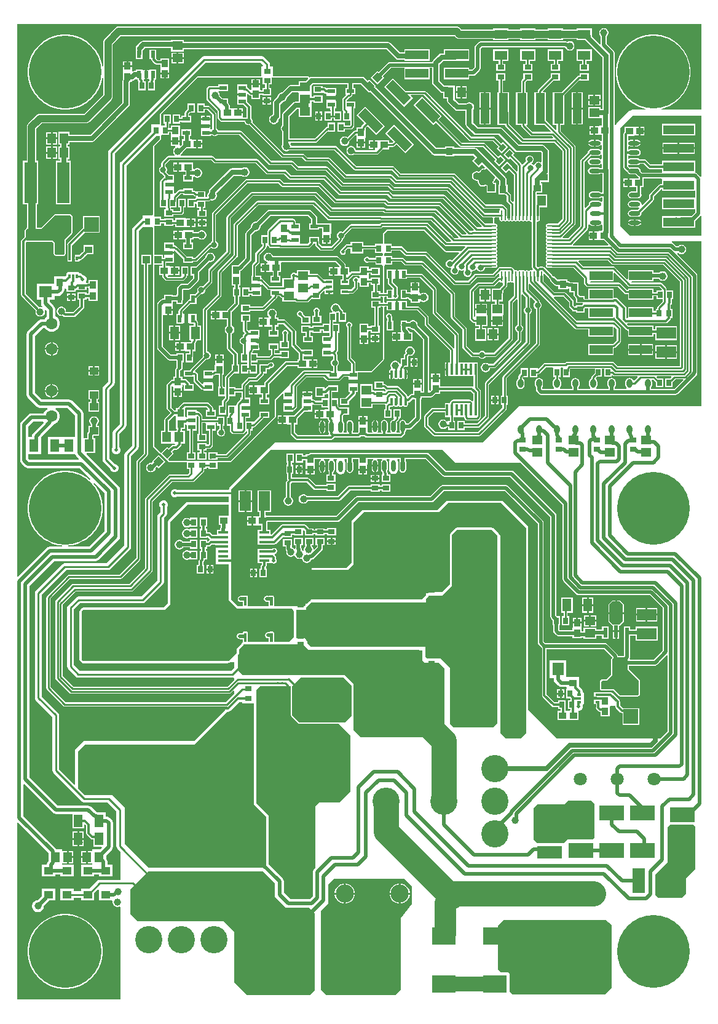
<source format=gbr>
%TF.GenerationSoftware,Altium Limited,Altium Designer,22.1.2 (22)*%
G04 Layer_Physical_Order=1*
G04 Layer_Color=255*
%FSLAX45Y45*%
%MOMM*%
%TF.SameCoordinates,C5451D44-FA68-4CDD-92CA-08ED0B408621*%
%TF.FilePolarity,Positive*%
%TF.FileFunction,Copper,L1,Top,Signal*%
%TF.Part,Single*%
G01*
G75*
%TA.AperFunction,TestPad*%
%ADD10C,0.80000*%
%TA.AperFunction,SMDPad,CuDef*%
%ADD11R,1.05000X0.95000*%
%ADD12R,1.00000X0.60000*%
%ADD13R,0.95000X0.70000*%
%ADD14R,0.60000X1.00000*%
%ADD15R,1.45000X1.25000*%
%ADD16O,1.55000X0.60000*%
%ADD17R,4.20000X1.27000*%
%ADD18R,3.17500X1.27000*%
%ADD19R,0.70000X0.95000*%
%ADD20R,2.70000X1.60000*%
%ADD21R,0.95000X1.05000*%
%ADD22R,1.25000X1.45000*%
%ADD23R,1.40000X1.20000*%
%ADD24R,1.00000X1.00000*%
%ADD25O,1.40000X0.24500*%
%ADD26O,0.24500X1.40000*%
G04:AMPARAMS|DCode=27|XSize=0.95mm|YSize=0.7mm|CornerRadius=0mm|HoleSize=0mm|Usage=FLASHONLY|Rotation=225.000|XOffset=0mm|YOffset=0mm|HoleType=Round|Shape=Rectangle|*
%AMROTATEDRECTD27*
4,1,4,0.08839,0.58336,0.58336,0.08839,-0.08839,-0.58336,-0.58336,-0.08839,0.08839,0.58336,0.0*
%
%ADD27ROTATEDRECTD27*%

G04:AMPARAMS|DCode=28|XSize=0.95mm|YSize=1.05mm|CornerRadius=0mm|HoleSize=0mm|Usage=FLASHONLY|Rotation=135.000|XOffset=0mm|YOffset=0mm|HoleType=Round|Shape=Rectangle|*
%AMROTATEDRECTD28*
4,1,4,0.70711,0.03535,-0.03535,-0.70711,-0.70711,-0.03535,0.03535,0.70711,0.70711,0.03535,0.0*
%
%ADD28ROTATEDRECTD28*%

%ADD29R,1.27000X4.20000*%
%ADD30P,1.41421X4X360.0*%
G04:AMPARAMS|DCode=31|XSize=1.397mm|YSize=3.556mm|CornerRadius=0mm|HoleSize=0mm|Usage=FLASHONLY|Rotation=225.000|XOffset=0mm|YOffset=0mm|HoleType=Round|Shape=Rectangle|*
%AMROTATEDRECTD31*
4,1,4,-0.76332,1.75115,1.75115,-0.76332,0.76332,-1.75115,-1.75115,0.76332,-0.76332,1.75115,0.0*
%
%ADD31ROTATEDRECTD31*%

%ADD32R,1.05000X0.60000*%
%ADD33R,1.00000X1.00000*%
%ADD34R,0.90000X0.39500*%
%ADD35R,0.60000X1.05000*%
%ADD36R,1.25000X1.75000*%
%ADD37R,1.80000X5.70000*%
%ADD38R,2.00000X2.00000*%
%ADD39R,0.30000X0.60000*%
%ADD40R,2.10000X1.20000*%
%ADD41R,0.16000X1.56000*%
%ADD42R,1.80000X1.60000*%
%ADD43R,1.20000X1.00000*%
%ADD44O,0.80000X1.20000*%
%ADD45R,0.35000X1.60000*%
%ADD46O,0.39500X1.10000*%
%ADD47R,1.10000X0.60000*%
%ADD48O,0.60000X1.55000*%
%ADD49R,3.00000X3.10000*%
%ADD50R,1.45000X0.35000*%
%ADD51R,1.60000X2.70000*%
%ADD52C,7.50000*%
%ADD53R,0.34000X1.15000*%
%ADD54R,19.20000X6.55000*%
%ADD55R,1.30000X1.80000*%
%ADD56R,2.40000X3.30000*%
G04:AMPARAMS|DCode=57|XSize=1.9mm|YSize=3.2mm|CornerRadius=0mm|HoleSize=0mm|Usage=FLASHONLY|Rotation=180.000|XOffset=0mm|YOffset=0mm|HoleType=Round|Shape=Octagon|*
%AMOCTAGOND57*
4,1,8,0.47500,-1.60000,-0.47500,-1.60000,-0.95000,-1.12500,-0.95000,1.12500,-0.47500,1.60000,0.47500,1.60000,0.95000,1.12500,0.95000,-1.12500,0.47500,-1.60000,0.0*
%
%ADD57OCTAGOND57*%

%ADD58R,0.60000X1.40000*%
%ADD59R,0.60000X1.80000*%
%ADD60R,1.60000X1.80000*%
%ADD61R,2.00000X2.00000*%
%ADD62R,0.60000X0.30000*%
%ADD63R,1.20000X2.10000*%
%ADD64R,1.56000X0.16000*%
%ADD65R,3.40000X2.00000*%
%ADD66R,3.50000X1.78000*%
%ADD67R,1.80000X1.30000*%
%ADD68R,1.78000X3.50000*%
%ADD69R,3.30000X2.40000*%
%ADD70C,0.35000*%
%TA.AperFunction,Conductor*%
%ADD71C,0.35000*%
%ADD72C,0.25000*%
%ADD73C,0.50000*%
%ADD74C,0.70000*%
%ADD75C,1.00000*%
%ADD76C,0.30000*%
%ADD77C,3.50000*%
%ADD78C,3.00000*%
%ADD79C,0.25400*%
%ADD80C,2.00000*%
%TA.AperFunction,NonConductor*%
%ADD81C,0.25000*%
%TA.AperFunction,Conductor*%
%ADD82R,0.40000X1.26999*%
%ADD83R,1.70000X1.27000*%
%ADD84R,2.40000X2.72500*%
%ADD85R,1.70000X1.27000*%
%TA.AperFunction,ComponentPad*%
%ADD86C,3.75000*%
%ADD87C,1.80000*%
%TA.AperFunction,ViaPad*%
%ADD88C,10.00000*%
%TA.AperFunction,ComponentPad*%
%ADD89C,1.60000*%
%ADD90C,2.50000*%
%TA.AperFunction,ViaPad*%
%ADD91C,0.50800*%
%ADD92C,1.00000*%
%TA.AperFunction,TestPad*%
%ADD93C,1.00000*%
%ADD94C,0.50800*%
%TA.AperFunction,ViaPad*%
%ADD95C,2.00000*%
G36*
X6083470Y13273471D02*
X6097098Y13263013D01*
X6112969Y13256439D01*
X6130000Y13254198D01*
X6594760D01*
Y13239760D01*
X6805240D01*
Y13254198D01*
X6969760D01*
Y13239760D01*
X7180240D01*
Y13254198D01*
X7344760D01*
Y13239760D01*
X7555240D01*
Y13254198D01*
X7744760D01*
Y13239760D01*
X7861441D01*
X7868779Y13228780D01*
X8098776Y12998782D01*
Y12292658D01*
X8077740D01*
Y12322740D01*
X7902260D01*
Y12167260D01*
X8077740D01*
Y12167260D01*
X8090776Y12161938D01*
Y12062740D01*
X8066888D01*
X8064760Y12062740D01*
X8050572Y12060200D01*
X8000200D01*
Y12000001D01*
Y11939800D01*
X8050572D01*
X8064760Y11937260D01*
X8066888Y11937260D01*
X8090776D01*
Y11855039D01*
X8075536Y11850416D01*
X8073285Y11853785D01*
X8059160Y11863222D01*
X8042500Y11866536D01*
X8007701D01*
Y11823001D01*
Y11779464D01*
X8042500D01*
X8059160Y11782778D01*
X8073285Y11792215D01*
X8075536Y11795584D01*
X8090776Y11790961D01*
Y11732611D01*
X8075536Y11727988D01*
X8075116Y11728616D01*
X8060152Y11738615D01*
X8042500Y11742126D01*
X7947500D01*
X7929848Y11738615D01*
X7914884Y11728616D01*
X7904885Y11713652D01*
X7901374Y11696000D01*
X7901632Y11694701D01*
X7805001Y11598070D01*
X7798870Y11588895D01*
X7796717Y11578071D01*
Y10684216D01*
X7628284Y10515783D01*
X7557335D01*
X7551022Y10531023D01*
X7720000Y10700001D01*
X7726131Y10709176D01*
X7728284Y10720000D01*
Y11774999D01*
X7728284Y11775000D01*
X7726131Y11785824D01*
X7720000Y11795000D01*
X7569999Y11945000D01*
X7524283Y11990716D01*
Y12074760D01*
X7574740D01*
Y12484741D01*
X7772822Y12682824D01*
X7787260Y12684760D01*
Y12684760D01*
X7912740D01*
Y12785240D01*
X7787260D01*
Y12762026D01*
X7775000Y12753284D01*
X7764176Y12751131D01*
X7755000Y12744999D01*
X7755000Y12744999D01*
X7535241Y12525240D01*
X7417260D01*
Y12074760D01*
X7467717D01*
Y12010287D01*
X7453637Y12004455D01*
X7320740Y12137351D01*
Y12525240D01*
X7286791D01*
X7280479Y12540480D01*
X7424215Y12684216D01*
X7437500D01*
X7440233Y12684760D01*
X7512740D01*
Y12785240D01*
X7387260D01*
Y12727259D01*
X7220001Y12560000D01*
X7213869Y12550824D01*
X7211717Y12540000D01*
Y12525240D01*
X7163260D01*
Y12074760D01*
X7303333D01*
X7385730Y11992363D01*
X7379898Y11978283D01*
X7136715D01*
X7054319Y12060680D01*
X7060151Y12074760D01*
X7066740D01*
Y12525240D01*
X7038283D01*
Y12660784D01*
X7060000Y12682500D01*
X7061509Y12684760D01*
X7137740D01*
Y12785240D01*
X7012260D01*
Y12715231D01*
X7012143Y12714641D01*
X6990000Y12692499D01*
X6983869Y12683323D01*
X6981717Y12672500D01*
Y12525240D01*
X6909260D01*
Y12074760D01*
X6981717D01*
Y12065000D01*
X6983869Y12054176D01*
X6990000Y12045001D01*
X7105001Y11930001D01*
X7114176Y11923869D01*
X7125000Y11921716D01*
X7125001Y11921717D01*
X7399469D01*
X7420490Y11900696D01*
X7414658Y11886616D01*
X7013383D01*
X6813283Y12086716D01*
Y12249000D01*
X6812740Y12251732D01*
Y12525240D01*
X6728283D01*
Y12684760D01*
X6762740D01*
Y12785240D01*
X6637260D01*
Y12684760D01*
X6671717D01*
Y12525240D01*
X6655260D01*
Y12074760D01*
X6756764D01*
X6758869Y12064177D01*
X6765000Y12055001D01*
X6981668Y11838333D01*
X6990844Y11832202D01*
X7001667Y11830049D01*
X7434229D01*
X7550997Y11713281D01*
Y10781719D01*
X7485061Y10715783D01*
X7405000D01*
X7403718Y10715528D01*
X7347250D01*
X7336524Y10713395D01*
X7327431Y10707319D01*
X7321355Y10698226D01*
X7319222Y10687500D01*
X7321355Y10676774D01*
X7327431Y10667681D01*
Y10657319D01*
X7321355Y10648226D01*
X7319222Y10637500D01*
X7321355Y10626774D01*
X7327431Y10617681D01*
Y10607319D01*
X7321355Y10598226D01*
X7319222Y10587500D01*
X7321355Y10576774D01*
X7327431Y10567681D01*
Y10557319D01*
X7321355Y10548226D01*
X7319222Y10537500D01*
X7321355Y10526774D01*
X7327431Y10517681D01*
Y10507319D01*
X7321355Y10498226D01*
X7319222Y10487500D01*
X7321355Y10476774D01*
X7327431Y10467681D01*
Y10457319D01*
X7321355Y10448226D01*
X7319222Y10437500D01*
X7321355Y10426774D01*
X7327431Y10417681D01*
Y10407319D01*
X7321355Y10398226D01*
X7319222Y10387500D01*
X7321355Y10376774D01*
X7327431Y10367681D01*
Y10357319D01*
X7321355Y10348226D01*
X7319222Y10337500D01*
X7321355Y10326774D01*
X7327431Y10317681D01*
Y10307319D01*
X7321355Y10298226D01*
X7319222Y10287500D01*
X7321355Y10276774D01*
X7327431Y10267681D01*
Y10257319D01*
X7321355Y10248226D01*
X7319222Y10237500D01*
X7321355Y10226774D01*
X7327431Y10217681D01*
Y10207319D01*
X7321355Y10198226D01*
X7319222Y10187500D01*
X7321355Y10176774D01*
X7327431Y10167681D01*
Y10157319D01*
X7321355Y10148226D01*
X7319222Y10137500D01*
X7321355Y10126774D01*
X7327431Y10117681D01*
X7336524Y10111605D01*
X7347250Y10109472D01*
X7403718D01*
X7405000Y10109217D01*
X7700784D01*
X7846717Y9963284D01*
Y9900000D01*
X7848869Y9889176D01*
X7855001Y9880001D01*
X7880000Y9855001D01*
X7889176Y9848870D01*
X7900000Y9846717D01*
X8313284D01*
X8405000Y9755001D01*
X8414176Y9748870D01*
X8425000Y9746717D01*
X8452808D01*
Y9664959D01*
X8800788D01*
Y9715415D01*
X8842957D01*
Y9672959D01*
X8927654D01*
Y9642653D01*
X8863198Y9578197D01*
X8857067Y9569021D01*
X8854914Y9558198D01*
Y9543439D01*
X8832957D01*
Y9513982D01*
X8800788D01*
Y9568439D01*
X8452808D01*
Y9419785D01*
X8437567Y9412004D01*
X8430832Y9416847D01*
Y9550000D01*
X8428485Y9561799D01*
X8421802Y9571802D01*
X8421801Y9571803D01*
X8310235Y9683368D01*
X8300233Y9690052D01*
X8288434Y9692399D01*
X8288432Y9692399D01*
X8263582D01*
X8263581Y9692399D01*
X8254688Y9699698D01*
Y9822439D01*
X7906708D01*
Y9680791D01*
X7862812D01*
X7857740Y9685864D01*
Y9722740D01*
X7787016D01*
X7784302Y9726802D01*
X7768332Y9742771D01*
Y9772260D01*
X7770240D01*
Y9907740D01*
X7688964D01*
X7685000Y9908529D01*
X7654494D01*
X7651511Y9911511D01*
X7638201Y9920405D01*
X7622500Y9923528D01*
X7617740D01*
Y9947740D01*
X7492260D01*
Y9947740D01*
X7477243Y9948279D01*
X7446511Y9979011D01*
X7433201Y9987905D01*
X7420715Y9990389D01*
X7410552Y10000552D01*
X7410388Y10001375D01*
X7403705Y10011378D01*
X7403704Y10011379D01*
X7300541Y10114542D01*
X7290538Y10121225D01*
X7278739Y10123573D01*
X7278738Y10123572D01*
X7237740D01*
X7225941Y10121225D01*
X7215939Y10114542D01*
X7202823Y10120781D01*
X7190832Y10132771D01*
Y10737562D01*
X7206073Y10747503D01*
X7210000Y10746722D01*
X7220726Y10748855D01*
X7229819Y10754931D01*
X7235895Y10764024D01*
X7238028Y10774750D01*
Y10820017D01*
X7238485Y10820701D01*
X7240832Y10832500D01*
Y10939760D01*
X7340240D01*
Y11115240D01*
X7190832D01*
Y11139760D01*
X7270240D01*
Y11265240D01*
X7253724D01*
Y11289760D01*
X7360240D01*
Y11415240D01*
X7360240D01*
X7360120Y11415386D01*
X7363724Y11433505D01*
Y11708995D01*
X7359825Y11728598D01*
X7348721Y11745216D01*
X7307716Y11786221D01*
X7291097Y11797325D01*
X7271495Y11801224D01*
X6951217D01*
X6728721Y12023721D01*
X6712103Y12034825D01*
X6692500Y12038724D01*
X6383718D01*
X6318724Y12103718D01*
Y12276461D01*
X6319705Y12277442D01*
X6328294Y12292318D01*
X6332740Y12308911D01*
Y12326089D01*
X6328294Y12342681D01*
X6319705Y12357558D01*
X6307558Y12369705D01*
X6292682Y12378294D01*
X6276089Y12382740D01*
X6258911D01*
X6242318Y12378294D01*
X6227442Y12369705D01*
X6226461Y12368724D01*
X6123718D01*
X6068904Y12423538D01*
X6065240Y12437260D01*
X6065241Y12437260D01*
X6065240D01*
X6065240Y12437261D01*
Y12612740D01*
X5964947D01*
X5960000Y12613724D01*
X5923718D01*
X5856224Y12681217D01*
Y12903783D01*
X5904957Y12952515D01*
X5919060Y12955260D01*
X5919060Y12955260D01*
X5919061Y12955260D01*
X6267040D01*
Y13112740D01*
X5919060D01*
Y13059378D01*
X5888154D01*
X5868551Y13055479D01*
X5851933Y13044376D01*
X5768779Y12961221D01*
X5757675Y12944603D01*
X5756467Y12938528D01*
X5172500D01*
X5156799Y12935405D01*
X5143489Y12926511D01*
X5016189Y12799211D01*
X5001568Y12813832D01*
X4909305Y12721568D01*
X5001568Y12629305D01*
X5093832Y12721568D01*
X5074211Y12741189D01*
X5189494Y12856471D01*
X5372960D01*
Y12701260D01*
X5720940D01*
Y12856471D01*
X5753776D01*
Y12660000D01*
X5757675Y12640397D01*
X5768779Y12623779D01*
X5866279Y12526279D01*
X5882897Y12515175D01*
X5902500Y12511276D01*
X5909760D01*
Y12437260D01*
X5961772D01*
Y12407004D01*
X5965671Y12387401D01*
X5976775Y12370783D01*
X6066279Y12281279D01*
X6082898Y12270175D01*
X6102500Y12266276D01*
X6216276D01*
Y12082500D01*
X6220175Y12062897D01*
X6231279Y12046279D01*
X6326279Y11951279D01*
X6342897Y11940175D01*
X6362500Y11936276D01*
X6671282D01*
X6893779Y11713779D01*
X6910397Y11702675D01*
X6930000Y11698776D01*
X7250277D01*
X7261276Y11687777D01*
Y11566757D01*
X7246036Y11560471D01*
X7228488Y11567740D01*
X7206512D01*
X7186209Y11559330D01*
X7170670Y11543791D01*
X7164142Y11528032D01*
X7151333Y11523546D01*
X7147053Y11523568D01*
X7141291Y11529330D01*
X7129194Y11534341D01*
X7128791Y11550670D01*
X7144330Y11566209D01*
X7152740Y11586512D01*
Y11608488D01*
X7144330Y11628791D01*
X7128791Y11644330D01*
X7108488Y11652740D01*
X7086512D01*
X7066209Y11644330D01*
X7050670Y11628791D01*
X7042260Y11608488D01*
Y11586512D01*
X7047899Y11572898D01*
X7003188Y11528188D01*
X6986652Y11533204D01*
X6986131Y11535824D01*
X6980000Y11545000D01*
X6979999Y11545000D01*
X6868987Y11656013D01*
X6893351Y11680377D01*
X6822301Y11751427D01*
X6733573Y11662699D01*
X6804623Y11591649D01*
X6828988Y11616014D01*
X6931717Y11513285D01*
Y11439835D01*
X6916477Y11433522D01*
X6853987Y11496012D01*
X6858351Y11500377D01*
X6787301Y11571427D01*
X6698573Y11482699D01*
X6769623Y11411649D01*
X6813988Y11456013D01*
X6881717Y11388285D01*
Y11019835D01*
X6866477Y11013522D01*
X6838284Y11041716D01*
Y11105125D01*
X6836131Y11115949D01*
X6830000Y11125124D01*
X6792740Y11162384D01*
Y11250240D01*
X6781224D01*
Y11317500D01*
X6777325Y11337103D01*
X6766221Y11353721D01*
X6378721Y11741221D01*
X6362103Y11752325D01*
X6342500Y11756224D01*
X6059188D01*
Y11776039D01*
X5933707D01*
Y11756224D01*
X5813081D01*
X4970784Y12598521D01*
X4980695Y12608431D01*
X4888431Y12700695D01*
X4867914Y12680177D01*
X4829371Y12718721D01*
X4812752Y12729825D01*
X4793150Y12733724D01*
X4092500D01*
X4072897Y12729825D01*
X4069229Y12727374D01*
X4057406Y12730960D01*
X4053326Y12735077D01*
X4052669Y12736664D01*
X4049637Y12737919D01*
X4047317Y12740239D01*
X4044036D01*
X4041005Y12741495D01*
X3576147D01*
X3562400Y12745100D01*
X3562400Y12756735D01*
Y12879900D01*
X3523279D01*
Y12907500D01*
X3523280Y12907500D01*
X3519795Y12925018D01*
X3509871Y12939871D01*
X3509870Y12939873D01*
X3444871Y13004871D01*
X3430019Y13014795D01*
X3412500Y13018280D01*
X2615001D01*
X2615000Y13018280D01*
X2597481Y13014795D01*
X2582629Y13004871D01*
X1306253Y11728495D01*
X1296329Y11713643D01*
X1292845Y11696124D01*
Y8540406D01*
X1228076Y8475638D01*
X1218152Y8460786D01*
X1214667Y8443267D01*
Y7468775D01*
X1218152Y7451256D01*
X1228076Y7436404D01*
X1318798Y7345682D01*
Y7341127D01*
X1327598Y7319882D01*
X1343857Y7303623D01*
X1365101Y7294824D01*
X1388095D01*
X1409339Y7303623D01*
X1425598Y7319882D01*
X1434398Y7341127D01*
Y7364121D01*
X1425598Y7385365D01*
X1409339Y7401624D01*
X1388095Y7410424D01*
X1383540D01*
X1306226Y7487737D01*
Y8424304D01*
X1370994Y8489072D01*
X1370995Y8489073D01*
X1380919Y8503925D01*
X1384403Y8521444D01*
Y11677161D01*
X2633963Y12926721D01*
X3393537D01*
X3425118Y12895140D01*
X3418805Y12879900D01*
X3402600D01*
X3402600Y12745100D01*
X3388853Y12741495D01*
X2525000D01*
X2513335Y12736664D01*
X2013336Y12236664D01*
X2008504Y12225000D01*
Y12079900D01*
X1882600D01*
Y11982342D01*
X1467629Y11567371D01*
X1457705Y11552519D01*
X1454221Y11535000D01*
Y7956727D01*
X1369869Y7872375D01*
X1359945Y7857524D01*
X1356460Y7840004D01*
Y7636142D01*
X1353239Y7632921D01*
X1344440Y7611677D01*
Y7588683D01*
X1353239Y7567439D01*
X1369499Y7551179D01*
X1390743Y7542380D01*
X1413737D01*
X1434981Y7551179D01*
X1451240Y7567439D01*
X1460040Y7588683D01*
Y7611677D01*
X1451240Y7632921D01*
X1448019Y7636142D01*
Y7821042D01*
X1532371Y7905394D01*
X1542295Y7920246D01*
X1545780Y7937765D01*
X1545779Y7937766D01*
Y11516037D01*
X1949842Y11920100D01*
X2008504D01*
Y11881833D01*
X1913336Y11786664D01*
X1908504Y11775000D01*
Y10841147D01*
X1904899Y10827400D01*
X1770100D01*
Y10784359D01*
X1759723Y10782295D01*
X1744871Y10772371D01*
X1744871Y10772370D01*
X1635628Y10663128D01*
X1625704Y10648276D01*
X1622220Y10630757D01*
Y7659821D01*
X1530129Y7567731D01*
X1520205Y7552879D01*
X1516721Y7535360D01*
Y6286463D01*
X1271037Y6040779D01*
X695001D01*
X695000Y6040780D01*
X677481Y6037295D01*
X662629Y6027371D01*
X297629Y5662371D01*
X287705Y5647519D01*
X284221Y5630000D01*
Y4190000D01*
X287705Y4172481D01*
X297629Y4157629D01*
X524220Y3931038D01*
Y3189431D01*
X527705Y3171912D01*
X537629Y3157060D01*
X927059Y2767630D01*
X927060Y2767629D01*
X941912Y2757705D01*
X959431Y2754221D01*
X1281038D01*
X1404221Y2631037D01*
Y2150000D01*
X1407705Y2132481D01*
X1417629Y2117629D01*
X1460000Y2075258D01*
Y1685779D01*
X1175000D01*
X1157481Y1682295D01*
X1142629Y1672371D01*
X1142629Y1672370D01*
X1037658Y1567400D01*
X917600D01*
Y1530779D01*
X817400D01*
Y1567400D01*
X632600D01*
Y1402600D01*
X817400D01*
Y1439220D01*
X917600D01*
Y1402600D01*
X1102400D01*
Y1502658D01*
X1152360Y1552618D01*
X1167600Y1546305D01*
Y1402600D01*
X1341901D01*
X1354008Y1390129D01*
X1354266Y1388133D01*
Y1372686D01*
X1358712Y1356093D01*
X1367301Y1341217D01*
X1379447Y1329070D01*
X1394324Y1320481D01*
X1410916Y1316035D01*
X1428094D01*
X1444687Y1320481D01*
X1444760Y1320523D01*
X1460000Y1311724D01*
Y38845D01*
X38845D01*
Y2468477D01*
X52925Y2474309D01*
X468976Y2058258D01*
Y2027500D01*
X470100Y2021847D01*
Y1958153D01*
X468976Y1952500D01*
Y1941742D01*
X466650Y1939416D01*
X453964Y1920429D01*
X449509Y1898033D01*
Y1897400D01*
X382600D01*
Y1732600D01*
X567400D01*
Y1756476D01*
X632600D01*
Y1732600D01*
X817400D01*
Y1809347D01*
X818524Y1815000D01*
X817400Y1820653D01*
Y1897400D01*
X659900D01*
Y1914800D01*
X722300D01*
Y2000000D01*
Y2085200D01*
X659900D01*
Y2104900D01*
X581567D01*
X568883Y2123883D01*
X126124Y2566642D01*
Y2996198D01*
X140204Y3002030D01*
X533617Y2608617D01*
X552604Y2595931D01*
X575000Y2591476D01*
X804760D01*
Y2397260D01*
X960240D01*
Y2445999D01*
X975480Y2452312D01*
X991619Y2436173D01*
Y2325000D01*
X994160Y2312226D01*
X1001396Y2301396D01*
X1051396Y2251396D01*
X1062226Y2244160D01*
X1075000Y2241619D01*
X1089760D01*
Y2144761D01*
X1202082D01*
X1207914Y2130681D01*
X1182134Y2104900D01*
X1075100D01*
Y2085200D01*
X1012699D01*
Y2000001D01*
Y1914800D01*
X1075100D01*
Y1897400D01*
X917600D01*
Y1732600D01*
X1102400D01*
Y1756476D01*
X1167600D01*
Y1732600D01*
X1352400D01*
Y1897400D01*
X1283524D01*
Y1935000D01*
X1279069Y1957397D01*
X1266383Y1976383D01*
X1264900Y1977866D01*
Y2022134D01*
X1341383Y2098617D01*
X1354070Y2117604D01*
X1358525Y2140000D01*
Y2470711D01*
X1354070Y2493107D01*
X1341383Y2512094D01*
X1312094Y2541383D01*
X1293107Y2554070D01*
X1270711Y2558524D01*
X1262400D01*
Y2619900D01*
X1135653D01*
X1130000Y2621024D01*
X1129242D01*
X1058883Y2691383D01*
X1039897Y2704070D01*
X1017500Y2708524D01*
X599242D01*
X208524Y3099242D01*
Y5733259D01*
X546642Y6071376D01*
X1119900D01*
X1142297Y6075831D01*
X1161283Y6088517D01*
X1438883Y6366117D01*
X1451570Y6385104D01*
X1456025Y6407500D01*
Y7057500D01*
X1451570Y7079896D01*
X1438883Y7098883D01*
X994586Y7543180D01*
X1000418Y7557260D01*
X1112740D01*
Y7762740D01*
X1086028D01*
Y7799760D01*
X1170240D01*
Y7930240D01*
X1138234D01*
Y7945580D01*
X1140005Y7946602D01*
X1152152Y7958749D01*
X1160741Y7973626D01*
X1165187Y7990218D01*
Y8007396D01*
X1160741Y8023989D01*
X1152152Y8038865D01*
X1140005Y8051012D01*
X1125129Y8059601D01*
X1108536Y8064047D01*
X1091358D01*
X1074766Y8059601D01*
X1059889Y8051012D01*
X1047742Y8038865D01*
X1039153Y8023989D01*
X1034707Y8007396D01*
Y7990218D01*
X1039153Y7973626D01*
X1047742Y7958749D01*
X1056178Y7950314D01*
Y7930240D01*
X1019760D01*
Y7850283D01*
X1015988Y7846511D01*
X1007095Y7833201D01*
X1003971Y7817500D01*
Y7762740D01*
X957260D01*
X951025Y7775397D01*
Y8100000D01*
X946570Y8122396D01*
X933883Y8141383D01*
X796383Y8278883D01*
X777396Y8291569D01*
X755000Y8296024D01*
X376741D01*
X286024Y8386741D01*
Y9168258D01*
X399242Y9281476D01*
X420444D01*
X425058Y9273485D01*
X445985Y9252558D01*
X471615Y9237760D01*
X500202Y9230100D01*
X529798D01*
X558385Y9237760D01*
X584015Y9252558D01*
X604942Y9273485D01*
X619740Y9299115D01*
X627400Y9327702D01*
Y9357298D01*
X619740Y9385885D01*
X604942Y9411515D01*
X584015Y9432442D01*
X561024Y9445716D01*
Y9542500D01*
X556569Y9564897D01*
X543883Y9583883D01*
X486024Y9641741D01*
Y9667600D01*
X554900D01*
Y9716476D01*
X600000D01*
X622396Y9720931D01*
X641383Y9733617D01*
X672093Y9764327D01*
X684780Y9783314D01*
X689235Y9805710D01*
Y9822600D01*
X707400D01*
X719760Y9815647D01*
Y9782260D01*
X845240D01*
Y9794915D01*
X860480Y9803264D01*
X869760Y9799760D01*
Y9799760D01*
X995240D01*
Y9833616D01*
X1011997D01*
X1019760Y9820682D01*
X1019760Y9790240D01*
X1019760Y9784520D01*
Y9755881D01*
X995240D01*
Y9770240D01*
X869760D01*
Y9669760D01*
X896619D01*
Y9583827D01*
X808673Y9495881D01*
X727036D01*
X712740Y9501411D01*
Y9518589D01*
X708294Y9535182D01*
X699705Y9550058D01*
X687558Y9562205D01*
X672682Y9570794D01*
X656089Y9575240D01*
X638911D01*
X622319Y9570794D01*
X607442Y9562205D01*
X595295Y9550058D01*
X586706Y9535182D01*
X582260Y9518589D01*
Y9501411D01*
X586706Y9484818D01*
X595295Y9469942D01*
X607442Y9457795D01*
X622319Y9449206D01*
X638911Y9444760D01*
X656089D01*
X667876Y9447919D01*
X676899Y9438896D01*
X687728Y9431660D01*
X700503Y9429119D01*
X822500D01*
X835274Y9431660D01*
X846104Y9438896D01*
X953604Y9546396D01*
X960840Y9557225D01*
X963381Y9570000D01*
Y9669760D01*
X995240D01*
Y9689119D01*
X1019760D01*
Y9654760D01*
X1145240D01*
Y9784520D01*
X1145240Y9799760D01*
X1145240Y9805481D01*
Y9935240D01*
X1019760D01*
Y9900881D01*
X1012500D01*
X1009972Y9900378D01*
X991173D01*
X984860Y9915618D01*
X986500Y9917259D01*
X995300Y9938503D01*
Y9961497D01*
X986500Y9982741D01*
X970241Y9999000D01*
X948997Y10007800D01*
X947231D01*
X933115Y10021915D01*
X918197Y10031883D01*
X909900Y10033534D01*
Y10049900D01*
X902500D01*
Y10035000D01*
X887600Y10049900D01*
X815101D01*
Y10049901D01*
X809900D01*
Y10049900D01*
X737400D01*
X722500Y10035000D01*
Y10049900D01*
X715100D01*
Y10005947D01*
X701553Y9992400D01*
X547600D01*
Y9892400D01*
X310100D01*
Y9667600D01*
X368976D01*
Y9617500D01*
X373431Y9595103D01*
X384462Y9578595D01*
X381018Y9570914D01*
X375450Y9565232D01*
X366089Y9567740D01*
X348911D01*
X341464Y9565744D01*
X160881Y9746326D01*
Y10451821D01*
X161410Y10452887D01*
X172500Y10463504D01*
X523167D01*
X543504Y10443167D01*
Y10300000D01*
X548336Y10288336D01*
X560836Y10275836D01*
X572500Y10271004D01*
X680000D01*
X691664Y10275836D01*
X704164Y10288336D01*
X708996Y10300000D01*
Y10493167D01*
X794164Y10578336D01*
X798996Y10590000D01*
Y10815000D01*
X794165Y10826664D01*
X781664Y10839164D01*
X770000Y10843996D01*
X557500D01*
X545836Y10839164D01*
X366406Y10659734D01*
X308303D01*
Y10979760D01*
X330240D01*
Y11580240D01*
X303303D01*
Y12018327D01*
X379172Y12094197D01*
X990000D01*
X1007031Y12096439D01*
X1022901Y12103013D01*
X1036530Y12113471D01*
X1336529Y12413470D01*
X1346987Y12427098D01*
X1353561Y12442969D01*
X1355803Y12460000D01*
Y13182744D01*
X1467256Y13294197D01*
X6062744D01*
X6083470Y13273471D01*
D02*
G37*
G36*
X3419760Y12632260D02*
X3454217D01*
Y12582740D01*
X3414760D01*
Y12548284D01*
X3398909D01*
X3387740Y12560240D01*
X3385200Y12574427D01*
Y12624800D01*
X3264800D01*
Y12574427D01*
X3262260Y12560240D01*
X3262260Y12557651D01*
X3248180Y12551819D01*
X3212500Y12587499D01*
X3207740Y12590679D01*
Y12630240D01*
X3072260D01*
Y12546888D01*
X3072260Y12539760D01*
X3072259D01*
X3074800Y12532699D01*
X3074800Y12532699D01*
Y12502700D01*
X3140000D01*
Y12477300D01*
X3074800D01*
Y12447301D01*
X3074800Y12447300D01*
X3072259Y12440240D01*
X3072260Y12440239D01*
X3072260Y12432903D01*
Y12349760D01*
X3152350D01*
X3199119Y12302991D01*
Y12175783D01*
X3157741D01*
X3145200Y12182300D01*
X3145200Y12191024D01*
Y12229799D01*
X3079999D01*
Y12242499D01*
X3067299D01*
Y12302700D01*
X3016927D01*
X3002740Y12305240D01*
X3000612Y12305240D01*
X2967818D01*
Y12335710D01*
X2964695Y12351411D01*
X2955801Y12364722D01*
X2942740Y12377783D01*
Y12440240D01*
X2873964D01*
X2870000Y12441028D01*
X2862501D01*
X2862500Y12441028D01*
X2862499Y12441028D01*
X2861995D01*
X2827740Y12475283D01*
Y12491089D01*
X2823294Y12507682D01*
X2814705Y12522558D01*
X2812743Y12524520D01*
X2819056Y12539760D01*
X2942740D01*
Y12630240D01*
X2807260D01*
Y12610428D01*
X2687145D01*
X2676321Y12608276D01*
X2667146Y12602144D01*
X2652501Y12587500D01*
X2646370Y12578324D01*
X2644217Y12567500D01*
Y12435000D01*
X2646370Y12424176D01*
X2652501Y12415001D01*
X2799217Y12268285D01*
Y12175000D01*
X2801370Y12164176D01*
X2807501Y12155001D01*
X2835001Y12127501D01*
X2844176Y12121369D01*
X2855000Y12119217D01*
X3169760D01*
Y12114012D01*
X3178170Y12093709D01*
X3193709Y12078170D01*
X3214012Y12069760D01*
X3235988D01*
X3238996Y12071006D01*
X3680001Y11630001D01*
X3689176Y11623870D01*
X3700000Y11621717D01*
X3963284D01*
X4005001Y11580000D01*
X4014176Y11573869D01*
X4025000Y11571717D01*
X4313285D01*
X4540001Y11345000D01*
X4549177Y11338869D01*
X4560000Y11336716D01*
X5170785D01*
X5237501Y11270001D01*
X5246676Y11263870D01*
X5257500Y11261717D01*
X5998285D01*
X6447500Y10812501D01*
X6447501Y10812501D01*
X6456677Y10806369D01*
X6467500Y10804216D01*
X6467502Y10804217D01*
X6587529D01*
X6590000Y10790000D01*
X6590000D01*
Y10715528D01*
X6566282D01*
X6565000Y10715783D01*
X6484216D01*
X5987500Y11212500D01*
X5978324Y11218631D01*
X5967500Y11220784D01*
X5231715D01*
X5180000Y11272499D01*
X5170824Y11278630D01*
X5160000Y11280783D01*
X4534215D01*
X4319999Y11494999D01*
X4310824Y11501130D01*
X4300000Y11503283D01*
X3911716D01*
X3844999Y11569999D01*
X3835824Y11576131D01*
X3825000Y11578283D01*
X3536716D01*
X3130399Y11984600D01*
X3121224Y11990731D01*
X3110400Y11992884D01*
X2811348D01*
X2806830Y12003791D01*
X2791291Y12019330D01*
X2783283Y12022647D01*
Y12225000D01*
X2781131Y12235824D01*
X2775000Y12244999D01*
X2689999Y12329999D01*
X2680824Y12336131D01*
X2670000Y12338283D01*
X2620240D01*
Y12367740D01*
X2519760D01*
Y12242260D01*
X2620240D01*
Y12281717D01*
X2658284D01*
X2726717Y12213284D01*
Y12017338D01*
X2719828Y12010449D01*
X2704842Y12009840D01*
X2702300Y12024179D01*
Y12046901D01*
X2637100D01*
X2571900D01*
Y12024028D01*
X2569360Y12009840D01*
X2569360Y12002712D01*
Y11919360D01*
X2704840D01*
Y11931444D01*
X2720080Y11934298D01*
X2728709Y11925670D01*
X2749012Y11917260D01*
X2770988D01*
X2791291Y11925670D01*
X2801938Y11936317D01*
X3098684D01*
X3505001Y11530001D01*
X3514176Y11523870D01*
X3525000Y11521717D01*
X3813284D01*
X3880001Y11455000D01*
X3889176Y11448869D01*
X3900000Y11446717D01*
X4288285D01*
X4502500Y11232501D01*
X4502501Y11232501D01*
X4511676Y11226369D01*
X4522500Y11224217D01*
X5148285D01*
X5200000Y11172501D01*
X5200001Y11172501D01*
X5209177Y11166369D01*
X5220000Y11164216D01*
X5220001Y11164217D01*
X5955785D01*
X6438978Y10681023D01*
X6432665Y10665783D01*
X6374216D01*
X6358443Y10681556D01*
X6358139Y10682011D01*
X6327010Y10713140D01*
X6326556Y10713443D01*
X5935000Y11104999D01*
X5925824Y11111130D01*
X5915000Y11113283D01*
X5214216D01*
X5170000Y11157499D01*
X5160824Y11163630D01*
X5150000Y11165783D01*
X4499216D01*
X4295000Y11369999D01*
X4285824Y11376130D01*
X4275000Y11378283D01*
X3811716D01*
X3745000Y11444999D01*
X3735824Y11451131D01*
X3725000Y11453283D01*
X3498661D01*
X3356945Y11594999D01*
X3347770Y11601130D01*
X3336946Y11603283D01*
X2779215D01*
X2745000Y11637499D01*
X2735824Y11643631D01*
X2725000Y11645783D01*
X2297903D01*
X2293510Y11657710D01*
X2293286Y11661023D01*
X2304705Y11672442D01*
X2313294Y11687319D01*
X2315290Y11694767D01*
X2370283Y11749760D01*
X2440612D01*
X2442740Y11749760D01*
X2456928Y11752300D01*
X2507300D01*
Y11812501D01*
Y11872700D01*
X2456928D01*
X2442740Y11875240D01*
X2440612Y11875240D01*
X2416028D01*
Y11919360D01*
X2439840D01*
Y12009840D01*
X2304360D01*
Y11919360D01*
X2333972D01*
Y11875240D01*
X2307260D01*
Y11802783D01*
X2292940Y11788463D01*
X2277700Y11794775D01*
Y11839801D01*
X2217501D01*
X2157300D01*
Y11787300D01*
X2213970D01*
X2216221Y11784484D01*
X2212497Y11764737D01*
X2212442Y11764705D01*
X2200295Y11752558D01*
X2191706Y11737682D01*
X2187260Y11721089D01*
Y11703911D01*
X2191706Y11687319D01*
X2200295Y11672442D01*
X2211714Y11661023D01*
X2211490Y11657710D01*
X2207097Y11645783D01*
X2125000D01*
X2114176Y11643631D01*
X2105001Y11637499D01*
X2032501Y11564999D01*
X2026370Y11555824D01*
X2024217Y11545000D01*
Y11504112D01*
X2018709Y11501830D01*
X2003170Y11486291D01*
X1994760Y11465988D01*
Y11444012D01*
X2003170Y11423709D01*
X2018709Y11408170D01*
X2034110Y11401790D01*
X2065359Y11370542D01*
Y11353584D01*
X2065301D01*
X2054477Y11351431D01*
X2045301Y11345300D01*
X2015001Y11314999D01*
X2008869Y11305824D01*
X2006717Y11295000D01*
Y11062740D01*
X2002260D01*
Y10937260D01*
X2084311D01*
X2089494Y10927141D01*
X2081295Y10912740D01*
X2064760D01*
Y10812260D01*
X2190240D01*
Y10834217D01*
X2295355D01*
X2306179Y10836369D01*
X2315355Y10842501D01*
X2329999Y10857145D01*
X2336130Y10866321D01*
X2338283Y10877145D01*
Y10934760D01*
X2357740D01*
Y11060240D01*
X2257260D01*
Y10934760D01*
X2281717D01*
Y10890783D01*
X2190240D01*
Y10912740D01*
X2155783D01*
Y10933268D01*
X2155784Y10933269D01*
X2159059Y10937260D01*
X2232740D01*
Y11019767D01*
X2233283Y11022500D01*
Y11049643D01*
X2233284Y11049645D01*
Y11068284D01*
X2289216Y11124217D01*
X2330359D01*
Y11107561D01*
X2465839D01*
X2465839Y11107560D01*
Y11107560D01*
X2476686Y11098315D01*
X2477501Y11097501D01*
X2486676Y11091369D01*
X2497500Y11089217D01*
X2501807D01*
X2502164Y11088334D01*
X2504341Y11073977D01*
X2498030Y11069759D01*
X2498014Y11069743D01*
X2495378Y11067166D01*
X2495373Y11067162D01*
X2495368Y11067157D01*
X2487740Y11060240D01*
X2387260D01*
Y10934760D01*
X2487740D01*
Y10988663D01*
X2496360Y10992119D01*
X2509760Y10981711D01*
Y10932260D01*
X2549217D01*
Y10907740D01*
X2524760D01*
Y10807260D01*
X2650240D01*
Y10907740D01*
X2605783D01*
Y10932260D01*
X2635240D01*
Y11021717D01*
X2672855D01*
X2683679Y11023869D01*
X2692854Y11030001D01*
X2701586Y11038732D01*
X2716411Y11034760D01*
X2733589D01*
X2750181Y11039206D01*
X2765058Y11047795D01*
X2777205Y11059942D01*
X2785794Y11074818D01*
X2790240Y11091411D01*
Y11108589D01*
X2785794Y11125181D01*
X2781964Y11131814D01*
Y11134522D01*
X3021218Y11373776D01*
X3133961D01*
X3134942Y11372795D01*
X3149818Y11364206D01*
X3166411Y11359760D01*
X3183589D01*
X3200182Y11364206D01*
X3215058Y11372795D01*
X3227205Y11384942D01*
X3235794Y11399818D01*
X3240240Y11416411D01*
Y11433589D01*
X3235794Y11450182D01*
X3227205Y11465058D01*
X3215058Y11477205D01*
X3200182Y11485794D01*
X3183589Y11490240D01*
X3166411D01*
X3149818Y11485794D01*
X3134942Y11477205D01*
X3133961Y11476224D01*
X3000000D01*
X2980397Y11472325D01*
X2963779Y11461221D01*
X2694519Y11191961D01*
X2683415Y11175343D01*
X2679516Y11155740D01*
Y11146779D01*
X2672795Y11140058D01*
X2664206Y11125181D01*
X2659760Y11108589D01*
Y11092093D01*
X2648397Y11082051D01*
X2635240Y11085692D01*
Y11162740D01*
X2509760D01*
Y11162740D01*
X2494520Y11160479D01*
X2492915Y11162084D01*
X2483739Y11168215D01*
X2472916Y11170368D01*
X2465839D01*
Y11198041D01*
X2330359D01*
Y11180783D01*
X2277500D01*
X2266676Y11178630D01*
X2257501Y11172499D01*
X2214919Y11129918D01*
X2200839Y11135750D01*
Y11190703D01*
X2200839Y11198040D01*
X2200840Y11198040D01*
X2198300Y11205101D01*
X2198299Y11205101D01*
Y11235100D01*
X2133099D01*
Y11260500D01*
X2198299D01*
Y11290500D01*
X2198299Y11290500D01*
X2200840Y11297561D01*
X2200840D01*
X2200839Y11304688D01*
Y11388040D01*
X2127858D01*
X2094510Y11421389D01*
X2096830Y11423709D01*
X2105240Y11444012D01*
Y11465988D01*
X2096830Y11486291D01*
X2081291Y11501830D01*
X2080783Y11502040D01*
Y11533285D01*
X2136716Y11589217D01*
X2713285D01*
X2747500Y11555001D01*
X2747501Y11555001D01*
X2756676Y11548869D01*
X2767500Y11546717D01*
X3325230D01*
X3466946Y11405001D01*
X3476122Y11398870D01*
X3486946Y11396717D01*
X3713285D01*
X3780001Y11330000D01*
X3789177Y11323869D01*
X3800000Y11321716D01*
X4263285D01*
X4467501Y11117500D01*
X4476676Y11111369D01*
X4487500Y11109217D01*
X5138285D01*
X5182501Y11065000D01*
X5191677Y11058869D01*
X5202500Y11056717D01*
X5903285D01*
X6286861Y10673141D01*
X6287315Y10672837D01*
X6317837Y10642316D01*
X6318141Y10641861D01*
X6328978Y10631023D01*
X6322665Y10615783D01*
X6307651D01*
X6304433Y10615143D01*
X6272356D01*
X5880000Y11007499D01*
X5870824Y11013631D01*
X5860000Y11015783D01*
X5156716D01*
X5127500Y11045000D01*
X5118324Y11051131D01*
X5107500Y11053283D01*
X4436716D01*
X4220000Y11270000D01*
X4210824Y11276131D01*
X4200000Y11278284D01*
X3711716D01*
X3670000Y11319999D01*
X3660824Y11326131D01*
X3650000Y11328283D01*
X3200001D01*
X3200000Y11328284D01*
X3189176Y11326131D01*
X3180000Y11319999D01*
X2730001Y10870000D01*
X2723870Y10860824D01*
X2721717Y10850000D01*
Y10473076D01*
X2718709Y10471830D01*
X2703170Y10456291D01*
X2698900Y10445983D01*
X2697701D01*
X2697699Y10445983D01*
X2686876Y10443830D01*
X2677700Y10437699D01*
X2485784Y10245783D01*
X2465240D01*
Y10262740D01*
X2374759D01*
X2250000Y10387499D01*
X2240824Y10393630D01*
X2238457Y10394101D01*
X2221545Y10411013D01*
X2212369Y10417144D01*
X2201546Y10419297D01*
X2200240D01*
Y10452740D01*
X2064760D01*
Y10369388D01*
X2064759Y10362260D01*
X2064759D01*
X2067299Y10355200D01*
X2067300Y10355199D01*
Y10325200D01*
X2132500D01*
X2197700D01*
Y10334089D01*
X2212940Y10342235D01*
X2214236Y10341369D01*
X2216603Y10340899D01*
X2329760Y10227741D01*
Y10172260D01*
X2465240D01*
Y10189217D01*
X2497500D01*
X2508324Y10191370D01*
X2517499Y10197501D01*
X2708439Y10388440D01*
X2718709Y10378170D01*
X2739012Y10369760D01*
X2760988D01*
X2781291Y10378170D01*
X2796830Y10393709D01*
X2805240Y10414012D01*
Y10435988D01*
X2796830Y10456291D01*
X2781291Y10471830D01*
X2778283Y10473076D01*
Y10838285D01*
X3211715Y11271717D01*
X3638285D01*
X3680001Y11230001D01*
X3689177Y11223870D01*
X3700000Y11221717D01*
X4188285D01*
X4405000Y11005001D01*
X4405001Y11005001D01*
X4414177Y10998869D01*
X4425000Y10996716D01*
X4425002Y10996717D01*
X5095785D01*
X5125001Y10967500D01*
X5134177Y10961369D01*
X5145000Y10959216D01*
X5145002Y10959217D01*
X5848285D01*
X6226478Y10581024D01*
X6220165Y10565784D01*
X6164216D01*
X5820000Y10910000D01*
X5810824Y10916131D01*
X5800000Y10918283D01*
X5121716D01*
X5112500Y10927499D01*
X5103324Y10933630D01*
X5092500Y10935783D01*
X4379216D01*
X4170000Y11145000D01*
X4160824Y11151131D01*
X4150000Y11153284D01*
X3275000D01*
X3264176Y11151131D01*
X3255001Y11145000D01*
X2930000Y10819999D01*
X2923869Y10810824D01*
X2921717Y10800000D01*
Y10334215D01*
X2677501Y10089999D01*
X2671370Y10080824D01*
X2669217Y10070000D01*
Y9926715D01*
X2594299Y9851797D01*
X2585988Y9855240D01*
X2564012D01*
X2543709Y9846830D01*
X2528170Y9831291D01*
X2519760Y9810988D01*
Y9789012D01*
X2523202Y9780701D01*
X2485785Y9743284D01*
X2482500D01*
X2479768Y9742740D01*
X2419760D01*
Y9681594D01*
X2414734Y9668017D01*
X2403910Y9665865D01*
X2394734Y9659733D01*
X2270267Y9535266D01*
X2264136Y9526090D01*
X2261983Y9515266D01*
Y9477740D01*
X2229760D01*
Y9342260D01*
X2313112D01*
X2320240Y9342260D01*
X2334427Y9344800D01*
X2357300D01*
Y9410001D01*
Y9475200D01*
X2334427D01*
X2326189Y9476675D01*
X2318550Y9486816D01*
Y9503551D01*
X2422259Y9607260D01*
X2510240D01*
Y9690150D01*
X2517500Y9695001D01*
X2567259Y9744760D01*
X2585988D01*
X2606291Y9753170D01*
X2621830Y9768709D01*
X2630240Y9789012D01*
Y9807741D01*
X2717500Y9895001D01*
X2723631Y9904176D01*
X2725783Y9915000D01*
Y10058284D01*
X2969999Y10302500D01*
X2976130Y10311676D01*
X2978283Y10322500D01*
Y10788284D01*
X3286716Y11096717D01*
X4138285D01*
X4347501Y10887500D01*
X4356677Y10881369D01*
X4367500Y10879216D01*
X5080785D01*
X5090001Y10870001D01*
X5099176Y10863870D01*
X5110000Y10861717D01*
X5788285D01*
X6118978Y10531023D01*
X6112666Y10515783D01*
X6061564D01*
X6037164Y10540184D01*
X6036859Y10540640D01*
X5769645Y10807855D01*
X5760469Y10813986D01*
X5749645Y10816139D01*
X5053781D01*
X5052835Y10816771D01*
X5042011Y10818923D01*
X4346076D01*
X4145000Y11020000D01*
X4135824Y11026131D01*
X4125000Y11028284D01*
X3350000D01*
X3339176Y11026131D01*
X3330001Y11020000D01*
X3030001Y10719999D01*
X3023869Y10710824D01*
X3021717Y10700000D01*
Y10286715D01*
X2805000Y10069999D01*
X2798869Y10060824D01*
X2796717Y10050000D01*
Y9741715D01*
X2605001Y9549999D01*
X2598870Y9540824D01*
X2596717Y9530000D01*
Y8939883D01*
X2598870Y8929059D01*
X2600953Y8925940D01*
X2594760Y8910988D01*
Y8889012D01*
X2596344Y8885187D01*
X2424671Y8713514D01*
X2418540Y8704338D01*
X2417430Y8698755D01*
X2336931D01*
Y8608275D01*
X2471387D01*
Y8556015D01*
X2473540Y8545191D01*
X2479671Y8536015D01*
X2574316Y8441371D01*
X2574316Y8441370D01*
X2583492Y8435239D01*
X2594316Y8433086D01*
X2601931D01*
Y8418275D01*
X2737411D01*
Y8501627D01*
X2737411Y8508755D01*
X2734871Y8522942D01*
Y8545816D01*
X2669671D01*
X2604471D01*
Y8522942D01*
X2602779Y8513496D01*
X2587682Y8508003D01*
X2527954Y8567730D01*
Y8638870D01*
X2525801Y8649694D01*
X2519670Y8658869D01*
X2505025Y8673514D01*
X2495850Y8679645D01*
X2492933Y8680225D01*
X2487876Y8696721D01*
X2636822Y8845667D01*
X2639012Y8844760D01*
X2660988D01*
X2681291Y8853170D01*
X2696830Y8868709D01*
X2705240Y8889012D01*
Y8910988D01*
X2696830Y8931291D01*
X2681291Y8946830D01*
X2660988Y8955240D01*
X2653283D01*
Y9518284D01*
X2844999Y9710000D01*
X2851130Y9719176D01*
X2853283Y9730000D01*
Y10038284D01*
X3069999Y10255000D01*
X3069999Y10255001D01*
X3076131Y10264177D01*
X3078284Y10275000D01*
X3078283Y10275001D01*
Y10688284D01*
X3361716Y10971717D01*
X4113285D01*
X4314361Y10770641D01*
X4323536Y10764510D01*
X4334360Y10762357D01*
X5033027D01*
X5033972Y10761725D01*
X5044796Y10759572D01*
X5737930D01*
X5996556Y10500946D01*
X5996860Y10500490D01*
X6016327Y10481023D01*
X6010014Y10465783D01*
X5956564D01*
X5932164Y10490183D01*
X5931859Y10490640D01*
X5702500Y10719999D01*
X5693324Y10726130D01*
X5682500Y10728283D01*
X5065000D01*
X5054176Y10726130D01*
X5045000Y10719999D01*
X5030784Y10705784D01*
X4637500D01*
X4626676Y10703631D01*
X4617501Y10697500D01*
X4521066Y10601065D01*
X4510988Y10605240D01*
X4489012D01*
X4468709Y10596830D01*
X4453170Y10581291D01*
X4444760Y10560988D01*
Y10539012D01*
X4453170Y10518709D01*
X4465940Y10505939D01*
X4363285Y10403283D01*
X4236715D01*
X4200482Y10439517D01*
Y10468301D01*
X4199939Y10471032D01*
Y10531040D01*
X4064459D01*
Y10471032D01*
X4063915Y10468301D01*
Y10461414D01*
X4038285Y10435783D01*
X3948200D01*
X3934939Y10440561D01*
Y10523912D01*
X3934939Y10531040D01*
X3932399Y10545228D01*
Y10568101D01*
X3867198D01*
Y10593501D01*
X3932399D01*
Y10616373D01*
X3934939Y10630560D01*
X3934939Y10637688D01*
Y10721040D01*
X3878283D01*
Y10740355D01*
X3876130Y10751179D01*
X3869999Y10760354D01*
X3855354Y10774999D01*
X3846179Y10781130D01*
X3835355Y10783283D01*
X3660000D01*
X3649176Y10781130D01*
X3640001Y10774999D01*
X3492741Y10627739D01*
X3486609Y10618563D01*
X3484457Y10607740D01*
Y10555240D01*
X3399760D01*
Y10429760D01*
X3418862D01*
Y10408861D01*
X3326968Y10316967D01*
X3320837Y10307791D01*
X3318684Y10296967D01*
Y10199409D01*
X3280001Y10160726D01*
X3273869Y10151550D01*
X3271717Y10140726D01*
Y10000240D01*
X3267260D01*
Y9916888D01*
X3267259Y9909760D01*
X3267259D01*
X3269799Y9902700D01*
X3269800Y9902699D01*
Y9872701D01*
X3334999D01*
X3400200D01*
Y9874889D01*
X3414280Y9880721D01*
X3485001Y9810001D01*
X3494176Y9803870D01*
X3505000Y9801717D01*
X3532260D01*
Y9719760D01*
X3542350D01*
X3548182Y9705680D01*
X3418285Y9575783D01*
X3250240D01*
Y9597740D01*
X3124760D01*
Y9497260D01*
X3250240D01*
Y9519217D01*
X3430000D01*
X3440824Y9521370D01*
X3450000Y9527501D01*
X3614644Y9692145D01*
X3614645Y9692146D01*
X3620776Y9701322D01*
X3622929Y9712145D01*
Y9719217D01*
X3653284D01*
X3672500Y9700001D01*
X3672501Y9700001D01*
X3681676Y9693870D01*
X3692260Y9691764D01*
Y9639760D01*
X3867740D01*
X3867740Y9639760D01*
Y9639759D01*
X3867740Y9639760D01*
X3881676Y9636369D01*
X3882193Y9636267D01*
X3892500Y9634217D01*
X4030000D01*
X4040824Y9636370D01*
X4050000Y9642501D01*
X4085188Y9677689D01*
X4092260Y9674760D01*
Y9674760D01*
X4217740D01*
Y9744769D01*
X4218283Y9747500D01*
Y9748285D01*
X4263220Y9793221D01*
X4277300Y9787389D01*
Y9747550D01*
X4322299D01*
Y9780002D01*
X4334999D01*
Y9792702D01*
X4392700D01*
Y9810010D01*
X4395240D01*
Y9875010D01*
Y9944990D01*
X4274760D01*
Y9944991D01*
X4260395Y9947104D01*
X4192500Y10015000D01*
X4183324Y10021131D01*
X4172500Y10023283D01*
X4067740D01*
Y10075240D01*
X3892260D01*
Y10036767D01*
X3877020Y10030454D01*
X3873021Y10034453D01*
X3858084Y10040640D01*
X3841916D01*
X3826979Y10034453D01*
X3815547Y10023021D01*
X3809360Y10008084D01*
Y9991916D01*
X3812148Y9985186D01*
X3811717Y9983019D01*
Y9965240D01*
X3692260D01*
Y9858284D01*
X3516716D01*
X3417499Y9957500D01*
X3408324Y9963631D01*
X3402740Y9964742D01*
Y10000240D01*
X3328283D01*
Y10129011D01*
X3366967Y10167694D01*
X3373098Y10176870D01*
X3375251Y10187694D01*
X3375251Y10187695D01*
Y10285252D01*
X3467145Y10377146D01*
X3473276Y10386321D01*
X3475429Y10397145D01*
Y10407883D01*
X3490669Y10412506D01*
X3492741Y10409405D01*
X3512145Y10390000D01*
X3521321Y10383869D01*
X3532145Y10381716D01*
X3532146Y10381716D01*
X3648598D01*
X3649117Y10381369D01*
X3659941Y10379216D01*
X3659942Y10379216D01*
X4050000D01*
X4060824Y10381369D01*
X4069999Y10387500D01*
X4112198Y10429699D01*
X4118329Y10438875D01*
X4118665Y10440561D01*
X4143915D01*
Y10427801D01*
X4146068Y10416978D01*
X4152199Y10407802D01*
X4205000Y10355001D01*
X4214176Y10348870D01*
X4225000Y10346717D01*
X4375000D01*
X4385824Y10348870D01*
X4395000Y10355001D01*
X4515199Y10475200D01*
X4521330Y10484376D01*
X4523483Y10495199D01*
Y10499936D01*
X4531291Y10503170D01*
X4546830Y10518709D01*
X4555240Y10539012D01*
Y10555241D01*
X4649215Y10649217D01*
X5042500D01*
X5053324Y10651370D01*
X5062499Y10657501D01*
X5076715Y10671717D01*
X5670785D01*
X5891556Y10450946D01*
X5891860Y10450489D01*
X5922989Y10419360D01*
X5923446Y10419056D01*
X5925001Y10417501D01*
X5934176Y10411370D01*
X5945000Y10409217D01*
X6207665D01*
X6213978Y10393977D01*
X6156356Y10336355D01*
X5945934Y10339066D01*
X5655000Y10630000D01*
X5130000D01*
X5105240Y10605240D01*
X5104760D01*
Y10604760D01*
X5077500Y10577500D01*
X5077315Y10450049D01*
X5070240Y10437740D01*
X5062057Y10437740D01*
X4969760D01*
Y10415783D01*
X4807740D01*
Y10462740D01*
X4632260D01*
Y10430783D01*
X4582501D01*
X4582500Y10430784D01*
X4571677Y10428631D01*
X4562501Y10422499D01*
X4562500Y10422499D01*
X4509937Y10369936D01*
X4503806Y10360760D01*
X4503687Y10360160D01*
X4501979Y10359453D01*
X4490547Y10348021D01*
X4484360Y10333084D01*
Y10316916D01*
X4490547Y10301979D01*
X4501979Y10290547D01*
X4516916Y10284360D01*
X4533084D01*
X4548021Y10290547D01*
X4559453Y10301979D01*
X4565640Y10316916D01*
Y10333084D01*
X4561962Y10341963D01*
X4594215Y10374216D01*
X4632260D01*
Y10307260D01*
X4807740D01*
Y10359217D01*
X4969760D01*
Y10312260D01*
X5061876D01*
X5077098Y10299861D01*
X5077078Y10286183D01*
X5072740Y10272740D01*
X5061819Y10272740D01*
X4972260D01*
Y10240783D01*
X4895380D01*
X4894453Y10243021D01*
X4883021Y10254453D01*
X4868084Y10260640D01*
X4851916D01*
X4836979Y10254453D01*
X4825547Y10243021D01*
X4819360Y10228084D01*
Y10211916D01*
X4825547Y10196979D01*
X4836979Y10185547D01*
X4851916Y10179360D01*
X4868084D01*
X4879809Y10184217D01*
X4972260D01*
Y10147260D01*
X5061637D01*
X5076858Y10133725D01*
X5076322Y9763283D01*
X5042740D01*
Y9785240D01*
X5000783D01*
Y9859516D01*
X5005000Y9874216D01*
X5007733Y9874760D01*
X5032740D01*
Y9899768D01*
X5033283Y9902500D01*
X5032740Y9905231D01*
Y9975240D01*
X4907260D01*
Y9953283D01*
X4891016D01*
X4880240Y9964060D01*
X4880240Y9992260D01*
X4880240Y9997980D01*
Y10031717D01*
X4907260D01*
Y10004760D01*
X5032740D01*
Y10105240D01*
X4907260D01*
Y10088283D01*
X4880240D01*
Y10127740D01*
X4754760D01*
Y10058028D01*
X4752755Y10056024D01*
X4651010D01*
X4640186Y10053871D01*
X4631010Y10047740D01*
X4626820Y10043550D01*
X4612740Y10049382D01*
Y10120240D01*
X4565674D01*
Y10143211D01*
X4562550Y10158912D01*
X4553657Y10172222D01*
X4471867Y10254011D01*
X4458557Y10262905D01*
X4442856Y10266028D01*
X3563247D01*
X3560794Y10275182D01*
X3552205Y10290058D01*
X3540058Y10302205D01*
X3525182Y10310794D01*
X3508589Y10315240D01*
X3491411D01*
X3474819Y10310794D01*
X3459942Y10302205D01*
X3447795Y10290058D01*
X3439206Y10275182D01*
X3434760Y10258589D01*
Y10241411D01*
X3439206Y10224819D01*
X3447795Y10209942D01*
X3459942Y10197795D01*
X3474819Y10189206D01*
X3488873Y10185440D01*
X3486867Y10170200D01*
X3472700D01*
Y10110001D01*
Y10049800D01*
X3523072D01*
X3537260Y10047260D01*
X3539388Y10047260D01*
X3558972D01*
Y10000240D01*
X3532260D01*
Y9909760D01*
X3667740D01*
Y10000240D01*
X3641028D01*
Y10047260D01*
X3672740D01*
Y10172740D01*
X3682417Y10183972D01*
X4425862D01*
X4474596Y10135237D01*
X4474390Y10119752D01*
X4462401Y10117700D01*
X4412700D01*
Y10057499D01*
Y9997300D01*
X4463073D01*
X4477260Y9994760D01*
X4479388Y9994760D01*
X4521619D01*
Y9944990D01*
X4494760D01*
Y9875010D01*
X4615240D01*
Y9944990D01*
X4621080Y9957811D01*
X4662725Y9999457D01*
X4743983D01*
X4754760Y9988681D01*
Y9982740D01*
X4754760Y9977020D01*
Y9970126D01*
X4751019Y9968051D01*
X4739520Y9965454D01*
X4730521Y9974453D01*
X4715584Y9980640D01*
X4699416D01*
X4684479Y9974453D01*
X4673047Y9963021D01*
X4666860Y9948084D01*
Y9931916D01*
X4673047Y9916979D01*
X4676717Y9913310D01*
Y9844216D01*
X4640784Y9808284D01*
X4615240D01*
Y9814990D01*
X4494760D01*
Y9745010D01*
X4615240D01*
Y9751717D01*
X4652500D01*
X4663324Y9753870D01*
X4672499Y9760001D01*
X4724999Y9812501D01*
X4731130Y9821677D01*
X4733283Y9832500D01*
Y9901713D01*
X4739520Y9906973D01*
X4754760Y9899890D01*
Y9847260D01*
X4880240D01*
Y9896717D01*
X4907260D01*
Y9874760D01*
X4944217D01*
Y9785240D01*
X4917260D01*
Y9684760D01*
X5042740D01*
Y9706716D01*
X5065455D01*
X5076224Y9695932D01*
X5076126Y9628284D01*
X5042740D01*
Y9655240D01*
X4917260D01*
Y9554760D01*
X4959217D01*
Y9315240D01*
X4907260D01*
Y9310988D01*
X4905389Y9308401D01*
X4892819Y9300393D01*
X4877740Y9304039D01*
Y9340240D01*
X4752260D01*
Y9206888D01*
X4752260Y9204760D01*
X4754800Y9190572D01*
Y9140200D01*
X4815000D01*
X4875200D01*
Y9190572D01*
X4877740Y9204760D01*
X4877740Y9206888D01*
Y9227066D01*
X4892020Y9238821D01*
X4907260Y9236977D01*
Y9214760D01*
X5032740D01*
Y9315240D01*
X5015783D01*
Y9554760D01*
X5042740D01*
Y9571717D01*
X5065260D01*
X5076029Y9560932D01*
X5075106Y8923324D01*
X5075000Y8850000D01*
X4915000Y8690000D01*
X4698283D01*
Y8800000D01*
X4696131Y8810824D01*
X4690000Y8819999D01*
X4689999Y8820000D01*
X4641023Y8868975D01*
Y9293550D01*
X4644453Y9296979D01*
X4650640Y9311916D01*
Y9328084D01*
X4644453Y9343021D01*
X4633021Y9354453D01*
X4618084Y9360640D01*
X4601916D01*
X4586979Y9354453D01*
X4575547Y9343021D01*
X4569360Y9328084D01*
Y9311916D01*
X4575547Y9296979D01*
X4584457Y9288069D01*
Y8857260D01*
X4586610Y8846436D01*
X4592741Y8837260D01*
X4641717Y8788285D01*
Y8690000D01*
X4463524D01*
X4448283Y8702293D01*
Y8753730D01*
X4463181Y8768627D01*
X4471590Y8788930D01*
Y8810906D01*
X4463181Y8831209D01*
X4448283Y8846106D01*
Y8912500D01*
X4446131Y8923324D01*
X4440000Y8932499D01*
X4443632Y8946133D01*
X4449999Y8952501D01*
X4456131Y8961677D01*
X4458283Y8972500D01*
Y9214760D01*
X4480240D01*
Y9340240D01*
X4395783D01*
Y9364760D01*
X4437740D01*
Y9488372D01*
X4450182Y9491706D01*
X4456147Y9495150D01*
X4467260Y9484037D01*
Y9364760D01*
X4567740D01*
Y9490240D01*
X4534261D01*
Y9497626D01*
X4531720Y9510400D01*
X4524484Y9521230D01*
X4490240Y9555473D01*
Y9561089D01*
X4485794Y9577681D01*
X4477205Y9592558D01*
X4465058Y9604705D01*
X4450182Y9613294D01*
X4433589Y9617740D01*
X4416411D01*
X4399818Y9613294D01*
X4384942Y9604705D01*
X4372795Y9592558D01*
X4364206Y9577681D01*
X4359760Y9561089D01*
Y9543911D01*
X4364206Y9527318D01*
X4372795Y9512442D01*
X4379757Y9505480D01*
X4373444Y9490240D01*
X4337260D01*
Y9364760D01*
X4339217D01*
Y9340240D01*
X4249760D01*
Y9310881D01*
X4227740D01*
Y9315240D01*
X4102260D01*
Y9295881D01*
X4077740D01*
Y9312740D01*
X3952260D01*
Y9212260D01*
X4011619D01*
Y9172740D01*
X3977260D01*
Y9082260D01*
X4112740D01*
Y9172740D01*
X4078381D01*
Y9215697D01*
X4093621Y9223829D01*
X4102260Y9219182D01*
Y9214760D01*
X4227740D01*
Y9244119D01*
X4249760D01*
Y9214760D01*
X4338976D01*
Y9173975D01*
X4337741Y9172740D01*
X4242260D01*
Y9089388D01*
X4242260Y9082260D01*
X4244800Y9068072D01*
Y9045199D01*
X4309999D01*
Y9019799D01*
X4244800D01*
Y8996927D01*
X4242260Y8982740D01*
X4242260Y8975612D01*
Y8892260D01*
X4377740D01*
Y8892260D01*
X4391717Y8889210D01*
Y8849506D01*
X4385060Y8846748D01*
X4369520Y8831209D01*
X4361111Y8810906D01*
Y8788930D01*
X4369520Y8768627D01*
X4385060Y8753088D01*
X4391717Y8750330D01*
Y8690000D01*
X4357499D01*
X4357259Y8690239D01*
X4348084Y8696370D01*
X4337260Y8698523D01*
X3995832D01*
X3985009Y8696370D01*
X3975833Y8690239D01*
X3975832Y8690239D01*
X3795001Y8509407D01*
X3788869Y8500231D01*
X3788531Y8498531D01*
X3723087Y8433086D01*
X3723086Y8433087D01*
Y8433086D01*
X3586780Y8296780D01*
Y8061780D01*
X2975000Y7450000D01*
X2134031D01*
X2120238Y7463362D01*
X2120117Y7478602D01*
X2194827Y7553312D01*
X2172299Y7575839D01*
X2202322Y7605862D01*
X2235995D01*
X2248769Y7608403D01*
X2259599Y7615639D01*
X2295102Y7651142D01*
X2302338Y7661971D01*
X2304879Y7674746D01*
Y7691503D01*
X2348735D01*
Y7866983D01*
X2320802D01*
X2312379Y7877246D01*
Y7894003D01*
X2351235D01*
Y7948291D01*
X2351380Y7948645D01*
X2358055Y7950296D01*
X2373255Y7938357D01*
Y7869003D01*
X2407711D01*
Y7566983D01*
X2373255D01*
Y7466503D01*
X2498735D01*
Y7566983D01*
X2464278D01*
Y7869003D01*
X2508735D01*
Y7948763D01*
X2508735Y7959483D01*
X2508735Y7974723D01*
X2508735Y8062452D01*
X2523975Y8068764D01*
X2535212Y8057528D01*
Y8001417D01*
Y7824483D01*
X2523255D01*
Y7724003D01*
X2648735D01*
Y7824483D01*
X2591778D01*
Y7973134D01*
X2634417D01*
X2638255Y7959483D01*
X2638255Y7957893D01*
Y7869003D01*
X2677711D01*
Y7678458D01*
X2674280Y7675027D01*
X2648735D01*
Y7694483D01*
X2523255D01*
Y7594003D01*
X2557711D01*
Y7566983D01*
X2523255D01*
Y7466503D01*
X2648735D01*
Y7566983D01*
X2614278D01*
Y7594003D01*
X2648735D01*
Y7618460D01*
X2685995D01*
X2696819Y7620613D01*
X2705995Y7626744D01*
X2725994Y7646743D01*
X2732125Y7655919D01*
X2734279Y7666743D01*
X2734278Y7666744D01*
Y7869003D01*
X2773735D01*
Y7957893D01*
X2773735Y7959483D01*
X2777573Y7973134D01*
X2793255D01*
Y7934003D01*
X2821716D01*
Y7888076D01*
X2818709Y7886830D01*
X2803170Y7871291D01*
X2794760Y7850988D01*
Y7829012D01*
X2803170Y7808709D01*
X2818709Y7793170D01*
X2839012Y7784760D01*
X2860988D01*
X2881291Y7793170D01*
X2896830Y7808709D01*
X2905240Y7829012D01*
Y7850988D01*
X2896830Y7871291D01*
X2881291Y7886830D01*
X2878283Y7888076D01*
Y7934003D01*
X2893735D01*
Y8059483D01*
X2793255D01*
Y8029700D01*
X2591778D01*
Y8069242D01*
X2591779Y8069243D01*
X2589626Y8080067D01*
X2583494Y8089243D01*
X2583494Y8089243D01*
X2548495Y8124243D01*
X2539319Y8130374D01*
X2528495Y8132527D01*
X2508735D01*
Y8149483D01*
X2373255D01*
X2373255Y8054956D01*
X2365996Y8050916D01*
X2351235Y8060143D01*
Y8174483D01*
X2351235D01*
X2351173Y8174633D01*
X2361532Y8188362D01*
X2644668D01*
X2668307Y8164723D01*
X2662216Y8149483D01*
X2638255D01*
Y8059003D01*
X2773735D01*
Y8149483D01*
X2739376D01*
Y8174243D01*
X2736835Y8187018D01*
X2729599Y8197847D01*
X2682099Y8245347D01*
X2671269Y8252583D01*
X2658495Y8255124D01*
X2340995D01*
X2328221Y8252583D01*
X2317391Y8245347D01*
X2269891Y8197847D01*
X2262655Y8187017D01*
X2260162Y8174483D01*
X2225755D01*
Y8145124D01*
X2209822D01*
X2168381Y8186565D01*
Y8471010D01*
X2174338Y8475420D01*
X2176097Y8475461D01*
X2190718Y8468584D01*
X2191971Y8461588D01*
Y8411215D01*
X2252170D01*
X2312371D01*
Y8461588D01*
X2314911Y8475775D01*
X2314911Y8477903D01*
Y8498094D01*
X2321691Y8503120D01*
X2336931Y8495447D01*
Y8418275D01*
X2472411D01*
Y8508755D01*
X2418052D01*
Y8511015D01*
X2415511Y8523789D01*
X2408275Y8534619D01*
X2375775Y8567119D01*
X2364945Y8574355D01*
X2352171Y8576896D01*
X2314911D01*
Y8611255D01*
X2285552D01*
Y8692285D01*
X2293201Y8693807D01*
X2306511Y8702701D01*
X2315405Y8716011D01*
X2318528Y8731712D01*
Y8807260D01*
X2332740D01*
Y8932740D01*
X2232260D01*
Y8911029D01*
X2182567D01*
X2170000Y8913529D01*
X2159494D01*
X2048528Y9024495D01*
Y9456256D01*
X2062300Y9459800D01*
X2063769Y9459800D01*
X2109801D01*
Y9525001D01*
X2122501D01*
Y9537701D01*
X2182700D01*
Y9588073D01*
X2185240Y9602260D01*
X2185240Y9604388D01*
Y9641472D01*
X2229760D01*
Y9607260D01*
X2320240D01*
Y9656552D01*
X2320405Y9656799D01*
X2323528Y9672500D01*
Y9801216D01*
X2328784Y9806472D01*
X2402500D01*
X2418201Y9809595D01*
X2431512Y9818489D01*
X2531511Y9918488D01*
X2540405Y9931799D01*
X2543528Y9947500D01*
Y10048006D01*
X2682634Y10187112D01*
X2691411Y10184760D01*
X2708589D01*
X2725181Y10189206D01*
X2740058Y10197795D01*
X2752205Y10209942D01*
X2760794Y10224819D01*
X2765240Y10241411D01*
Y10258589D01*
X2760794Y10275182D01*
X2752205Y10290058D01*
X2740058Y10302205D01*
X2725181Y10310794D01*
X2708589Y10315240D01*
X2691411D01*
X2674818Y10310794D01*
X2659942Y10302205D01*
X2647795Y10290058D01*
X2639206Y10275182D01*
X2634760Y10258589D01*
Y10255283D01*
X2507217Y10127740D01*
X2427260D01*
Y10002260D01*
X2461472D01*
Y9964494D01*
X2385506Y9888528D01*
X2311789D01*
X2296088Y9885405D01*
X2282778Y9876511D01*
X2253489Y9847222D01*
X2244595Y9833911D01*
X2241472Y9818210D01*
Y9742740D01*
X2229760D01*
Y9723528D01*
X2185240D01*
Y9737740D01*
X2059760D01*
Y9683529D01*
X2047500D01*
X2031799Y9680406D01*
X2018489Y9671512D01*
X1978489Y9631511D01*
X1969595Y9618201D01*
X1966472Y9602500D01*
Y9007500D01*
X1969595Y8991799D01*
X1978489Y8978489D01*
X2113489Y8843489D01*
X2126799Y8834595D01*
X2142500Y8831472D01*
X2159932D01*
X2172500Y8828972D01*
X2232260D01*
Y8807260D01*
X2236472D01*
Y8737892D01*
X2228567Y8729987D01*
X2221331Y8719157D01*
X2218790Y8706383D01*
Y8611255D01*
X2189431D01*
Y8564172D01*
X2172674D01*
X2159899Y8561631D01*
X2149070Y8554395D01*
X2111396Y8516721D01*
X2104160Y8505892D01*
X2101619Y8493117D01*
Y8172738D01*
X2104160Y8159963D01*
X2111396Y8149134D01*
X2148787Y8111743D01*
X2077391Y8040347D01*
X2070155Y8029518D01*
X2067614Y8016743D01*
Y7866983D01*
X2023255D01*
Y7691503D01*
X2178015D01*
X2178735Y7691503D01*
X2193255D01*
X2193975Y7691503D01*
X2205104D01*
X2213250Y7676263D01*
X2210818Y7672624D01*
X2188495D01*
X2175720Y7670083D01*
X2164891Y7662847D01*
X2125091Y7623047D01*
X2102563Y7645575D01*
X2018708Y7561720D01*
X1925000Y7652500D01*
Y8262500D01*
Y10154760D01*
X2034217D01*
Y10130240D01*
X1994760D01*
Y10004760D01*
X2034217D01*
Y9992500D01*
X2036370Y9981676D01*
X2042501Y9972501D01*
X2077500Y9937501D01*
X2077501Y9937501D01*
X2086677Y9931369D01*
X2097500Y9929216D01*
X2097501Y9929217D01*
X2317500D01*
X2328324Y9931370D01*
X2337500Y9937501D01*
X2370000Y9970001D01*
X2376131Y9979176D01*
X2378284Y9990000D01*
Y10002260D01*
X2397740D01*
Y10127740D01*
X2297260D01*
Y10002260D01*
X2297260D01*
X2293033Y9988770D01*
X2291037Y9985783D01*
X2120427D01*
X2117930Y9989520D01*
X2126076Y10004760D01*
X2130240Y10004760D01*
X2144428Y10007300D01*
X2194799D01*
Y10067499D01*
Y10127700D01*
X2144428D01*
X2130240Y10130240D01*
X2128112Y10130240D01*
X2090783D01*
Y10172260D01*
X2200240D01*
Y10255403D01*
X2200240Y10262740D01*
X2200241Y10262740D01*
X2197700Y10269801D01*
X2197700Y10269801D01*
Y10299800D01*
X2132500D01*
X2067300D01*
Y10269801D01*
X2067299Y10269800D01*
X2067300D01*
X2064759Y10262740D01*
X2062869Y10248283D01*
X2045240D01*
Y10285240D01*
X1925000D01*
Y10684760D01*
X2017740D01*
Y10721717D01*
X2064760D01*
Y10682260D01*
X2190240D01*
Y10701716D01*
X2217260D01*
Y10667260D01*
X2350612D01*
X2352740Y10667260D01*
X2366927Y10669800D01*
X2417299D01*
Y10729999D01*
Y10790200D01*
X2366927D01*
X2352740Y10792740D01*
X2350612Y10792740D01*
X2217260D01*
Y10758283D01*
X2190240D01*
Y10782740D01*
X2064760D01*
Y10778283D01*
X2017740D01*
Y10810240D01*
X1925000D01*
Y11775000D01*
X2025000Y11875000D01*
Y11923992D01*
X2029760Y11937260D01*
X2040240Y11937260D01*
X2130240D01*
Y11969217D01*
X2154760D01*
Y11931888D01*
X2154760Y11929760D01*
X2157300Y11915573D01*
Y11865201D01*
X2217501D01*
X2277700D01*
Y11915573D01*
X2280240Y11929760D01*
X2280240Y11931888D01*
Y12065240D01*
X2154760D01*
Y12033297D01*
X2143842Y12029733D01*
X2130783Y12039378D01*
Y12092260D01*
X2155240D01*
Y12217740D01*
X2054760D01*
Y12092260D01*
X2074217D01*
Y12062740D01*
X2029760Y12062740D01*
X2025000Y12076008D01*
Y12225000D01*
X2525000Y12724999D01*
X3419760D01*
Y12632260D01*
D02*
G37*
G36*
X4830997Y12572211D02*
X4835192Y12569408D01*
X4888431Y12516168D01*
X4898342Y12526079D01*
X5755642Y11668779D01*
X5772260Y11657675D01*
X5791863Y11653776D01*
X5933707D01*
Y11640559D01*
X6059188D01*
Y11653776D01*
X6321283D01*
X6351915Y11623143D01*
X6306502Y11577730D01*
X6395230Y11489002D01*
X6440643Y11534415D01*
X6486036Y11489022D01*
X6479007Y11476013D01*
X6478266Y11475240D01*
X6461411D01*
X6444818Y11470794D01*
X6429942Y11462205D01*
X6417795Y11450058D01*
X6411420Y11439016D01*
X6398573Y11432511D01*
X6392449Y11431526D01*
X6378589Y11435240D01*
X6361411D01*
X6344818Y11430794D01*
X6329942Y11422205D01*
X6317795Y11410058D01*
X6309206Y11395182D01*
X6304760Y11378589D01*
Y11361411D01*
X6309206Y11344819D01*
X6317795Y11329942D01*
X6329942Y11317795D01*
X6344818Y11309206D01*
X6361411Y11304760D01*
X6370636D01*
X6380465Y11300465D01*
X6384760Y11290636D01*
Y11281411D01*
X6389206Y11264818D01*
X6397795Y11249942D01*
X6409942Y11237795D01*
X6424818Y11229206D01*
X6441411Y11224760D01*
X6458589D01*
X6475182Y11229206D01*
X6489520Y11237485D01*
X6492004Y11236888D01*
X6504760Y11230945D01*
Y11144760D01*
X6635240D01*
Y11275240D01*
X6608172D01*
X6605516Y11279349D01*
X6602743Y11290480D01*
X6612205Y11299942D01*
X6620794Y11314818D01*
X6624575Y11328930D01*
X6632207Y11332859D01*
X6640480Y11334578D01*
X6678776Y11296282D01*
Y11250240D01*
X6667260D01*
Y11114760D01*
X6760366D01*
X6781717Y11093409D01*
Y11030000D01*
X6783870Y11019176D01*
X6790001Y11010001D01*
X6831717Y10968285D01*
Y10832500D01*
X6831972Y10831218D01*
Y10790000D01*
X6788029D01*
Y10831218D01*
X6788284Y10832500D01*
X6788029Y10833782D01*
Y10890250D01*
X6787327Y10893777D01*
Y10910957D01*
X6785174Y10921780D01*
X6779043Y10930956D01*
X6779042Y10930957D01*
X6740000Y10969999D01*
X6730824Y10976130D01*
X6720000Y10978283D01*
X6491716D01*
X6070000Y11400000D01*
X6060824Y11406131D01*
X6050000Y11408284D01*
X5319216D01*
X5230000Y11497499D01*
X5220824Y11503631D01*
X5210000Y11505783D01*
X4709216D01*
X4440000Y11775000D01*
X4430824Y11781131D01*
X4420000Y11783284D01*
X3815240D01*
Y11783589D01*
X3810794Y11800182D01*
X3802830Y11813977D01*
X3804063Y11818616D01*
X3809599Y11829217D01*
X4147500D01*
X4158324Y11831370D01*
X4167499Y11837501D01*
X4310920Y11980921D01*
X4319760Y11977260D01*
Y11977260D01*
X4420240D01*
Y12102740D01*
X4319760D01*
Y12062275D01*
X4312145Y12050429D01*
X4301321Y12048276D01*
X4292145Y12042144D01*
X4292145Y12042144D01*
X4135784Y11885783D01*
X3793724D01*
Y12191282D01*
X3893718Y12291276D01*
X3917260D01*
Y12179760D01*
X4092740D01*
Y12335239D01*
X4092740D01*
Y12349760D01*
X4092740D01*
Y12396619D01*
X4119760D01*
Y12379760D01*
X4245240D01*
Y12480240D01*
X4119760D01*
Y12463381D01*
X4092740D01*
Y12505240D01*
X4092740D01*
Y12519760D01*
X4092740D01*
X4092740Y12520480D01*
Y12610298D01*
X4113718Y12631276D01*
X4588972D01*
Y12585240D01*
X4562260D01*
Y12494760D01*
X4562260D01*
X4566654Y12484153D01*
X4527500Y12444999D01*
X4521369Y12435824D01*
X4519217Y12425000D01*
Y12285000D01*
X4521369Y12274176D01*
X4523814Y12270517D01*
X4529760Y12257740D01*
Y12132260D01*
X4626717D01*
Y12074215D01*
X4620785Y12068283D01*
X4550240D01*
Y12102740D01*
X4449760D01*
Y11977260D01*
X4550240D01*
Y12011717D01*
X4632500D01*
X4643324Y12013870D01*
X4652500Y12020001D01*
X4675000Y12042500D01*
X4681131Y12051676D01*
X4683283Y12062500D01*
Y12304760D01*
X4697740D01*
Y12395240D01*
X4575783D01*
Y12413285D01*
X4611715Y12449217D01*
X4615355D01*
X4626179Y12451370D01*
X4635354Y12457501D01*
X4645000Y12467146D01*
X4651131Y12476322D01*
X4653284Y12487145D01*
Y12494760D01*
X4697740D01*
Y12585240D01*
X4671028D01*
Y12631276D01*
X4771932D01*
X4830997Y12572211D01*
D02*
G37*
G36*
X4047317Y12709759D02*
X4012798Y12675240D01*
X3917260D01*
Y12621224D01*
X3807500D01*
X3787897Y12617325D01*
X3771279Y12606221D01*
X3685298Y12520240D01*
X3681411D01*
X3664818Y12515794D01*
X3649942Y12507205D01*
X3637795Y12495058D01*
X3629206Y12480182D01*
X3624760Y12463589D01*
Y12459702D01*
X3576279Y12411221D01*
X3565175Y12394603D01*
X3561276Y12375000D01*
Y12216836D01*
X3557217Y12212776D01*
X3549818Y12210794D01*
X3534942Y12202205D01*
X3522795Y12190058D01*
X3514206Y12175182D01*
X3509760Y12158589D01*
Y12141411D01*
X3514206Y12124819D01*
X3522795Y12109942D01*
X3534942Y12097795D01*
X3549818Y12089206D01*
X3566411Y12084760D01*
X3583589D01*
X3600182Y12089206D01*
X3615058Y12097795D01*
X3627205Y12109942D01*
X3635794Y12124819D01*
X3640240Y12141411D01*
Y12150916D01*
X3648721Y12159397D01*
X3659825Y12176015D01*
X3663724Y12195618D01*
Y12353783D01*
X3700109Y12390167D01*
X3715182Y12394206D01*
X3730058Y12402795D01*
X3742205Y12414942D01*
X3750794Y12429818D01*
X3754832Y12444891D01*
X3828718Y12518776D01*
X3913146D01*
X3917260Y12505240D01*
X3917260D01*
Y12393724D01*
X3872500D01*
X3852897Y12389825D01*
X3836279Y12378721D01*
X3706279Y12248721D01*
X3695175Y12232103D01*
X3691276Y12212500D01*
Y12069397D01*
X3678170Y12056291D01*
X3669760Y12035988D01*
Y12014012D01*
X3678170Y11993709D01*
X3691276Y11980603D01*
Y11857500D01*
Y11803766D01*
X3689206Y11800182D01*
X3684760Y11783589D01*
Y11766411D01*
X3689206Y11749819D01*
X3697795Y11734942D01*
X3709942Y11722795D01*
X3724819Y11714206D01*
X3741411Y11709760D01*
X3758589D01*
X3775182Y11714206D01*
X3790058Y11722795D01*
X3793980Y11726717D01*
X4408285D01*
X4677500Y11457501D01*
X4677501Y11457501D01*
X4686677Y11451369D01*
X4697500Y11449216D01*
X4697502Y11449217D01*
X5198285D01*
X5287501Y11360001D01*
X5296676Y11353870D01*
X5307500Y11351717D01*
X6038285D01*
X6460001Y10930000D01*
X6469177Y10923869D01*
X6480000Y10921717D01*
X6681030D01*
X6683326Y10918794D01*
X6687780Y10906477D01*
X6684105Y10900976D01*
X6681972Y10890250D01*
Y10860783D01*
X6479216D01*
X6030000Y11309999D01*
X6020824Y11316131D01*
X6010000Y11318283D01*
X5269216D01*
X5202500Y11384999D01*
X5193324Y11391130D01*
X5182500Y11393283D01*
X4571716D01*
X4345000Y11619999D01*
X4335824Y11626130D01*
X4325000Y11628283D01*
X4036716D01*
X3994999Y11670000D01*
X3985824Y11676131D01*
X3975000Y11678283D01*
X3711715D01*
X3278994Y12111005D01*
X3280240Y12114012D01*
Y12135988D01*
X3271830Y12156291D01*
X3265881Y12162240D01*
Y12316818D01*
X3263340Y12329593D01*
X3256104Y12340422D01*
X3207740Y12388786D01*
Y12432902D01*
X3207740Y12440239D01*
X3207741Y12440240D01*
X3205201Y12447300D01*
X3205200Y12447301D01*
Y12494889D01*
X3219280Y12500721D01*
X3234645Y12485356D01*
X3234646Y12485356D01*
X3243822Y12479224D01*
X3254645Y12477071D01*
X3262260Y12465225D01*
Y12424760D01*
X3387740D01*
Y12491717D01*
X3414760D01*
Y12482260D01*
X3540240D01*
Y12582740D01*
X3510783D01*
Y12632260D01*
X3545240D01*
Y12724999D01*
X4041005D01*
X4047317Y12709759D01*
D02*
G37*
G36*
X9461155Y12280690D02*
X8911528D01*
X8909522Y12295930D01*
X8965974Y12311057D01*
X9028374Y12336904D01*
X9086866Y12370674D01*
X9140450Y12411791D01*
X9188209Y12459550D01*
X9229326Y12513134D01*
X9263096Y12571626D01*
X9288943Y12634026D01*
X9306424Y12699266D01*
X9315240Y12766229D01*
Y12833771D01*
X9306424Y12900734D01*
X9288943Y12965974D01*
X9263096Y13028374D01*
X9229326Y13086867D01*
X9188209Y13140450D01*
X9140450Y13188210D01*
X9086866Y13229326D01*
X9028374Y13263097D01*
X8965974Y13288943D01*
X8900734Y13306424D01*
X8833770Y13315240D01*
X8766229D01*
X8699266Y13306424D01*
X8634026Y13288943D01*
X8571626Y13263097D01*
X8513134Y13229326D01*
X8459550Y13188210D01*
X8411791Y13140450D01*
X8370674Y13086867D01*
X8336904Y13028374D01*
X8311057Y12965974D01*
X8293576Y12900734D01*
X8284760Y12833771D01*
Y12766229D01*
X8293576Y12699266D01*
X8311057Y12634026D01*
X8336904Y12571626D01*
X8370674Y12513134D01*
X8411791Y12459550D01*
X8459550Y12411791D01*
X8513134Y12370674D01*
X8571626Y12336904D01*
X8634026Y12311057D01*
X8690478Y12295930D01*
X8688472Y12280690D01*
X8516747D01*
X8495863Y12277941D01*
X8476402Y12269880D01*
X8459690Y12257057D01*
X8292943Y12090310D01*
X8281508Y12075408D01*
X8275127Y12075783D01*
X8266268Y12079659D01*
Y13064760D01*
X8263145Y13080461D01*
X8254252Y13093771D01*
X8161028Y13186993D01*
Y13288765D01*
X8172205Y13299942D01*
X8180794Y13314818D01*
X8185240Y13331412D01*
Y13348589D01*
X8180794Y13365182D01*
X8172205Y13380058D01*
X8160058Y13392204D01*
X8145182Y13400793D01*
X8128589Y13405240D01*
X8111411D01*
X8094818Y13400793D01*
X8079942Y13392204D01*
X8067795Y13380058D01*
X8059206Y13365182D01*
X8054760Y13348589D01*
Y13331412D01*
X8059206Y13314818D01*
X8067795Y13299942D01*
X8078972Y13288765D01*
Y13185023D01*
X8063732Y13178709D01*
X7956224Y13286218D01*
Y13289999D01*
X7955240Y13294948D01*
Y13400240D01*
X7744760D01*
Y13385803D01*
X7555240D01*
Y13400240D01*
X7344760D01*
Y13385803D01*
X7180240D01*
Y13400240D01*
X6969760D01*
Y13385803D01*
X6805240D01*
Y13400240D01*
X6594760D01*
Y13385803D01*
X6157256D01*
X6136530Y13406529D01*
X6122901Y13416988D01*
X6107031Y13423561D01*
X6090000Y13425803D01*
X1440000D01*
X1422969Y13423561D01*
X1407098Y13416988D01*
X1393470Y13406529D01*
X1243470Y13256529D01*
X1233013Y13242902D01*
X1226439Y13227031D01*
X1224197Y13210001D01*
Y12882494D01*
X1208957Y12881496D01*
X1206424Y12900734D01*
X1188944Y12965974D01*
X1163096Y13028374D01*
X1129326Y13086867D01*
X1088209Y13140450D01*
X1040451Y13188210D01*
X986866Y13229326D01*
X928374Y13263097D01*
X865974Y13288943D01*
X800734Y13306424D01*
X733771Y13315240D01*
X666230D01*
X599266Y13306424D01*
X534026Y13288943D01*
X471626Y13263097D01*
X413134Y13229326D01*
X359550Y13188210D01*
X311791Y13140450D01*
X270674Y13086867D01*
X236904Y13028374D01*
X211057Y12965974D01*
X193576Y12900734D01*
X184760Y12833771D01*
Y12766229D01*
X193576Y12699266D01*
X211057Y12634026D01*
X236904Y12571626D01*
X270674Y12513134D01*
X311791Y12459550D01*
X359550Y12411791D01*
X413134Y12370674D01*
X471626Y12336904D01*
X534026Y12311057D01*
X599266Y12293576D01*
X666230Y12284760D01*
X733771D01*
X800734Y12293576D01*
X865974Y12311057D01*
X928374Y12336904D01*
X986866Y12370674D01*
X1040451Y12411791D01*
X1088209Y12459550D01*
X1129326Y12513134D01*
X1163096Y12571626D01*
X1188944Y12634026D01*
X1206424Y12699266D01*
X1208957Y12718505D01*
X1224197Y12717506D01*
Y12487256D01*
X962744Y12225803D01*
X351916D01*
X334885Y12223561D01*
X319015Y12216987D01*
X305387Y12206530D01*
X190970Y12092113D01*
X180513Y12078485D01*
X173939Y12062615D01*
X171697Y12045584D01*
Y11580240D01*
X119760D01*
Y10979760D01*
X176697D01*
Y10660043D01*
X176206Y10659688D01*
X171080Y10657100D01*
X165774Y10654902D01*
X165522Y10654295D01*
X164935Y10653999D01*
X147497Y10633735D01*
X145702Y10628280D01*
X143504Y10622975D01*
X143504Y10537513D01*
X141396Y10536104D01*
X103896Y10498604D01*
X96660Y10487775D01*
X94119Y10475000D01*
Y9732500D01*
X96660Y9719725D01*
X103896Y9708896D01*
X294256Y9518536D01*
X292260Y9511089D01*
Y9493911D01*
X296706Y9477318D01*
X305295Y9462442D01*
X317442Y9450295D01*
X332318Y9441706D01*
X348911Y9437260D01*
X366089D01*
X382681Y9441706D01*
X397558Y9450295D01*
X409705Y9462442D01*
X418294Y9477318D01*
X422740Y9493911D01*
Y9511089D01*
X420232Y9520450D01*
X433895Y9528339D01*
X443975Y9518259D01*
Y9430433D01*
X425058Y9411515D01*
X417558Y9398525D01*
X375000D01*
X352604Y9394070D01*
X333617Y9381383D01*
X186117Y9233883D01*
X173430Y9214896D01*
X168976Y9192500D01*
Y8362500D01*
X173430Y8340103D01*
X186117Y8321117D01*
X311117Y8196117D01*
X330104Y8183430D01*
X352500Y8178976D01*
X454632D01*
X458715Y8163736D01*
X443485Y8154942D01*
X422558Y8134015D01*
X407760Y8108385D01*
X407127Y8106024D01*
X235000D01*
X212604Y8101570D01*
X193617Y8088883D01*
X96117Y7991383D01*
X83431Y7972397D01*
X78976Y7950000D01*
Y7460000D01*
X83431Y7437604D01*
X96117Y7418617D01*
X146117Y7368617D01*
X165104Y7355930D01*
X187500Y7351476D01*
X898259D01*
X1048463Y7201271D01*
X1038393Y7189788D01*
X986866Y7229326D01*
X928374Y7263096D01*
X865974Y7288944D01*
X800734Y7306424D01*
X733771Y7315240D01*
X666230D01*
X599266Y7306424D01*
X534026Y7288944D01*
X471626Y7263096D01*
X413134Y7229326D01*
X359550Y7188209D01*
X311791Y7140451D01*
X270674Y7086866D01*
X236904Y7028374D01*
X211057Y6965974D01*
X193576Y6900734D01*
X184760Y6833771D01*
Y6766230D01*
X193576Y6699266D01*
X211057Y6634026D01*
X236904Y6571626D01*
X270674Y6513134D01*
X311791Y6459550D01*
X359550Y6411791D01*
X413134Y6370674D01*
X471626Y6336904D01*
X534026Y6311057D01*
X599266Y6293576D01*
X656322Y6286064D01*
X655323Y6270824D01*
X488269D01*
X465873Y6266369D01*
X446886Y6253683D01*
X52925Y5859722D01*
X38845Y5865554D01*
Y13461154D01*
X9461155Y13461156D01*
Y12280690D01*
D02*
G37*
G36*
Y11363697D02*
X9450836Y11359716D01*
X9448455Y11359568D01*
X9404011Y11404011D01*
X9390701Y11412905D01*
X9384953Y11414049D01*
X9375240Y11421260D01*
Y11578740D01*
X8924760D01*
Y11533381D01*
X8763827D01*
X8704604Y11592604D01*
X8693775Y11599840D01*
X8681000Y11602381D01*
X8613971D01*
X8600151Y11611615D01*
X8582500Y11615126D01*
X8487500D01*
X8469848Y11611615D01*
X8468082Y11610435D01*
X8456881Y11616422D01*
Y11648578D01*
X8468082Y11654565D01*
X8469848Y11653385D01*
X8487500Y11649874D01*
X8582500D01*
X8600151Y11653385D01*
X8615116Y11663384D01*
X8625115Y11678348D01*
X8628626Y11696000D01*
X8625115Y11713652D01*
X8615116Y11728616D01*
X8600151Y11738615D01*
X8582500Y11742126D01*
X8487500D01*
X8469848Y11738615D01*
X8468082Y11737435D01*
X8456881Y11743422D01*
Y11778633D01*
X8468082Y11784620D01*
X8470839Y11782778D01*
X8487500Y11779464D01*
X8522301D01*
Y11823001D01*
Y11866536D01*
X8487500D01*
X8470839Y11863222D01*
X8468082Y11861380D01*
X8456881Y11867367D01*
Y11924760D01*
X8537740D01*
Y11925755D01*
X8549800Y11927300D01*
X8550440Y11927300D01*
X8602300D01*
Y11987501D01*
Y12047700D01*
X8550440D01*
X8549800Y12047700D01*
X8537740Y12049245D01*
Y12050240D01*
X8402260D01*
Y11971968D01*
X8399896Y11969604D01*
X8392660Y11958774D01*
X8390119Y11946000D01*
Y11696000D01*
Y11491501D01*
X8392660Y11478726D01*
X8399896Y11467897D01*
X8436896Y11430896D01*
X8444607Y11425744D01*
X8444885Y11424348D01*
X8454884Y11409384D01*
X8469848Y11399385D01*
X8487500Y11395874D01*
X8554200D01*
X8555401Y11394076D01*
X8558272Y11391205D01*
X8558272Y11391205D01*
X8582238Y11367239D01*
X8582239Y11367238D01*
X8596537Y11352940D01*
X8596421Y11340240D01*
X8534760D01*
Y11339246D01*
X8522700Y11337700D01*
X8522060Y11337700D01*
X8470200D01*
Y11277500D01*
Y11217300D01*
X8522060D01*
X8522700Y11217300D01*
X8534760Y11215755D01*
Y11214760D01*
X8569119D01*
Y11161562D01*
X8566443Y11157557D01*
X8566257Y11156626D01*
X8497499D01*
X8479848Y11153115D01*
X8464883Y11143116D01*
X8454884Y11128151D01*
X8451373Y11110500D01*
X8454884Y11092848D01*
X8464883Y11077884D01*
X8479848Y11067885D01*
X8497499Y11064374D01*
X8592499D01*
X8610151Y11067885D01*
X8625116Y11077884D01*
X8635115Y11092848D01*
X8638626Y11110500D01*
X8635115Y11128151D01*
X8631196Y11134016D01*
X8633340Y11137226D01*
X8635881Y11150000D01*
Y11214760D01*
X8670240D01*
Y11333972D01*
X8916387D01*
X8924760Y11324740D01*
Y11257670D01*
X8899289D01*
X8886515Y11255129D01*
X8875685Y11247893D01*
X8751396Y11123604D01*
X8744160Y11112774D01*
X8741619Y11100000D01*
Y11063827D01*
X8649162Y10971370D01*
X8637457Y10977626D01*
X8638626Y10983500D01*
X8635115Y11001151D01*
X8625116Y11016116D01*
X8610151Y11026115D01*
X8592499Y11029626D01*
X8497499D01*
X8479848Y11026115D01*
X8464883Y11016116D01*
X8454884Y11001151D01*
X8451373Y10983500D01*
X8454884Y10965848D01*
X8464883Y10950884D01*
X8479848Y10940885D01*
X8497499Y10937374D01*
X8592499D01*
X8598373Y10938542D01*
X8604629Y10926837D01*
X8581395Y10903603D01*
X8580742Y10902626D01*
X8497499D01*
X8479848Y10899115D01*
X8464883Y10889116D01*
X8454884Y10874151D01*
X8451373Y10856500D01*
X8454884Y10838848D01*
X8464883Y10823884D01*
X8479848Y10813885D01*
X8497499Y10810374D01*
X8592499D01*
X8610151Y10813885D01*
X8625116Y10823884D01*
X8635115Y10838848D01*
X8638626Y10856500D01*
X8636980Y10864772D01*
X8798604Y11026396D01*
X8805840Y11037226D01*
X8808381Y11050000D01*
Y11086173D01*
X8912060Y11189852D01*
X8924760Y11188358D01*
Y11167260D01*
X9375240D01*
X9378972Y11156106D01*
Y11081895D01*
X9375240Y11070740D01*
X9366271Y11070740D01*
X8924760D01*
Y10913260D01*
X9366271D01*
X9375240Y10913260D01*
X9378972Y10902106D01*
Y10866995D01*
X9329506Y10817529D01*
X9188500D01*
X9184537Y10816740D01*
X8924760D01*
Y10659260D01*
X9375240D01*
Y10747307D01*
X9375511Y10747489D01*
X9448455Y10820432D01*
X9450836Y10820285D01*
X9461155Y10816303D01*
Y10550000D01*
X8483487D01*
X8350000Y10683487D01*
Y12033253D01*
X8516747Y12200000D01*
X9461155D01*
Y11363697D01*
D02*
G37*
G36*
X8090776Y11659389D02*
Y11605611D01*
X8075536Y11600988D01*
X8075116Y11601616D01*
X8060152Y11611615D01*
X8042500Y11615126D01*
X7947500D01*
X7929848Y11611615D01*
X7914884Y11601616D01*
X7904885Y11586652D01*
X7901374Y11569000D01*
X7904885Y11551348D01*
X7914884Y11536384D01*
X7929848Y11526385D01*
X7947500Y11522874D01*
X8042500D01*
X8060152Y11526385D01*
X8075116Y11536384D01*
X8075536Y11537012D01*
X8090776Y11532389D01*
Y11483028D01*
X8062526D01*
X8060152Y11484615D01*
X8042500Y11488126D01*
X7947500D01*
X7929848Y11484615D01*
X7914884Y11474616D01*
X7904885Y11459652D01*
X7901374Y11442000D01*
X7904885Y11424348D01*
X7914884Y11409384D01*
X7929848Y11399385D01*
X7947500Y11395874D01*
X8042500D01*
X8060152Y11399385D01*
X8062526Y11400972D01*
X8098776D01*
Y11147067D01*
X8083536Y11144172D01*
X8070151Y11153115D01*
X8052500Y11156626D01*
X7957499D01*
X7939848Y11153115D01*
X7924883Y11143116D01*
X7914884Y11128151D01*
X7911373Y11110500D01*
X7914884Y11092848D01*
X7924883Y11077884D01*
X7939848Y11067885D01*
X7957499Y11064374D01*
X8052500D01*
X8070151Y11067885D01*
X8083536Y11076828D01*
X8098776Y11073933D01*
Y11023103D01*
X8090723Y11018984D01*
X8083536Y11017172D01*
X8070151Y11026115D01*
X8052500Y11029626D01*
X7957499D01*
X7939848Y11026115D01*
X7924883Y11016116D01*
X7914884Y11001151D01*
X7911373Y10983500D01*
X7912615Y10977259D01*
X7868524Y10933168D01*
X7853284Y10939480D01*
Y11566355D01*
X7938577Y11651649D01*
X7947500Y11649874D01*
X8042500D01*
X8060152Y11653385D01*
X8075116Y11663384D01*
X8075536Y11664012D01*
X8090776Y11659389D01*
D02*
G37*
G36*
X8726396Y11476396D02*
X8737226Y11469160D01*
X8750000Y11466619D01*
X8924760D01*
Y11421260D01*
X8914227Y11416028D01*
X8649494D01*
X8640262Y11425261D01*
X8640261Y11425262D01*
X8627779Y11437744D01*
X8628626Y11442000D01*
X8625115Y11459652D01*
X8615116Y11474616D01*
X8600151Y11484615D01*
X8582500Y11488126D01*
X8487500D01*
X8477251Y11486088D01*
X8475840Y11486368D01*
X8456881Y11505327D01*
Y11521578D01*
X8468082Y11527565D01*
X8469848Y11526385D01*
X8487500Y11522874D01*
X8582500D01*
X8600151Y11526385D01*
X8613971Y11535619D01*
X8667173D01*
X8726396Y11476396D01*
D02*
G37*
G36*
X6615240Y11359819D02*
X6616622Y11347264D01*
X6616327Y11343216D01*
X6612710Y11338501D01*
X6608866Y11333962D01*
X6608901Y11333538D01*
X6608642Y11333200D01*
X6605422Y11321185D01*
X6599005Y11310071D01*
X6591079Y11302144D01*
X6590281Y11300218D01*
X6588605Y11298978D01*
X6587947Y11294584D01*
X6586247Y11290480D01*
X6587045Y11288554D01*
X6586736Y11286492D01*
X6589510Y11275361D01*
X6591162Y11273128D01*
X6591661Y11270396D01*
X6594317Y11266287D01*
X6595812Y11265254D01*
X6596508Y11263576D01*
X6600844Y11261780D01*
X6604706Y11259112D01*
X6618744Y11250592D01*
Y11161256D01*
X6521256D01*
Y11230945D01*
X6520132Y11233658D01*
X6520259Y11236591D01*
X6517811Y11239261D01*
X6516424Y11242609D01*
X6513711Y11243732D01*
X6511727Y11245897D01*
X6498971Y11251840D01*
X6497250Y11251915D01*
X6495855Y11252928D01*
X6493371Y11253525D01*
X6487329Y11252568D01*
X6481272Y11251770D01*
X6468815Y11244578D01*
X6456417Y11241256D01*
X6443582D01*
X6431186Y11244578D01*
X6420071Y11250995D01*
X6410995Y11260070D01*
X6404578Y11271185D01*
X6401256Y11283583D01*
Y11290636D01*
X6399942Y11293808D01*
X6399876Y11297241D01*
X6395581Y11307070D01*
X6391244Y11311244D01*
X6387070Y11315581D01*
X6377241Y11319876D01*
X6373808Y11319942D01*
X6370636Y11321256D01*
X6363582D01*
X6351185Y11324578D01*
X6340071Y11330995D01*
X6330995Y11340071D01*
X6324578Y11351186D01*
X6321256Y11363583D01*
Y11376418D01*
X6324578Y11388815D01*
X6330995Y11399929D01*
X6340070Y11409005D01*
X6351185Y11415422D01*
X6363583Y11418744D01*
X6376417D01*
X6388180Y11415593D01*
X6391657Y11416050D01*
X6395068Y11415240D01*
X6401192Y11416225D01*
X6403418Y11417596D01*
X6406025Y11417795D01*
X6418872Y11424300D01*
X6421953Y11427889D01*
X6425706Y11430769D01*
X6430995Y11439929D01*
X6440070Y11449005D01*
X6451185Y11455422D01*
X6463583Y11458744D01*
X6478266D01*
X6478440Y11458817D01*
X6478617Y11458748D01*
X6478624Y11458751D01*
X6482275Y11460356D01*
X6483723Y11460206D01*
X6485726Y11461834D01*
X6489930Y11463576D01*
X6490002Y11463751D01*
X6490176Y11463827D01*
X6491849Y11464894D01*
X6505775Y11469283D01*
X6615240Y11359819D01*
D02*
G37*
G36*
X8017701Y10685963D02*
X8052500D01*
X8069160Y10689277D01*
X8083284Y10698715D01*
X8083536Y10699091D01*
X8098776Y10694468D01*
Y10625423D01*
X8087470Y10612740D01*
X8056888D01*
X8054760Y10612740D01*
X8040572Y10610200D01*
X7990200D01*
Y10549999D01*
Y10489800D01*
X8040572D01*
X8054760Y10487260D01*
X8056888Y10487260D01*
X8124718D01*
X8182114Y10429863D01*
X8176282Y10415783D01*
X7697335D01*
X7691022Y10431023D01*
X7894999Y10635001D01*
X7901131Y10644176D01*
X7903284Y10655000D01*
X7903283Y10655001D01*
Y10699130D01*
X7906380Y10701716D01*
X7926661Y10698795D01*
X7926715Y10698715D01*
X7940839Y10689277D01*
X7957499Y10685963D01*
X7992301D01*
Y10729499D01*
X8017701D01*
Y10685963D01*
D02*
G37*
G36*
X9461155Y8200000D02*
X6950000D01*
X6450000Y7700000D01*
X3590000Y7700000D01*
X3521305Y7631305D01*
X3517358Y7630520D01*
X3506641Y7623359D01*
X2965387Y7082105D01*
X2958226Y7071387D01*
X2957441Y7067441D01*
X2950000Y7060000D01*
Y7053280D01*
X2245771D01*
X2243554Y7055496D01*
X2222310Y7064296D01*
X2199316D01*
X2178072Y7055496D01*
X2161813Y7039237D01*
X2153013Y7017993D01*
Y6994999D01*
X2161813Y6973755D01*
X2178072Y6957495D01*
X2199316Y6948696D01*
X2222310D01*
X2243554Y6957495D01*
X2247780Y6961721D01*
X2950000D01*
Y6883035D01*
X2387500D01*
X2374858Y6880520D01*
X2374080Y6880000D01*
X2370000D01*
X2120000Y6630000D01*
Y6625920D01*
X2119480Y6625142D01*
X2116965Y6612500D01*
Y5496965D01*
X2053035Y5433035D01*
X950000D01*
X937358Y5430520D01*
X926641Y5423359D01*
X908617Y5405335D01*
X901456Y5394618D01*
X898941Y5381976D01*
Y4718023D01*
X901456Y4705381D01*
X908617Y4694664D01*
X926640Y4676641D01*
X937358Y4669480D01*
X949999Y4666965D01*
X2930196D01*
X2934435Y4667808D01*
X2938746Y4668091D01*
X2943501Y4669365D01*
X2952400D01*
X2965042Y4671880D01*
X2975759Y4679041D01*
X2976718Y4680000D01*
X3030000D01*
Y4604742D01*
X2986037Y4560780D01*
X901462D01*
X820879Y4641363D01*
Y4788410D01*
X820479Y4790421D01*
Y4849579D01*
X820879Y4851590D01*
Y5048410D01*
X820479Y5050421D01*
Y5109579D01*
X820879Y5111590D01*
Y5308410D01*
X820479Y5310421D01*
Y5368772D01*
X821080Y5371790D01*
X821080Y5371792D01*
Y5412262D01*
X903038Y5494221D01*
X1770000D01*
X1787519Y5497705D01*
X1802371Y5507629D01*
X2047071Y5752329D01*
X2056995Y5767181D01*
X2060479Y5784700D01*
Y5915791D01*
X2061080Y5918810D01*
X2061079Y5918811D01*
Y6128208D01*
X2061080Y6128210D01*
X2060479Y6131228D01*
Y6664247D01*
X2089871Y6693639D01*
X2099795Y6708491D01*
X2103280Y6726010D01*
Y6811538D01*
X2106500Y6814759D01*
X2115300Y6836003D01*
Y6858997D01*
X2106500Y6880241D01*
X2090241Y6896500D01*
X2068997Y6905300D01*
X2046003D01*
X2024759Y6896500D01*
X2008500Y6880241D01*
X1999700Y6858997D01*
Y6836003D01*
X2008500Y6814759D01*
X2011721Y6811538D01*
Y6744972D01*
X1982329Y6715580D01*
X1972405Y6700729D01*
X1968920Y6683209D01*
Y6128810D01*
X1969521Y6125792D01*
Y5921227D01*
X1968920Y5918210D01*
Y5803663D01*
X1751037Y5585780D01*
X884076D01*
X866557Y5582295D01*
X851705Y5572371D01*
X742929Y5463596D01*
X733005Y5448744D01*
X729521Y5431225D01*
Y5374208D01*
X728921Y5371190D01*
Y5308810D01*
X729321Y5306799D01*
Y5113201D01*
X728921Y5111190D01*
Y5048810D01*
X729321Y5046799D01*
Y4853201D01*
X728921Y4851190D01*
Y4788810D01*
X729321Y4786799D01*
Y4622400D01*
X732805Y4604881D01*
X742729Y4590029D01*
X850128Y4482630D01*
X850129Y4482629D01*
X864981Y4472705D01*
X882500Y4469220D01*
X882501Y4469221D01*
X3005000D01*
X3014760Y4471162D01*
X3030000Y4460770D01*
Y4439999D01*
X2934254Y4344253D01*
X811072D01*
X663996Y4491329D01*
Y5470787D01*
X847426Y5654217D01*
X1614949D01*
X1625772Y5656369D01*
X1634948Y5662500D01*
X1897499Y5925051D01*
X1897499Y5925052D01*
X1903630Y5934227D01*
X1905783Y5945051D01*
Y6853183D01*
X1906663Y6857608D01*
Y6893454D01*
X2172426Y7159217D01*
X2457500D01*
X2468324Y7161369D01*
X2477499Y7167501D01*
X2605994Y7295995D01*
X2605994Y7295995D01*
X2612125Y7305171D01*
X2614278Y7315995D01*
Y7336503D01*
X2648735D01*
Y7358460D01*
X2673255D01*
Y7336503D01*
X2798735D01*
Y7433504D01*
X2975000D01*
X2986664Y7438336D01*
X3598445Y8050116D01*
X3603276Y8061780D01*
Y8289948D01*
X3688180Y8374851D01*
X3702260Y8369019D01*
Y8326888D01*
X3702260Y8319760D01*
X3702259D01*
X3704800Y8312699D01*
X3704800Y8312699D01*
Y8282699D01*
X3772501D01*
Y8257299D01*
X3704800D01*
Y8227301D01*
X3704800Y8227301D01*
X3702259Y8220240D01*
X3702260D01*
X3702260Y8213112D01*
Y8129760D01*
X3842740D01*
Y8140259D01*
X3848324Y8141370D01*
X3857500Y8147501D01*
X3887499Y8177501D01*
X3893631Y8186676D01*
X3895784Y8197500D01*
X3895783Y8197501D01*
Y8473285D01*
X4024215Y8601717D01*
X4258285D01*
X4302741Y8557260D01*
X4311917Y8551129D01*
X4322740Y8548976D01*
X4467260D01*
X4478083Y8551129D01*
X4487259Y8557260D01*
X4536715Y8606716D01*
X4591484D01*
X4602260Y8595940D01*
Y8589760D01*
X4604800Y8575572D01*
Y8552699D01*
X4667499D01*
X4730200D01*
Y8575572D01*
X4732740Y8589760D01*
X4732740Y8596888D01*
Y8673504D01*
X4915000D01*
X4926664Y8678336D01*
X5086664Y8838336D01*
X5089094Y8844201D01*
X5091496Y8849976D01*
X5091602Y8923300D01*
X5092524Y9560908D01*
X5092565Y9560956D01*
X5104552Y9571717D01*
X5129760D01*
Y9522260D01*
X5213112D01*
X5220240Y9522260D01*
X5234427Y9524800D01*
X5257300D01*
Y9587500D01*
Y9650200D01*
X5234427D01*
X5220240Y9652740D01*
X5213112Y9652740D01*
X5129760D01*
Y9628284D01*
X5103406D01*
X5092638Y9639068D01*
X5092720Y9695908D01*
X5092760Y9695956D01*
X5104748Y9706716D01*
X5129760D01*
Y9677260D01*
X5220240D01*
Y9677260D01*
X5235480Y9682026D01*
X5241916Y9679360D01*
X5258084D01*
X5273021Y9685547D01*
X5284453Y9696979D01*
X5290640Y9711916D01*
Y9728084D01*
X5284453Y9743021D01*
X5283381Y9744093D01*
Y9830000D01*
X5280840Y9842775D01*
X5273604Y9853604D01*
X5213381Y9913827D01*
Y9938195D01*
X5220240Y9952260D01*
X5234427Y9954800D01*
X5257300D01*
Y10017500D01*
Y10080200D01*
X5234427D01*
X5220240Y10082740D01*
X5213112Y10082740D01*
X5129760D01*
Y9952260D01*
X5146619D01*
Y9900000D01*
X5149160Y9887226D01*
X5156396Y9876396D01*
X5209812Y9822980D01*
X5203499Y9807740D01*
X5129760D01*
Y9775498D01*
X5129217Y9772767D01*
X5117337Y9763283D01*
X5103602D01*
X5092833Y9774068D01*
X5093354Y10133701D01*
X5093152Y10134191D01*
X5093325Y10134691D01*
X5092701Y10135979D01*
X5103193Y10146689D01*
X5104246Y10147260D01*
X5202740D01*
Y10189217D01*
X5330784D01*
X5370000Y10150001D01*
X5379176Y10143869D01*
X5390000Y10141717D01*
X5608284D01*
X6011717Y9738284D01*
Y9430000D01*
X6013870Y9419176D01*
X6020001Y9410000D01*
X6171717Y9258285D01*
Y9020000D01*
X6173870Y9009176D01*
X6180001Y9000001D01*
X6290001Y8890001D01*
X6299176Y8883869D01*
X6310000Y8881717D01*
X6395889D01*
X6398170Y8876209D01*
X6413709Y8860670D01*
X6434012Y8852260D01*
X6455988D01*
X6476291Y8860670D01*
X6491830Y8876209D01*
X6494111Y8881717D01*
X6615000D01*
X6625824Y8883869D01*
X6634999Y8890001D01*
X6854999Y9110001D01*
X6861131Y9119176D01*
X6863284Y9130000D01*
X6863283Y9130001D01*
Y9625785D01*
X6915137Y9677638D01*
X6929217Y9671806D01*
Y9321612D01*
X6923709Y9319330D01*
X6908170Y9303791D01*
X6899760Y9283488D01*
Y9261512D01*
X6908170Y9241209D01*
X6923709Y9225670D01*
X6929217Y9223389D01*
Y9119215D01*
X6596406Y8786405D01*
X6533416D01*
X6531282Y8785981D01*
X6530058Y8787205D01*
X6515182Y8795794D01*
X6498589Y8800240D01*
X6481411D01*
X6464818Y8795794D01*
X6449942Y8787205D01*
X6437795Y8775058D01*
X6429206Y8760182D01*
X6424760Y8743589D01*
Y8726411D01*
X6429206Y8709818D01*
X6437795Y8694942D01*
X6449942Y8682795D01*
X6464818Y8674206D01*
X6481411Y8669760D01*
X6498589D01*
X6515182Y8674206D01*
X6530058Y8682795D01*
X6542205Y8694942D01*
X6550794Y8709818D01*
X6555240Y8726411D01*
Y8729838D01*
X6608122D01*
X6618945Y8731991D01*
X6628121Y8738122D01*
X6977499Y9087500D01*
X6983630Y9096676D01*
X6985783Y9107500D01*
Y9225460D01*
X6986291Y9225670D01*
X7001830Y9241209D01*
X7010240Y9261512D01*
Y9283488D01*
X7001830Y9303791D01*
X6986291Y9319330D01*
X6985783Y9319541D01*
Y9737665D01*
X7001023Y9743978D01*
X7044217Y9700785D01*
Y9570576D01*
X7041209Y9569330D01*
X7025670Y9553791D01*
X7017260Y9533488D01*
Y9511512D01*
X7025670Y9491209D01*
X7041209Y9475670D01*
X7044217Y9474424D01*
Y9089215D01*
X6490000Y8534999D01*
X6483869Y8525823D01*
X6481717Y8515000D01*
Y8074215D01*
X6373284Y7965783D01*
X6202740D01*
Y8000240D01*
X6102260D01*
Y7874760D01*
X6202740D01*
Y7909216D01*
X6385000D01*
X6395823Y7911369D01*
X6404999Y7917500D01*
X6529999Y8042501D01*
X6536130Y8051676D01*
X6538284Y8062500D01*
X6538283Y8062501D01*
Y8503284D01*
X7092499Y9057500D01*
X7098630Y9066676D01*
X7100784Y9077500D01*
X7100783Y9077501D01*
Y9474424D01*
X7103791Y9475670D01*
X7119330Y9491209D01*
X7127740Y9511512D01*
Y9533488D01*
X7119330Y9553791D01*
X7103791Y9569330D01*
X7100783Y9570576D01*
Y9697665D01*
X7116023Y9703978D01*
X7168588Y9651414D01*
X7168281Y9631402D01*
X7160670Y9623791D01*
X7152260Y9603488D01*
Y9581512D01*
X7160670Y9561209D01*
X7176209Y9545670D01*
X7184217Y9542353D01*
Y9074215D01*
X6732501Y8622499D01*
X6726370Y8613324D01*
X6724217Y8602500D01*
Y8350240D01*
X6699760D01*
Y8224760D01*
X6724217D01*
Y8184215D01*
X6388285Y7848284D01*
X5799215D01*
X5700783Y7946716D01*
Y8048284D01*
X5774215Y8121716D01*
X5929760D01*
Y8054760D01*
X5999217D01*
Y8000240D01*
X5972260D01*
Y7999462D01*
X5957888Y7995258D01*
X5957020Y7995243D01*
X5945058Y8007205D01*
X5930182Y8015794D01*
X5913589Y8020240D01*
X5896411D01*
X5879819Y8015794D01*
X5864942Y8007205D01*
X5852795Y7995058D01*
X5844206Y7980182D01*
X5839760Y7963589D01*
Y7946411D01*
X5844206Y7929819D01*
X5852795Y7914942D01*
X5864942Y7902795D01*
X5879819Y7894206D01*
X5896411Y7889760D01*
X5913589D01*
X5930182Y7894206D01*
X5945058Y7902795D01*
X5957020Y7914757D01*
X5972260Y7914495D01*
Y7874760D01*
X6072740D01*
Y8000240D01*
X6055783D01*
Y8054760D01*
X6194305D01*
Y8049556D01*
X6196458Y8038732D01*
X6202589Y8029556D01*
X6214645Y8017500D01*
X6223821Y8011369D01*
X6234645Y8009216D01*
X6234646Y8009216D01*
X6376730D01*
X6387554Y8011369D01*
X6396730Y8017500D01*
X6417740Y8038510D01*
X6423871Y8047686D01*
X6426024Y8058509D01*
Y8412259D01*
X6423871Y8423083D01*
X6417740Y8432259D01*
X6380784Y8469215D01*
Y8614760D01*
X6385240D01*
Y8805239D01*
X6120784D01*
Y9187500D01*
X6118631Y9198323D01*
X6112500Y9207499D01*
X5817928Y9502071D01*
Y9810356D01*
X5815775Y9821179D01*
X5809644Y9830355D01*
X5620000Y10020000D01*
X5610824Y10026131D01*
X5600000Y10028283D01*
X5410240D01*
Y10082740D01*
X5326888D01*
X5319760Y10082740D01*
X5305573Y10080200D01*
X5282700D01*
Y10017500D01*
Y9954800D01*
X5305573D01*
X5319760Y9952260D01*
X5326888Y9952260D01*
X5410240D01*
Y9971717D01*
X5588285D01*
X5761361Y9798640D01*
Y9490355D01*
X5763514Y9479531D01*
X5769645Y9470356D01*
X6064217Y9175784D01*
Y9004912D01*
X6048977Y9000289D01*
X6047499Y9002499D01*
X5708283Y9341715D01*
Y9430000D01*
X5706131Y9440824D01*
X5700000Y9450000D01*
X5580000Y9569999D01*
X5570824Y9576130D01*
X5560000Y9578283D01*
X5410240D01*
Y9652740D01*
X5326888D01*
X5319760Y9652740D01*
X5305573Y9650200D01*
X5282700D01*
Y9587500D01*
Y9524800D01*
X5305573D01*
X5319760Y9522260D01*
X5326888Y9522260D01*
X5374193D01*
X5376925Y9521717D01*
X5548285D01*
X5651717Y9418285D01*
Y9330000D01*
X5653870Y9319176D01*
X5660001Y9310000D01*
X5999217Y8970784D01*
Y8815240D01*
X5993944Y8805094D01*
X5980573Y8802699D01*
X5975200D01*
Y8710000D01*
Y8617300D01*
X5980573D01*
X5994760Y8614760D01*
X6006888Y8614760D01*
X6324217D01*
Y8481523D01*
X6320484Y8478038D01*
X6308976Y8471595D01*
X6300000Y8473381D01*
X5865240D01*
Y8505611D01*
X5865240Y8507740D01*
X5862700Y8521927D01*
Y8572300D01*
X5742300D01*
Y8521927D01*
X5739760Y8507740D01*
X5739760Y8505612D01*
Y8425283D01*
X5728768Y8414291D01*
X5713528Y8420604D01*
Y9137500D01*
X5710405Y9153201D01*
X5701511Y9166511D01*
X5555240Y9312783D01*
Y9328589D01*
X5550794Y9345181D01*
X5542205Y9360058D01*
X5530058Y9372205D01*
X5515182Y9380794D01*
X5498589Y9385240D01*
X5481411D01*
X5464818Y9380794D01*
X5449942Y9372205D01*
X5438765Y9361028D01*
X5410240D01*
Y9377740D01*
X5319760D01*
Y9323964D01*
X5318972Y9320000D01*
X5319760Y9316036D01*
Y9247260D01*
X5321881D01*
X5328509Y9233262D01*
X5321527Y9220200D01*
X5280200D01*
Y9160000D01*
Y9099800D01*
X5330573D01*
X5344760Y9097260D01*
X5346888Y9097260D01*
X5480240D01*
Y9222740D01*
X5448494D01*
X5447905Y9225701D01*
X5439012Y9239011D01*
X5414291Y9263732D01*
X5420021Y9278972D01*
X5438765D01*
X5449942Y9267795D01*
X5464818Y9259206D01*
X5481411Y9254760D01*
X5497217D01*
X5631472Y9120506D01*
Y8406028D01*
X5615240D01*
Y8430612D01*
X5615240Y8432740D01*
X5612700Y8446927D01*
Y8497300D01*
X5492300D01*
Y8446927D01*
X5489760Y8432740D01*
X5489760Y8430612D01*
Y8371258D01*
X5475377D01*
X5462602Y8368717D01*
X5451773Y8361481D01*
X5428523Y8338231D01*
X5417875Y8341214D01*
X5412944Y8344205D01*
X5411130Y8353324D01*
X5404999Y8362499D01*
X5294999Y8472499D01*
X5285824Y8478630D01*
X5275000Y8480783D01*
X5136715D01*
X5115355Y8502144D01*
X5106179Y8508275D01*
X5095355Y8510428D01*
X5087740D01*
Y8542740D01*
X4962260D01*
Y8442260D01*
X5087740D01*
X5087740Y8442260D01*
Y8442259D01*
X5100830Y8436671D01*
X5105000Y8432501D01*
X5108566Y8430118D01*
X5111943Y8414376D01*
X5111870Y8413982D01*
X5102308Y8407494D01*
X5087740Y8412740D01*
Y8412740D01*
X4964464D01*
X4956179Y8418276D01*
X4945355Y8420429D01*
X4937740D01*
Y8505240D01*
X4762260D01*
Y8349760D01*
X4762259D01*
Y8335239D01*
X4762260D01*
Y8179760D01*
X4937740D01*
Y8229216D01*
X5100686D01*
X5100964Y8229092D01*
X5112010Y8213976D01*
X5111716Y8212500D01*
Y8165240D01*
X5094760D01*
Y8039760D01*
X5195240D01*
Y8165240D01*
X5168283D01*
Y8185520D01*
X5171191Y8188622D01*
X5183524Y8195860D01*
X5192500Y8194075D01*
X5206152Y8196790D01*
X5215112Y8202777D01*
X5225000Y8204038D01*
X5234888Y8202777D01*
X5243848Y8196790D01*
X5257500Y8194075D01*
X5271153Y8196790D01*
X5280112Y8202777D01*
X5290000Y8204038D01*
X5299888Y8202777D01*
X5308847Y8196790D01*
X5322500Y8194075D01*
X5336152Y8196790D01*
X5345112Y8202777D01*
X5355000Y8204038D01*
X5364888Y8202777D01*
X5373848Y8196790D01*
X5387500Y8194075D01*
X5401153Y8196790D01*
X5412727Y8204524D01*
X5420460Y8216098D01*
X5423176Y8229750D01*
Y8254266D01*
X5425147D01*
X5437922Y8256807D01*
X5448751Y8264043D01*
X5476701Y8291993D01*
X5489760Y8297260D01*
Y8297260D01*
X5518972D01*
Y8054494D01*
X5428006Y7963528D01*
X5396626D01*
Y7970000D01*
X5393115Y7987652D01*
X5383116Y8002616D01*
X5368152Y8012615D01*
X5350500Y8016126D01*
X5332848Y8012615D01*
X5317884Y8002616D01*
X5307885Y7987652D01*
X5304374Y7970000D01*
Y7875000D01*
X5307885Y7857348D01*
X5314293Y7847758D01*
X5304858Y7835881D01*
X5270100D01*
X5261954Y7851121D01*
X5266115Y7857348D01*
X5269626Y7875000D01*
Y7970000D01*
X5266784Y7984286D01*
X5294644Y8012145D01*
X5294644Y8012146D01*
X5300776Y8021322D01*
X5302929Y8032145D01*
X5314775Y8039760D01*
X5325240D01*
Y8165240D01*
X5224760D01*
Y8039760D01*
X5224760D01*
X5229886Y8027385D01*
X5217501Y8014999D01*
X5217449Y8014923D01*
X5205848Y8012615D01*
X5190884Y8002616D01*
X5180885Y7987652D01*
X5177374Y7970000D01*
Y7875000D01*
X5180885Y7857348D01*
X5185046Y7851121D01*
X5176899Y7835881D01*
X5142539D01*
X5134954Y7851121D01*
X5139115Y7857348D01*
X5142626Y7875000D01*
Y7970000D01*
X5139115Y7987652D01*
X5129116Y8002616D01*
X5114152Y8012615D01*
X5096500Y8016126D01*
X5078848Y8012615D01*
X5063884Y8002616D01*
X5053885Y7987652D01*
X5050374Y7970000D01*
Y7875000D01*
X5053885Y7857348D01*
X5058046Y7851121D01*
X5049899Y7835881D01*
X5013045D01*
X5004899Y7851121D01*
X5009722Y7858339D01*
X5013036Y7875000D01*
Y7909800D01*
X4925963D01*
Y7875000D01*
X4929277Y7858339D01*
X4934100Y7851121D01*
X4925955Y7835881D01*
X4879162D01*
X4865240Y7849803D01*
Y7923112D01*
X4865240Y7925240D01*
X4862700Y7939427D01*
Y7989800D01*
X4742300D01*
Y7939427D01*
X4739760Y7925240D01*
X4739760Y7923112D01*
Y7846343D01*
X4729298Y7835881D01*
X4672941D01*
X4664795Y7851121D01*
X4665615Y7852348D01*
X4669126Y7870000D01*
Y7965000D01*
X4665615Y7982652D01*
X4655616Y7997616D01*
X4640652Y8007615D01*
X4623000Y8011126D01*
X4605348Y8007615D01*
X4590384Y7997616D01*
X4580385Y7982652D01*
X4576874Y7965000D01*
Y7870000D01*
X4580385Y7852348D01*
X4581205Y7851121D01*
X4573059Y7835881D01*
X4545941D01*
X4537795Y7851121D01*
X4538615Y7852348D01*
X4542126Y7870000D01*
Y7965000D01*
X4538615Y7982652D01*
X4528616Y7997616D01*
X4524283Y8000511D01*
Y8074285D01*
X4537259Y8087260D01*
X4610240D01*
Y8187740D01*
X4527733D01*
X4525000Y8188284D01*
X4476716D01*
X4460784Y8204216D01*
Y8225000D01*
X4460240Y8227733D01*
Y8310240D01*
X4378283D01*
Y8399760D01*
X4457740D01*
Y8490240D01*
X4327260D01*
Y8479342D01*
X4322226Y8478340D01*
X4311396Y8471104D01*
X4285480Y8445188D01*
X4270240Y8451501D01*
Y8467740D01*
X4144760D01*
Y8332260D01*
X4270240D01*
Y8366619D01*
X4287500D01*
X4300274Y8369160D01*
X4306477Y8373304D01*
X4321717Y8366936D01*
Y8318193D01*
X4321129Y8317314D01*
X4319722Y8310240D01*
X4229760D01*
Y8275783D01*
X4146716D01*
X4132499Y8289999D01*
X4123324Y8296130D01*
X4112500Y8298283D01*
X4102740Y8308044D01*
Y8315240D01*
X4100200Y8329427D01*
Y8352301D01*
X4032499D01*
X3964800D01*
Y8329427D01*
X3962260Y8315240D01*
X3962260Y8308112D01*
Y8224761D01*
X3962260D01*
Y8220240D01*
X3962260D01*
Y8186681D01*
X3961396Y8186104D01*
X3853032Y8077740D01*
X3771888D01*
X3769760Y8077740D01*
X3755573Y8075200D01*
X3705201D01*
Y8014999D01*
Y7954800D01*
X3755573D01*
X3769760Y7952260D01*
X3771888Y7952260D01*
X3804119D01*
Y7830000D01*
X3806660Y7817226D01*
X3813896Y7806396D01*
X3868896Y7751396D01*
X3879726Y7744160D01*
X3892500Y7741619D01*
X4370000D01*
X4382775Y7744160D01*
X4393604Y7751396D01*
X4410824Y7768616D01*
X4416997D01*
X4419524Y7769119D01*
X4743125D01*
X4755899Y7771660D01*
X4766729Y7778896D01*
X4777593Y7789760D01*
X4820128D01*
X4830992Y7778896D01*
X4841821Y7771660D01*
X4854596Y7769119D01*
X5320000D01*
X5332774Y7771660D01*
X5343604Y7778896D01*
X5376104Y7811396D01*
X5383340Y7822226D01*
X5385881Y7835000D01*
Y7846522D01*
X5393115Y7857348D01*
X5396626Y7875000D01*
Y7881472D01*
X5445000D01*
X5460701Y7884595D01*
X5474011Y7893489D01*
X5589011Y8008489D01*
X5597905Y8021799D01*
X5601028Y8037500D01*
Y8297260D01*
X5615240D01*
Y8323972D01*
X5737500D01*
X5753201Y8327095D01*
X5766511Y8335989D01*
X5802782Y8372260D01*
X5865240D01*
Y8406618D01*
X6286173D01*
X6319119Y8373672D01*
Y8279405D01*
X6317467Y8278138D01*
X6303879Y8273797D01*
X6292677Y8284999D01*
X6283501Y8291130D01*
X6272677Y8293283D01*
X6042323D01*
X6031499Y8291130D01*
X6022323Y8284999D01*
X6007678Y8270354D01*
X6001547Y8261178D01*
X5999394Y8250355D01*
Y8245240D01*
X5929760D01*
Y8178283D01*
X5762500D01*
X5751676Y8176130D01*
X5742500Y8169999D01*
X5652501Y8079999D01*
X5646369Y8070824D01*
X5644217Y8060000D01*
Y7935000D01*
X5646369Y7924176D01*
X5652501Y7915001D01*
X5767501Y7800001D01*
X5776676Y7793870D01*
X5787500Y7791716D01*
X5787501Y7791717D01*
X6400000D01*
X6410824Y7793870D01*
X6420000Y7800001D01*
X6772499Y8152500D01*
X6772500Y8152501D01*
X6778631Y8161677D01*
X6780784Y8172500D01*
X6780783Y8172501D01*
Y8224760D01*
X6800240D01*
Y8350240D01*
X6780783D01*
Y8590784D01*
X7232499Y9042500D01*
X7238630Y9051676D01*
X7240783Y9062500D01*
Y9547662D01*
X7254330Y9561209D01*
X7262740Y9581512D01*
Y9603488D01*
X7254330Y9623791D01*
X7238791Y9639330D01*
X7235983Y9640493D01*
Y9652301D01*
X7233830Y9663124D01*
X7227699Y9672300D01*
X7088284Y9811715D01*
Y9880314D01*
X7103524Y9886626D01*
X7723450Y9266700D01*
X7723451Y9266699D01*
X7732626Y9260568D01*
X7743450Y9258415D01*
X7906708D01*
Y9156959D01*
X8254688D01*
Y9285401D01*
X8268768Y9291233D01*
X8296717Y9263284D01*
Y9111716D01*
X8245440Y9060439D01*
X7906708D01*
Y8902959D01*
X8254688D01*
Y9003056D01*
X8256340D01*
X8267163Y9005209D01*
X8276339Y9011340D01*
X8345000Y9080001D01*
X8351131Y9089176D01*
X8353284Y9100000D01*
Y9274998D01*
X8353284Y9275000D01*
X8351131Y9285823D01*
X8345000Y9294999D01*
X8269999Y9370000D01*
X8260823Y9376131D01*
X8250000Y9378284D01*
X7748772D01*
X7430868Y9696188D01*
X7437180Y9711428D01*
X7559969D01*
X7639168Y9632229D01*
Y9580001D01*
X7639167Y9580000D01*
X7641515Y9568201D01*
X7648198Y9558198D01*
X7688198Y9518199D01*
X7688198Y9518198D01*
X7698201Y9511515D01*
X7710000Y9509167D01*
X7710001Y9509168D01*
X7732260D01*
Y9492260D01*
X7857740D01*
Y9546637D01*
X7863710Y9552606D01*
X7906708D01*
Y9410959D01*
X8254688D01*
Y9419677D01*
X8269928Y9421179D01*
X8271515Y9413201D01*
X8278198Y9403198D01*
X8423302Y9258094D01*
X8423303Y9258093D01*
X8433306Y9251410D01*
X8445105Y9249063D01*
X8452808Y9237275D01*
Y9156959D01*
X8800788D01*
Y9197367D01*
X8827958D01*
Y9112959D01*
X9128438D01*
Y9303439D01*
X8827958D01*
Y9259031D01*
X8800788D01*
Y9314439D01*
X8454165D01*
X8439676Y9328928D01*
X8445989Y9344168D01*
X8974999D01*
X8975000Y9344167D01*
X8986799Y9346515D01*
X8996802Y9353198D01*
X9034998Y9391395D01*
X9034999Y9391395D01*
X9041683Y9401398D01*
X9044030Y9413197D01*
X9057783Y9417959D01*
X9063437D01*
Y9543439D01*
X9044030D01*
Y9600426D01*
X9046801Y9603198D01*
X9046802Y9603198D01*
X9053485Y9613201D01*
X9055832Y9625000D01*
Y9672959D01*
X9073437D01*
Y9798439D01*
X8984221D01*
Y9818020D01*
X8982068Y9828843D01*
X8975937Y9838019D01*
X8972098Y9841858D01*
X8969999Y9844999D01*
X8919999Y9895000D01*
X8910823Y9901131D01*
X8900000Y9903283D01*
X8500955D01*
X8500664Y9903719D01*
X8508810Y9918959D01*
X8800788D01*
Y9956670D01*
X8876455D01*
X8878493Y9953141D01*
X8890640Y9940994D01*
X8905516Y9932405D01*
X8922109Y9927959D01*
X8939287D01*
X8955879Y9932405D01*
X8970756Y9940994D01*
X8982903Y9953141D01*
X8991492Y9968017D01*
X8995938Y9984610D01*
Y10001788D01*
X8991492Y10018381D01*
X8982903Y10033257D01*
X8970756Y10045404D01*
X8955879Y10053993D01*
X8939287Y10058439D01*
X8922109D01*
X8905516Y10053993D01*
X8890640Y10045404D01*
X8883963Y10038727D01*
X8800788D01*
Y10076439D01*
X8452808D01*
Y9957103D01*
X8438728Y9951271D01*
X8269999Y10120000D01*
X8260823Y10126131D01*
X8250000Y10128284D01*
X7836715D01*
X7771023Y10193977D01*
X7777335Y10209217D01*
X8175476D01*
X8228152Y10156541D01*
X8237328Y10150409D01*
X8248152Y10148257D01*
X8936436D01*
X9163497Y9921196D01*
Y8753283D01*
X8310353D01*
X8258157Y8805479D01*
X8248982Y8811611D01*
X8238158Y8813763D01*
X7610833D01*
X7610832Y8813764D01*
X7600009Y8811611D01*
X7590833Y8805479D01*
X7590832Y8805479D01*
X7580878Y8795525D01*
X7307243D01*
X7307241Y8795525D01*
X7296418Y8793372D01*
X7287242Y8787241D01*
X7219320Y8719319D01*
X7205240Y8725151D01*
Y8727740D01*
X7104760D01*
Y8602260D01*
X7205240D01*
Y8644572D01*
X7212855D01*
X7223679Y8646725D01*
X7232854Y8652856D01*
X7318957Y8738958D01*
X7413131D01*
X7424760Y8730240D01*
Y8604760D01*
X7446716D01*
Y8583874D01*
X7433174Y8574826D01*
X7420965Y8556554D01*
X7416678Y8535000D01*
Y8495000D01*
X7420965Y8473446D01*
X7432443Y8456268D01*
X7431177Y8450661D01*
X7426913Y8441028D01*
X7271284D01*
X7271032Y8441281D01*
X7266826Y8455174D01*
X7279035Y8473446D01*
X7283322Y8495000D01*
Y8535000D01*
X7279035Y8556554D01*
X7266826Y8574826D01*
X7248554Y8587035D01*
X7227000Y8591322D01*
X7205446Y8587035D01*
X7187174Y8574826D01*
X7174965Y8556554D01*
X7170678Y8535000D01*
Y8495000D01*
X7174965Y8473446D01*
X7183972Y8459967D01*
Y8429289D01*
X7187095Y8413588D01*
X7195989Y8400278D01*
X7225278Y8370989D01*
X7238589Y8362095D01*
X7254290Y8358972D01*
X9112089D01*
X9127790Y8362095D01*
X9141100Y8370989D01*
X9394251Y8624140D01*
X9403145Y8637451D01*
X9406268Y8653151D01*
Y8656140D01*
X9408528Y8667500D01*
Y10002500D01*
X9405405Y10018201D01*
X9396511Y10031512D01*
X9130426Y10297596D01*
X9135859Y10313716D01*
X9143043Y10314694D01*
X9149942Y10307795D01*
X9164818Y10299206D01*
X9181411Y10294760D01*
X9198589D01*
X9215181Y10299206D01*
X9230058Y10307795D01*
X9242205Y10319942D01*
X9250794Y10334819D01*
X9255240Y10351411D01*
Y10368589D01*
X9250794Y10385182D01*
X9242205Y10400058D01*
X9230058Y10412205D01*
X9215181Y10420794D01*
X9198589Y10425240D01*
X9181411D01*
X9164818Y10420794D01*
X9149942Y10412205D01*
X9138765Y10401028D01*
X9119257D01*
X9076034Y10444251D01*
X9062724Y10453145D01*
X9058076Y10454070D01*
X9059577Y10469310D01*
X9461155D01*
Y8200000D01*
D02*
G37*
G36*
X782500Y10815000D02*
Y10590000D01*
X692500Y10500000D01*
Y10300000D01*
X680000Y10287500D01*
X572500D01*
X560000Y10300000D01*
Y10450000D01*
X530000Y10480000D01*
X172500D01*
X159999Y10492500D01*
X160000Y10622975D01*
X177438Y10643238D01*
X373238D01*
X557500Y10827500D01*
X770000D01*
X782500Y10815000D01*
D02*
G37*
G36*
X6681972Y10774750D02*
X6684105Y10764024D01*
X6690181Y10754931D01*
X6699274Y10748855D01*
X6710000Y10746722D01*
X6720726Y10748855D01*
X6724311Y10751251D01*
X6735000Y10753729D01*
X6745689Y10751251D01*
X6749274Y10748855D01*
X6760000Y10746722D01*
X6770726Y10748855D01*
X6779819Y10754931D01*
X6790181D01*
X6799274Y10748855D01*
X6810000Y10746722D01*
X6820726Y10748855D01*
X6829819Y10754931D01*
X6840181D01*
X6849274Y10748855D01*
X6860000Y10746722D01*
X6870726Y10748855D01*
X6874311Y10751251D01*
X6885000Y10753729D01*
X6895689Y10751251D01*
X6899274Y10748855D01*
X6910000Y10746722D01*
X6920726Y10748855D01*
X6929819Y10754931D01*
X6940181D01*
X6949274Y10748855D01*
X6960000Y10746722D01*
X6970726Y10748855D01*
X6974311Y10751251D01*
X6985000Y10753729D01*
X6995689Y10751251D01*
X6999274Y10748855D01*
X7010000Y10746722D01*
X7020726Y10748855D01*
X7029819Y10754931D01*
X7040181D01*
X7049274Y10748855D01*
X7060000Y10746722D01*
X7070726Y10748855D01*
X7079819Y10754931D01*
X7090181D01*
X7099274Y10748855D01*
X7110000Y10746722D01*
X7113928Y10747503D01*
X7129168Y10737562D01*
Y10120001D01*
X7129168Y10120000D01*
X7131515Y10108201D01*
X7138198Y10098198D01*
X7141097Y10095300D01*
X7138462Y10078011D01*
X7128913Y10072682D01*
X7124311Y10073749D01*
X7120726Y10076145D01*
X7110000Y10078278D01*
X7099274Y10076145D01*
X7090181Y10070069D01*
X7079819D01*
X7070726Y10076145D01*
X7060000Y10078278D01*
X7049274Y10076145D01*
X7040181Y10070069D01*
X7029819D01*
X7020726Y10076145D01*
X7010000Y10078278D01*
X6999274Y10076145D01*
X6995689Y10073749D01*
X6985000Y10071271D01*
X6974311Y10073749D01*
X6970726Y10076145D01*
X6960000Y10078278D01*
X6949274Y10076145D01*
X6940181Y10070069D01*
X6929819D01*
X6920726Y10076145D01*
X6910000Y10078278D01*
X6901801Y10076647D01*
X6894382Y10078082D01*
X6885258Y10081697D01*
X6879126Y10090872D01*
X6879126Y10090873D01*
X6859999Y10109999D01*
X6850824Y10116130D01*
X6840000Y10118283D01*
X6828911D01*
X6827703Y10118524D01*
X6690240D01*
X6679417Y10116371D01*
X6670241Y10110240D01*
X6588285Y10028283D01*
X6360000D01*
X6349177Y10026131D01*
X6340001Y10020000D01*
X6248285Y9928283D01*
X6079216D01*
X5687500Y10319999D01*
X5678324Y10326130D01*
X5667500Y10328283D01*
X5411716D01*
X5344999Y10395000D01*
X5335824Y10401131D01*
X5325000Y10403283D01*
X5200240D01*
Y10437740D01*
X5105507D01*
X5101957Y10439958D01*
X5094700Y10448928D01*
X5093812Y10450516D01*
X5093986Y10570657D01*
X5116424Y10593096D01*
X5116565Y10593435D01*
X5116904Y10593576D01*
X5136833Y10613504D01*
X5648167D01*
X5934270Y10327401D01*
X5940002Y10325027D01*
X5945721Y10322571D01*
X6120463Y10320320D01*
X6126204Y10306203D01*
X6028138Y10208137D01*
X6010988Y10215240D01*
X5989012D01*
X5968709Y10206830D01*
X5953170Y10191291D01*
X5944760Y10170988D01*
Y10149012D01*
X5953170Y10128709D01*
X5968709Y10113170D01*
X5989012Y10104760D01*
X6006727D01*
X6015346Y10095374D01*
X6017411Y10090925D01*
X6012260Y10078488D01*
Y10056512D01*
X6020670Y10036209D01*
X6036209Y10020670D01*
X6056512Y10012260D01*
X6078488D01*
X6098791Y10020670D01*
X6114330Y10036209D01*
X6122740Y10056512D01*
Y10064227D01*
X6137980Y10074330D01*
X6149012Y10069760D01*
X6170988D01*
X6185052Y10075586D01*
X6196036Y10063639D01*
X6189760Y10048488D01*
Y10026512D01*
X6198170Y10006209D01*
X6213709Y9990670D01*
X6234012Y9982260D01*
X6255988D01*
X6276291Y9990670D01*
X6291830Y10006209D01*
X6300240Y10026512D01*
Y10048488D01*
X6299332Y10050680D01*
X6300103Y10052999D01*
X6309996Y10064760D01*
X6325988D01*
X6346291Y10073170D01*
X6358791Y10085670D01*
X6371570Y10085187D01*
X6376177Y10083521D01*
X6378170Y10078709D01*
X6393709Y10063170D01*
X6414012Y10054760D01*
X6435988D01*
X6456291Y10063170D01*
X6471830Y10078709D01*
X6480240Y10099012D01*
Y10109217D01*
X6565000D01*
X6566282Y10109472D01*
X6622750D01*
X6633476Y10111605D01*
X6642569Y10117681D01*
X6648645Y10126774D01*
X6650778Y10137500D01*
X6648645Y10148226D01*
X6642569Y10157319D01*
Y10167681D01*
X6648645Y10176774D01*
X6650778Y10187500D01*
X6648645Y10198226D01*
X6642569Y10207319D01*
Y10217681D01*
X6648645Y10226774D01*
X6650778Y10237500D01*
X6648645Y10248226D01*
X6642569Y10257319D01*
Y10267681D01*
X6648645Y10276774D01*
X6650778Y10287500D01*
X6648645Y10298226D01*
X6642569Y10307319D01*
Y10317681D01*
X6648645Y10326774D01*
X6650778Y10337500D01*
X6648645Y10348226D01*
X6642569Y10357319D01*
Y10367681D01*
X6648645Y10376774D01*
X6650778Y10387500D01*
X6648645Y10398226D01*
X6642569Y10407319D01*
Y10417681D01*
X6648645Y10426774D01*
X6650778Y10437500D01*
X6648645Y10448226D01*
X6642569Y10457319D01*
Y10467681D01*
X6648645Y10476774D01*
X6650778Y10487500D01*
X6648645Y10498226D01*
X6642569Y10507319D01*
Y10517681D01*
X6648645Y10526774D01*
X6650778Y10537500D01*
X6648645Y10548226D01*
X6642569Y10557319D01*
Y10567681D01*
X6648645Y10576774D01*
X6650778Y10587500D01*
X6648645Y10598226D01*
X6642569Y10607319D01*
Y10617681D01*
X6648645Y10626774D01*
X6650778Y10637500D01*
X6648645Y10648226D01*
X6642569Y10657319D01*
Y10667681D01*
X6648645Y10676774D01*
X6650778Y10687500D01*
X6648645Y10698226D01*
X6642569Y10707319D01*
X6633476Y10713395D01*
X6622750Y10715528D01*
X6606496D01*
Y10790000D01*
X6609615Y10796821D01*
X6615836Y10804217D01*
X6681972D01*
Y10774750D01*
D02*
G37*
G36*
X8455000Y9855001D02*
X8455000Y9855001D01*
X8464176Y9848869D01*
X8475000Y9846716D01*
X8475001Y9846717D01*
X8888284D01*
X8921322Y9813679D01*
X8915009Y9798439D01*
X8842957D01*
Y9771982D01*
X8800788D01*
Y9822439D01*
X8452808D01*
Y9803283D01*
X8436715D01*
X8344999Y9895000D01*
X8335824Y9901131D01*
X8325000Y9903283D01*
X7927596D01*
X7927305Y9903719D01*
X7935451Y9918959D01*
X8254688D01*
Y10035401D01*
X8268768Y10041233D01*
X8455000Y9855001D01*
D02*
G37*
G36*
X7353254Y9974622D02*
X7353417Y9973798D01*
X7360101Y9963795D01*
X7377111Y9946785D01*
X7379595Y9934299D01*
X7388489Y9920989D01*
X7439206Y9870271D01*
X7452516Y9861378D01*
X7468217Y9858254D01*
X7492260D01*
Y9812260D01*
X7617740D01*
Y9815373D01*
X7629520Y9824647D01*
X7644760Y9819590D01*
Y9772260D01*
X7706668D01*
Y9730001D01*
X7706667Y9730000D01*
X7709015Y9718201D01*
X7715698Y9708198D01*
X7731735Y9692162D01*
X7732260Y9689521D01*
Y9622260D01*
X7827177D01*
X7831800Y9607020D01*
X7829137Y9605241D01*
X7829136Y9605240D01*
X7816636Y9592740D01*
X7732260D01*
Y9582897D01*
X7717020Y9576584D01*
X7700832Y9592772D01*
Y9644999D01*
X7700832Y9645001D01*
X7698485Y9656800D01*
X7691802Y9666802D01*
X7594542Y9764062D01*
X7584540Y9770745D01*
X7572741Y9773092D01*
X7572739Y9773092D01*
X7440511D01*
X7290832Y9922771D01*
Y9992500D01*
X7288485Y10004299D01*
X7288028Y10004983D01*
Y10019935D01*
X7302108Y10025767D01*
X7353254Y9974622D01*
D02*
G37*
G36*
X5380001Y10280001D02*
X5389176Y10273869D01*
X5400000Y10271717D01*
X5655785D01*
X6047501Y9880001D01*
X6056676Y9873870D01*
X6067500Y9871716D01*
X6067501Y9871717D01*
X6260000D01*
X6270824Y9873870D01*
X6280000Y9880001D01*
X6371716Y9971717D01*
X6600000D01*
X6610824Y9973870D01*
X6620000Y9980001D01*
X6667892Y10027893D01*
X6681972Y10022060D01*
Y9993782D01*
X6681717Y9992500D01*
Y9982928D01*
X6672145D01*
X6661321Y9980776D01*
X6652146Y9974645D01*
X6585785Y9908283D01*
X6390000D01*
X6379176Y9906131D01*
X6370000Y9900000D01*
X6280001Y9810000D01*
X6273870Y9800824D01*
X6271717Y9790000D01*
Y9407484D01*
X6273870Y9396660D01*
X6280001Y9387484D01*
X6309992Y9357493D01*
X6309992Y9357492D01*
X6319168Y9351361D01*
X6329992Y9349208D01*
X6329993Y9349208D01*
X6344752D01*
Y9302252D01*
X6396717D01*
Y9280240D01*
X6347260D01*
Y9104760D01*
X6502740D01*
Y9280240D01*
X6453284D01*
Y9302252D01*
X6515232D01*
Y9450604D01*
X6515232Y9452732D01*
X6512692Y9466919D01*
Y9524792D01*
X6347292D01*
Y9466919D01*
X6344752Y9452732D01*
X6344752Y9450604D01*
Y9441282D01*
X6329512Y9433136D01*
X6328284Y9433957D01*
Y9778285D01*
X6401715Y9851717D01*
X6597500D01*
X6608324Y9853870D01*
X6617500Y9860001D01*
X6672083Y9914584D01*
X6690181Y9914931D01*
X6699274Y9908855D01*
X6710000Y9906722D01*
X6716476Y9908010D01*
X6728439Y9901146D01*
X6731717Y9897870D01*
Y9874215D01*
X6685000Y9827499D01*
X6680150Y9820240D01*
X6577260D01*
Y9644760D01*
X6621709D01*
Y9612732D01*
X6564752D01*
Y9464380D01*
X6564752Y9462252D01*
X6567292Y9448065D01*
Y9390192D01*
X6732692D01*
Y9448065D01*
X6735232Y9462252D01*
X6735232Y9464380D01*
Y9612732D01*
X6678276D01*
Y9644760D01*
X6732740D01*
Y9759768D01*
X6733283Y9762500D01*
Y9795784D01*
X6779999Y9842501D01*
X6786130Y9851676D01*
X6788283Y9862500D01*
Y9897870D01*
X6791561Y9901146D01*
X6803524Y9908010D01*
X6810000Y9906722D01*
X6820726Y9908855D01*
X6829819Y9914931D01*
X6840181D01*
X6849274Y9908855D01*
X6860000Y9906722D01*
X6866476Y9908010D01*
X6878439Y9901146D01*
X6881717Y9897870D01*
Y9724216D01*
X6815001Y9657500D01*
X6808870Y9648324D01*
X6806717Y9637500D01*
Y9141716D01*
X6603284Y8938283D01*
X6492041D01*
X6491830Y8938791D01*
X6476291Y8954330D01*
X6455988Y8962740D01*
X6434012D01*
X6413709Y8954330D01*
X6398170Y8938791D01*
X6397960Y8938283D01*
X6321716D01*
X6228283Y9031715D01*
Y9270000D01*
X6226131Y9280824D01*
X6219999Y9289999D01*
X6068284Y9441715D01*
Y9750000D01*
X6066131Y9760824D01*
X6060000Y9769999D01*
X5639999Y10189999D01*
X5630824Y10196130D01*
X5620000Y10198283D01*
X5401715D01*
X5362499Y10237499D01*
X5353324Y10243631D01*
X5342500Y10245783D01*
X5202740D01*
Y10272740D01*
X5106087D01*
X5097488Y10278152D01*
X5092565Y10283735D01*
X5093574Y10286159D01*
X5093594Y10299574D01*
X5094116Y10300648D01*
X5096437Y10304260D01*
X5105041Y10312260D01*
X5200240D01*
Y10346717D01*
X5313285D01*
X5380001Y10280001D01*
D02*
G37*
G36*
X8124760Y8607260D02*
X8225240D01*
Y8623031D01*
X8240480Y8629344D01*
X8245303Y8624521D01*
X8245303Y8624521D01*
X8254479Y8618390D01*
X8265302Y8616237D01*
X8581326D01*
X8587158Y8602157D01*
X8540737Y8555735D01*
X8535353Y8556016D01*
X8523019Y8559571D01*
X8512826Y8574826D01*
X8494554Y8587035D01*
X8473000Y8591322D01*
X8451446Y8587035D01*
X8433174Y8574826D01*
X8420965Y8556554D01*
X8416678Y8535000D01*
Y8495000D01*
X8420965Y8473446D01*
X8432443Y8456268D01*
X8431177Y8450661D01*
X8426913Y8441028D01*
X8268028D01*
Y8456974D01*
X8279035Y8473446D01*
X8283322Y8495000D01*
Y8535000D01*
X8279035Y8556554D01*
X8266826Y8574826D01*
X8248554Y8587035D01*
X8227000Y8591322D01*
X8205446Y8587035D01*
X8187174Y8574826D01*
X8174965Y8556554D01*
X8170678Y8535000D01*
Y8495000D01*
X8174965Y8473446D01*
X8185972Y8456974D01*
Y8441028D01*
X8019087D01*
X8014823Y8450661D01*
X8013557Y8456268D01*
X8025035Y8473446D01*
X8029322Y8495000D01*
Y8535000D01*
X8025035Y8556554D01*
X8012826Y8574826D01*
X8011902Y8575443D01*
X8010025Y8595026D01*
X8021715Y8606717D01*
X8022500D01*
X8025231Y8607260D01*
X8095240D01*
Y8716957D01*
X8124760D01*
Y8607260D01*
D02*
G37*
G36*
X9052158Y8602157D02*
X9038284Y8588283D01*
X9037500D01*
X9034768Y8587740D01*
X8964760D01*
Y8462260D01*
X9065240D01*
Y8536820D01*
X9069999Y8540000D01*
X9105996Y8575997D01*
X9210151D01*
X9215983Y8561917D01*
X9095094Y8441028D01*
X8768028D01*
Y8456974D01*
X8779035Y8473446D01*
X8783322Y8495000D01*
Y8535000D01*
X8779142Y8556016D01*
X8779447Y8557309D01*
X8786730Y8570672D01*
X8798116Y8571885D01*
X8830000Y8540000D01*
X8834760Y8536820D01*
Y8462260D01*
X8935240D01*
Y8587740D01*
X8865231D01*
X8862500Y8588283D01*
X8861715D01*
X8847842Y8602157D01*
X8853674Y8616237D01*
X9046326D01*
X9052158Y8602157D01*
D02*
G37*
G36*
X7554760Y8730240D02*
Y8604760D01*
X7655240D01*
Y8687267D01*
X7655783Y8690000D01*
Y8716957D01*
X7994760D01*
Y8658180D01*
X7990001Y8654999D01*
X7953001Y8618000D01*
X7946870Y8608824D01*
X7944717Y8598000D01*
Y8582538D01*
X7933174Y8574826D01*
X7920965Y8556554D01*
X7916678Y8535000D01*
Y8495000D01*
X7920965Y8473446D01*
X7932443Y8456268D01*
X7931177Y8450661D01*
X7926913Y8441028D01*
X7768028D01*
Y8456974D01*
X7779035Y8473446D01*
X7783322Y8495000D01*
Y8535000D01*
X7779035Y8556554D01*
X7766826Y8574826D01*
X7748554Y8587035D01*
X7727000Y8591322D01*
X7705446Y8587035D01*
X7687174Y8574826D01*
X7674965Y8556554D01*
X7670678Y8535000D01*
Y8495000D01*
X7674965Y8473446D01*
X7685972Y8456974D01*
Y8441028D01*
X7519087D01*
X7514823Y8450661D01*
X7513557Y8456268D01*
X7525035Y8473446D01*
X7529322Y8495000D01*
Y8535000D01*
X7525035Y8556554D01*
X7512826Y8574826D01*
X7503283Y8581202D01*
Y8604760D01*
X7525240D01*
Y8730240D01*
X7536869Y8738958D01*
X7543131D01*
X7554760Y8730240D01*
D02*
G37*
G36*
X4124176Y8221369D02*
X4135000Y8219216D01*
X4229760D01*
Y8184760D01*
X4319722D01*
X4321129Y8177686D01*
X4321717Y8176807D01*
Y8157740D01*
X4284388D01*
X4282260Y8157740D01*
X4268072Y8155200D01*
X4217700D01*
Y8095000D01*
Y8034800D01*
X4268072D01*
X4282260Y8032260D01*
X4284388Y8032260D01*
X4319119D01*
Y8025000D01*
X4321660Y8012226D01*
X4328896Y8001396D01*
X4334033Y7996259D01*
Y7994098D01*
X4326385Y7982652D01*
X4322874Y7965000D01*
Y7870000D01*
X4326385Y7852348D01*
X4335619Y7838529D01*
Y7821000D01*
X4335785Y7820162D01*
X4326117Y7808381D01*
X3906327D01*
X3870881Y7843827D01*
Y7952260D01*
X3905240D01*
Y8035532D01*
X3998827Y8129119D01*
X4032500D01*
X4035723Y8129760D01*
X4102740D01*
Y8218209D01*
X4111896Y8225210D01*
X4117980Y8225510D01*
X4124176Y8221369D01*
D02*
G37*
G36*
X2222108Y8071232D02*
X2225755Y8067585D01*
X2225755Y8029483D01*
X2225755Y8023763D01*
Y7894003D01*
X2229430D01*
X2237528Y7881950D01*
X2231681Y7866983D01*
X2193975D01*
X2193255Y7866983D01*
X2178735D01*
X2178015Y7866983D01*
X2134376D01*
Y8002916D01*
X2202692Y8071232D01*
X2222108Y8071232D01*
D02*
G37*
G36*
X833976Y8075758D02*
Y7779900D01*
X655100D01*
Y7779900D01*
X652399D01*
Y7779900D01*
X462600D01*
Y7540100D01*
X652399D01*
Y7540099D01*
X655100D01*
Y7540100D01*
X838433D01*
X851117Y7521117D01*
X889630Y7482604D01*
X883798Y7468524D01*
X211742D01*
X196024Y7484242D01*
Y7540100D01*
X367400D01*
Y7774634D01*
X532835Y7940069D01*
X544242Y7957140D01*
X555885Y7960260D01*
X581515Y7975058D01*
X602442Y7995985D01*
X617240Y8021615D01*
X624900Y8050202D01*
Y8079798D01*
X617240Y8108385D01*
X602442Y8134015D01*
X581515Y8154942D01*
X566284Y8163736D01*
X570368Y8178976D01*
X730759D01*
X833976Y8075758D01*
D02*
G37*
G36*
X402130Y7974896D02*
X257900Y7830666D01*
X245213Y7811679D01*
X240758Y7789283D01*
Y7779900D01*
X196024D01*
Y7925759D01*
X259242Y7988976D01*
X396298D01*
X402130Y7974896D01*
D02*
G37*
G36*
X2950000Y6692740D02*
X2819760D01*
Y6567260D01*
X2846472D01*
Y6543761D01*
X2839055Y6532661D01*
X2835932Y6516960D01*
Y6498381D01*
X2822500D01*
X2819276Y6497740D01*
X2789760D01*
Y6468223D01*
X2789119Y6465000D01*
X2789760Y6461777D01*
Y6433381D01*
X2728827D01*
X2703101Y6459107D01*
X2692272Y6466343D01*
X2679497Y6468884D01*
X2652740D01*
Y6517740D01*
X2635881D01*
Y6542260D01*
X2652740D01*
Y6667740D01*
X2552260D01*
Y6542260D01*
X2569119D01*
Y6517740D01*
X2552260D01*
Y6392260D01*
X2652740D01*
Y6396547D01*
X2667980Y6399813D01*
X2689027Y6378765D01*
X2689659Y6368203D01*
X2687991Y6360342D01*
X2685391Y6358605D01*
X2667980Y6341194D01*
X2652740Y6345171D01*
Y6367740D01*
X2552260D01*
Y6242260D01*
X2569119D01*
Y6217740D01*
X2552260D01*
Y6140724D01*
X2551619Y6137500D01*
Y6098827D01*
X2551396Y6098604D01*
X2544160Y6087775D01*
X2541619Y6075000D01*
Y6026327D01*
X2538896Y6023604D01*
X2538319Y6022740D01*
X2514760D01*
Y5897260D01*
X2615240D01*
Y6022740D01*
X2608381D01*
Y6061173D01*
X2608604Y6061396D01*
X2615840Y6072226D01*
X2618381Y6085000D01*
Y6092260D01*
X2652740D01*
Y6217740D01*
X2635881D01*
Y6242260D01*
X2652740D01*
Y6271619D01*
X2678995D01*
X2691769Y6274160D01*
X2702599Y6281396D01*
X2722822Y6301619D01*
X2761391D01*
X2772146Y6290821D01*
X2771479Y6124344D01*
X2772600D01*
Y6025100D01*
X2872585D01*
X2877500Y6024123D01*
X2950000D01*
Y5534025D01*
X3064025Y5420000D01*
X3810000D01*
X3846965Y5383035D01*
Y5026965D01*
X3780001Y4960000D01*
X3762702D01*
X3760002Y4960537D01*
X3576493D01*
Y5086998D01*
X3574740Y5091231D01*
Y5095241D01*
X3573079D01*
X3571662Y5098662D01*
X3559998Y5103494D01*
X3519998D01*
X3508334Y5098662D01*
X3506144Y5093375D01*
X3495769D01*
X3495000Y5093528D01*
X3493048Y5093140D01*
X3486916D01*
X3481251Y5090793D01*
X3479299Y5090405D01*
X3477645Y5089299D01*
X3471979Y5086953D01*
X3467643Y5082617D01*
X3465989Y5081511D01*
X3464883Y5079857D01*
X3460547Y5075521D01*
X3458201Y5069855D01*
X3457095Y5068201D01*
X3456707Y5066249D01*
X3454360Y5060584D01*
Y5054452D01*
X3453972Y5052500D01*
X3454360Y5050547D01*
Y5044416D01*
X3456707Y5038751D01*
X3457095Y5036799D01*
X3458201Y5035144D01*
X3460547Y5029479D01*
X3464883Y5025143D01*
X3465989Y5023489D01*
X3466141Y5023336D01*
X3467796Y5022230D01*
X3471979Y5018047D01*
X3477445Y5015783D01*
X3479452Y5014442D01*
X3481820Y5013971D01*
X3486916Y5011860D01*
X3492432D01*
X3495153Y5011319D01*
X3503502D01*
Y4960000D01*
X3402756Y4960000D01*
X3400004Y4960548D01*
X3216492D01*
Y5086988D01*
X3214740Y5091217D01*
Y5095241D01*
X3213073D01*
X3211660Y5098652D01*
X3199996Y5103483D01*
X3159996D01*
X3148332Y5098652D01*
X3143500Y5086988D01*
Y5080876D01*
X3105769D01*
X3105000Y5081028D01*
X3103048Y5080640D01*
X3096916D01*
X3091251Y5078294D01*
X3089299Y5077905D01*
X3087645Y5076800D01*
X3081979Y5074453D01*
X3077643Y5070117D01*
X3075989Y5069011D01*
X3074883Y5067357D01*
X3070547Y5063021D01*
X3068201Y5057356D01*
X3067095Y5055701D01*
X3066707Y5053749D01*
X3064360Y5048084D01*
Y5041953D01*
X3063972Y5040000D01*
X3064360Y5038048D01*
Y5031916D01*
X3066707Y5026251D01*
X3067095Y5024299D01*
X3068201Y5022645D01*
X3070547Y5016979D01*
X3074883Y5012643D01*
X3075989Y5010989D01*
X3076141Y5010836D01*
X3077796Y5009730D01*
X3081979Y5005547D01*
X3087445Y5003283D01*
X3089452Y5001942D01*
X3091820Y5001471D01*
X3096916Y4999360D01*
X3102432D01*
X3105153Y4998819D01*
X3143500D01*
Y4959989D01*
X3144972Y4956436D01*
X3136644Y4950872D01*
X3129483Y4940155D01*
X3128696Y4936196D01*
X3062010Y4869510D01*
X3062010Y4812010D01*
X2952400Y4702400D01*
X2939152D01*
X2930196Y4700000D01*
X949999D01*
X931976Y4718023D01*
Y5381976D01*
X950000Y5400000D01*
X2075000D01*
X2150000Y5475000D01*
Y6612500D01*
X2387500Y6850000D01*
X2950000D01*
Y6692740D01*
D02*
G37*
G36*
X1241476Y7008258D02*
Y6484241D01*
X1028059Y6270824D01*
X744677D01*
X743678Y6286064D01*
X800734Y6293576D01*
X865974Y6311057D01*
X928374Y6336904D01*
X986866Y6370674D01*
X1040451Y6411791D01*
X1088209Y6459550D01*
X1129326Y6513134D01*
X1163096Y6571626D01*
X1188944Y6634026D01*
X1206424Y6699266D01*
X1215240Y6766230D01*
Y6833771D01*
X1206424Y6900734D01*
X1188944Y6965974D01*
X1163096Y7028374D01*
X1129326Y7086866D01*
X1089788Y7138393D01*
X1101271Y7148463D01*
X1241476Y7008258D01*
D02*
G37*
G36*
X1904899Y10667600D02*
X1908504Y10653853D01*
Y10285240D01*
X1913336Y10273576D01*
X1914760Y10272986D01*
Y10167014D01*
X1913336Y10166424D01*
X1908504Y10154760D01*
Y8262500D01*
Y7652500D01*
X1908558Y7652370D01*
X1908506Y7652238D01*
X1910967Y7646553D01*
X1913336Y7640836D01*
X1913466Y7640782D01*
X1913522Y7640652D01*
X2007230Y7549872D01*
X2012990Y7547593D01*
X2018161Y7545451D01*
X2102563Y7461049D01*
Y7461049D01*
X2108666Y7451606D01*
X2108713Y7451587D01*
X2108760Y7451514D01*
X2122553Y7438152D01*
X2128305Y7435876D01*
X2134031Y7433504D01*
X2373255D01*
Y7336503D01*
X2407711D01*
Y7287710D01*
X2386024Y7266023D01*
X2139900D01*
X2129077Y7263870D01*
X2119901Y7257739D01*
X1808141Y6945979D01*
X1802010Y6936803D01*
X1799857Y6925980D01*
Y6881962D01*
X1798977Y6877538D01*
Y5977577D01*
X1582423Y5761023D01*
X814901D01*
X814900Y5761024D01*
X804076Y5758870D01*
X794901Y5752739D01*
X575473Y5533312D01*
X569342Y5524136D01*
X567189Y5513313D01*
Y4462946D01*
X569342Y4452122D01*
X575473Y4442946D01*
X762689Y4255730D01*
X771865Y4249599D01*
X782689Y4247446D01*
X2962637D01*
X2973461Y4249599D01*
X2982637Y4255730D01*
X3015920Y4289014D01*
X3030000Y4283181D01*
Y4245487D01*
X2912796Y4128283D01*
X706716D01*
X498283Y4336716D01*
Y5558285D01*
X766716Y5826717D01*
X1460000D01*
X1470824Y5828869D01*
X1480000Y5835001D01*
X1727499Y6082500D01*
X1727499Y6082500D01*
X1733631Y6091676D01*
X1735783Y6102500D01*
Y7355200D01*
X1736424Y7358418D01*
Y7406582D01*
X1735783Y7409800D01*
Y7426414D01*
X1832500Y7523130D01*
X1838631Y7532305D01*
X1840783Y7543129D01*
Y10154760D01*
X1885240D01*
Y10285240D01*
X1754760D01*
Y10154760D01*
X1784217D01*
Y7554845D01*
X1687501Y7458129D01*
X1681370Y7448953D01*
X1679217Y7438129D01*
Y7407222D01*
X1679857Y7404004D01*
Y7360996D01*
X1679217Y7357778D01*
Y6114215D01*
X1448285Y5883283D01*
X755000D01*
X744176Y5881130D01*
X735001Y5874999D01*
X450001Y5589999D01*
X443870Y5580824D01*
X441717Y5570000D01*
Y4325000D01*
X443870Y4314177D01*
X450001Y4305001D01*
X675001Y4080000D01*
X684177Y4073869D01*
X695000Y4071717D01*
X2924512D01*
X2931567Y4073120D01*
X2940158Y4060158D01*
X2905702Y4025702D01*
X2900523Y4022242D01*
X2478282Y3600000D01*
X960000D01*
X840000Y3480000D01*
Y3004085D01*
X825920Y2998253D01*
X615779Y3208394D01*
Y3949999D01*
X615780Y3950000D01*
X612295Y3967520D01*
X602371Y3982372D01*
X602370Y3982372D01*
X375780Y4208963D01*
Y5611038D01*
X713963Y5949221D01*
X1290000D01*
X1307519Y5952705D01*
X1322371Y5962629D01*
X1594871Y6235129D01*
X1604795Y6249981D01*
X1608280Y6267500D01*
X1608279Y6267501D01*
Y7516397D01*
X1700369Y7608487D01*
X1700370Y7608488D01*
X1710294Y7623340D01*
X1713779Y7640859D01*
X1713778Y7640860D01*
Y10611794D01*
X1759761Y10657777D01*
X1770100Y10667599D01*
Y10667600D01*
X1770100Y10667600D01*
X1904899D01*
D02*
G37*
G36*
X6650000Y6425000D02*
Y3840000D01*
X6590000Y3780000D01*
X6050000D01*
X6000000Y3830000D01*
X6000000Y4600000D01*
X5870000Y4730000D01*
X5829900D01*
Y4732400D01*
X5687600D01*
X5660000Y4760000D01*
Y4890000D01*
X4090000D01*
X4040000Y4940000D01*
Y4970000D01*
X4019900Y4990100D01*
Y4992400D01*
X4017600D01*
X4000000Y5010000D01*
X3890000D01*
X3880000Y5020000D01*
Y5390000D01*
X3887600Y5397600D01*
X4019900D01*
Y5429900D01*
X4090000Y5500000D01*
X5670000Y5500000D01*
Y5550000D01*
X5720000Y5600000D01*
X5899999Y5599999D01*
X6030000Y5730000D01*
Y6430000D01*
X6099999Y6500000D01*
X6575000D01*
X6650000Y6425000D01*
D02*
G37*
G36*
X6072165Y7427835D02*
X6975961Y7423753D01*
X7553492Y6846223D01*
Y5820954D01*
X7556615Y5805253D01*
X7565509Y5791942D01*
X7741942Y5615509D01*
X7755253Y5606615D01*
X7770954Y5603492D01*
X7796508D01*
X7799271Y5600729D01*
X8757402Y5600728D01*
X8933972Y5424159D01*
Y4841994D01*
X8808006Y4716028D01*
X8484500D01*
X8476354Y4731268D01*
X8477905Y4733589D01*
X8481028Y4749290D01*
Y5002260D01*
X8485240D01*
Y5046471D01*
X8559760D01*
Y4979760D01*
X8860240D01*
Y5170240D01*
X8559760D01*
Y5128528D01*
X8485240D01*
Y5172740D01*
X8394760D01*
Y5002260D01*
X8398971D01*
Y4768982D01*
X8315236D01*
X8312905Y4780701D01*
X8304011Y4794011D01*
X8169011Y4929011D01*
X8155701Y4937905D01*
X8140000Y4941028D01*
X7316995D01*
X7291029Y4966995D01*
Y6600000D01*
X7287905Y6615701D01*
X7279012Y6629012D01*
X6804012Y7104011D01*
X6790701Y7112905D01*
X6775000Y7116028D01*
X5900000D01*
X5884299Y7112905D01*
X5870989Y7104011D01*
X5733006Y6966028D01*
X4725000D01*
X4709299Y6962905D01*
X4695989Y6954011D01*
X4435506Y6693528D01*
X3476790D01*
X3476269Y6693425D01*
X3461028Y6705932D01*
Y6747260D01*
X3537740D01*
Y7047740D01*
X3347260D01*
Y6747260D01*
X3378972D01*
Y6687740D01*
X3354388D01*
X3352260Y6687740D01*
X3338073Y6685200D01*
X3287700D01*
Y6625000D01*
Y6564800D01*
X3338073D01*
X3352260Y6562260D01*
X3354388Y6562260D01*
X3401471D01*
Y6497740D01*
X3354760D01*
Y6432260D01*
Y6367260D01*
Y6302260D01*
X3439276D01*
X3442500Y6301619D01*
X3582500D01*
X3595274Y6304160D01*
X3606104Y6311396D01*
X3688496Y6393788D01*
X3699760Y6402260D01*
Y6402260D01*
X3699760Y6402260D01*
X3825240D01*
Y6436619D01*
X3849760D01*
Y6422260D01*
X3975240D01*
Y6489354D01*
X3989499Y6495868D01*
X3999362Y6488781D01*
X3999760Y6486777D01*
Y6422260D01*
X4125240D01*
Y6439119D01*
X4149760D01*
Y6422260D01*
X4275240D01*
Y6441619D01*
X4307260D01*
Y6424760D01*
X4432740D01*
Y6525240D01*
X4307260D01*
Y6508381D01*
X4275240D01*
Y6522740D01*
X4149760D01*
Y6505881D01*
X4125240D01*
Y6522740D01*
X4060022D01*
X4056104Y6528604D01*
X4018604Y6566104D01*
X4007775Y6573340D01*
X3995000Y6575881D01*
X3697500D01*
X3684726Y6573340D01*
X3673896Y6566104D01*
X3545480Y6437688D01*
X3530240Y6443778D01*
Y6497740D01*
X3483528D01*
Y6562260D01*
X3487740D01*
Y6609761D01*
X3490299Y6611472D01*
X4452500D01*
X4468201Y6614595D01*
X4481511Y6623489D01*
X4741995Y6883972D01*
X5750000D01*
X5765701Y6887095D01*
X5779012Y6895989D01*
X5916995Y7033972D01*
X6758006D01*
X7208972Y6583006D01*
Y4950000D01*
X7212095Y4934299D01*
X7220989Y4920989D01*
X7266619Y4875359D01*
Y4225000D01*
X7269160Y4212226D01*
X7276396Y4201396D01*
X7403896Y4073896D01*
X7414725Y4066660D01*
X7427500Y4064119D01*
X7494760D01*
Y4034760D01*
X7527759D01*
Y4009221D01*
X7485900D01*
Y3883741D01*
X7615660D01*
X7630900Y3883740D01*
X7636620Y3883741D01*
X7766380D01*
Y4000165D01*
X7766380Y4009220D01*
X7780386Y4012200D01*
X7781497D01*
X7802741Y4021000D01*
X7819001Y4037259D01*
X7827800Y4058503D01*
Y4081497D01*
X7831197Y4086580D01*
X7843540D01*
Y4093980D01*
X7828640D01*
X7843540Y4108880D01*
Y4181380D01*
X7843541D01*
Y4186581D01*
X7843540D01*
Y4259081D01*
X7828640Y4273981D01*
X7843540D01*
Y4281380D01*
X7825603D01*
X7822005Y4299471D01*
X7810976Y4315976D01*
X7780878Y4346075D01*
Y4370121D01*
X7779900Y4375035D01*
Y4477400D01*
X7610100D01*
X7599900Y4488415D01*
Y4707400D01*
X7375100D01*
Y4462600D01*
X7428976D01*
Y4445001D01*
X7433431Y4422604D01*
X7446117Y4403618D01*
X7493617Y4356117D01*
X7512604Y4343431D01*
X7535000Y4338976D01*
X7599324D01*
X7610100Y4328199D01*
Y4323268D01*
X7604760Y4310240D01*
X7604759D01*
X7604760Y4310240D01*
Y4184760D01*
X7657759D01*
Y4160240D01*
X7624760D01*
Y4034760D01*
X7656608D01*
X7657282Y4019520D01*
X7646982Y4009221D01*
X7621380Y4009221D01*
X7615660Y4009221D01*
X7594521D01*
Y4034760D01*
X7595240D01*
Y4160240D01*
X7494760D01*
Y4130882D01*
X7441327D01*
X7333381Y4238827D01*
Y4858972D01*
X8123006D01*
X8233972Y4748006D01*
Y4742761D01*
X8227086Y4735875D01*
X8222255Y4724211D01*
Y4513083D01*
X8155654Y4446482D01*
X8097520Y4446481D01*
X8085856Y4441650D01*
X8074446Y4430240D01*
X8072260D01*
Y4428054D01*
X8069586Y4425380D01*
X8064755Y4413716D01*
Y4311250D01*
X8069586Y4299586D01*
X8081251Y4294754D01*
X8249418D01*
X8332086Y4212086D01*
X8343751Y4207254D01*
X8586250D01*
X8597914Y4212086D01*
X8603089Y4217260D01*
X8607740D01*
Y4221912D01*
X8615414Y4229585D01*
X8620246Y4241250D01*
X8620246Y4421250D01*
X8615415Y4432914D01*
X8607740Y4440589D01*
Y4447740D01*
X8600589D01*
X8462746Y4585583D01*
Y4633972D01*
X8825000D01*
X8840701Y4637095D01*
X8854012Y4645989D01*
X8985132Y4777109D01*
X8999212Y4771277D01*
Y3729461D01*
X8897375Y3627625D01*
X7472375D01*
X7076023Y4023976D01*
X7075176Y6549824D01*
X6725000Y6900000D01*
X5950000D01*
X5825000Y6774999D01*
X4800000Y6775000D01*
X4650000Y6625000D01*
Y6050000D01*
X4574998Y5975000D01*
X4100000D01*
Y5950000D01*
X4599999D01*
X4675000Y6025000D01*
Y6599999D01*
X4825000Y6750000D01*
X5850000Y6750000D01*
X5975276Y6875276D01*
X6700276D01*
X7050000Y6524693D01*
X7050000Y3700000D01*
X6977625Y3627625D01*
X6772375D01*
X6697483Y3702517D01*
X6695921Y6422196D01*
X6681063Y6434914D01*
X6680520Y6437642D01*
X6673359Y6448359D01*
X6673359Y6448360D01*
X6598359Y6523359D01*
X6587642Y6530520D01*
X6575000Y6533035D01*
X6099999D01*
X6087357Y6530520D01*
X6076640Y6523359D01*
X6076640Y6523358D01*
X6006641Y6453359D01*
X5999480Y6442642D01*
X5996965Y6430000D01*
Y5755218D01*
X5891247Y5649499D01*
X5716247D01*
X5699147Y5632400D01*
X5670100D01*
Y5603353D01*
X5608746Y5541999D01*
X4091246D01*
X4080365Y5531118D01*
X4077358Y5530520D01*
X4066641Y5523359D01*
X4066640Y5523358D01*
X4030682Y5487400D01*
X4012600D01*
Y5469318D01*
X3997781Y5454499D01*
X3762705D01*
X3760002Y5455037D01*
X3576493D01*
Y5581498D01*
X3574740Y5585731D01*
Y5589740D01*
X3573079D01*
X3571662Y5593162D01*
X3559998Y5597994D01*
X3519998D01*
X3508334Y5593163D01*
X3495918Y5591344D01*
X3493549Y5591815D01*
X3488084Y5594079D01*
X3482169D01*
X3480217Y5594467D01*
X3480000D01*
X3478048Y5594079D01*
X3471916D01*
X3466251Y5591732D01*
X3464299Y5591344D01*
X3462645Y5590239D01*
X3456979Y5587892D01*
X3452643Y5583555D01*
X3450989Y5582450D01*
X3449884Y5580796D01*
X3445547Y5576460D01*
X3443200Y5570794D01*
X3442095Y5569139D01*
X3441707Y5567188D01*
X3439360Y5561523D01*
Y5555391D01*
X3438972Y5553439D01*
X3439360Y5551486D01*
Y5545355D01*
X3441707Y5539689D01*
X3442095Y5537738D01*
X3443200Y5536084D01*
X3445547Y5530418D01*
X3449884Y5526081D01*
X3450989Y5524427D01*
X3451642Y5523991D01*
X3455143Y5520489D01*
X3456145Y5519820D01*
X3456979Y5518986D01*
X3458069Y5518534D01*
X3468454Y5511595D01*
X3484155Y5508472D01*
X3503502D01*
Y5454499D01*
X3402761D01*
X3400004Y5455048D01*
X3216492D01*
Y5581487D01*
X3214740Y5585717D01*
Y5589740D01*
X3213073D01*
X3211660Y5593152D01*
X3199996Y5597983D01*
X3159996D01*
X3148332Y5593152D01*
X3147778Y5591814D01*
X3118269D01*
X3117500Y5591967D01*
X3115547Y5591579D01*
X3109416D01*
X3103751Y5589232D01*
X3101799Y5588844D01*
X3100144Y5587738D01*
X3094479Y5585392D01*
X3090143Y5581055D01*
X3088489Y5579950D01*
X3087383Y5578296D01*
X3083047Y5573959D01*
X3080700Y5568294D01*
X3079595Y5566640D01*
X3079206Y5564688D01*
X3076860Y5559022D01*
Y5552891D01*
X3076472Y5550939D01*
X3076860Y5548986D01*
Y5542855D01*
X3079206Y5537190D01*
X3079595Y5535238D01*
X3080700Y5533583D01*
X3083047Y5527918D01*
X3087383Y5523582D01*
X3088489Y5521927D01*
X3088641Y5521774D01*
X3090296Y5520669D01*
X3094479Y5516486D01*
X3099945Y5514222D01*
X3101952Y5512881D01*
X3104320Y5512410D01*
X3109416Y5510299D01*
X3114932D01*
X3117653Y5509757D01*
X3143500D01*
Y5454499D01*
X3078747D01*
X2988747Y5544498D01*
X2988746Y7058746D01*
X3530000Y7600000D01*
X5900000D01*
X6072165Y7427835D01*
D02*
G37*
G36*
X8446251Y4726250D02*
Y4578750D01*
X8603750Y4421250D01*
X8603750Y4241250D01*
X8586250Y4223750D01*
X8343751D01*
X8256251Y4311250D01*
X8081251D01*
Y4413716D01*
X8097520Y4429986D01*
X8162486Y4429986D01*
X8238751Y4506250D01*
Y4724211D01*
X8267026Y4752486D01*
X8420015D01*
X8446251Y4726250D01*
D02*
G37*
G36*
X4641965Y4361316D02*
Y3941965D01*
X4550000Y3850000D01*
X3925000D01*
X3825000Y3950000D01*
Y4349999D01*
X3941964Y4466965D01*
X4536316D01*
X4641965Y4361316D01*
D02*
G37*
G36*
X4050000Y4850000D02*
X5575000D01*
Y4750000D01*
X5650000Y4675000D01*
X5850000D01*
X5925000Y4600000D01*
Y3825000D01*
X5749999Y3650000D01*
X4775000Y3650000D01*
X4675000Y3750000D01*
Y4375000D01*
X4550000Y4500000D01*
X3149999D01*
X3082500Y4567500D01*
Y4785782D01*
X3085369Y4788651D01*
X3092530Y4799368D01*
X3095045Y4812009D01*
X3095045Y4855827D01*
X3152055Y4912837D01*
X3153863Y4915542D01*
X3156163Y4917843D01*
X3157408Y4920849D01*
X3159216Y4923555D01*
X3159504Y4925000D01*
X3975000D01*
X4050000Y4850000D01*
D02*
G37*
G36*
X7990000Y2735000D02*
Y2265000D01*
X7965000Y2240000D01*
X7615000D01*
X7565000Y2190000D01*
X7200000D01*
X7150000Y2240000D01*
X7150000Y2670000D01*
X7205000Y2725000D01*
X7575000D01*
X7625000Y2775000D01*
X7950000Y2775000D01*
X7990000Y2735000D01*
D02*
G37*
G36*
X3140100Y4117600D02*
X3299466D01*
Y2909900D01*
X3297600D01*
Y2750100D01*
X3299466D01*
Y2737499D01*
X3301980Y2724858D01*
X3309141Y2714140D01*
X3466965Y2556316D01*
X3466965Y1900266D01*
X3469172Y1889172D01*
X3430000Y1850000D01*
X1850000D01*
X1525000Y2175000D01*
Y2675000D01*
X1350000Y2850000D01*
X975000D01*
X875000Y2950000D01*
Y3450000D01*
X975000Y3550000D01*
X2475000D01*
X2923882Y3998883D01*
X2945322D01*
X2964792Y4002755D01*
X2981298Y4013784D01*
X2992634Y4025121D01*
X2998476Y4029024D01*
X3103574Y4134123D01*
X3140100D01*
Y4117600D01*
D02*
G37*
G36*
X9380000Y2420000D02*
Y1840000D01*
X9250000Y1710000D01*
Y1500000D01*
X9190000Y1440000D01*
X8870000D01*
X8830000Y1480000D01*
X8830000Y1760000D01*
X9000000Y1930000D01*
X9000000Y2410000D01*
X9040000Y2450000D01*
X9350000Y2450000D01*
X9380000Y2420000D01*
D02*
G37*
G36*
X3808504Y4349999D02*
Y3950000D01*
X3813336Y3938336D01*
X3913336Y3838336D01*
X3925000Y3833504D01*
X4466496D01*
X4625000Y3675000D01*
Y2900000D01*
X4475000Y2750000D01*
X4200000D01*
X4150000Y2700000D01*
Y1975000D01*
Y1857766D01*
X4131117Y1838883D01*
X4118431Y1819897D01*
X4113976Y1797500D01*
Y1460773D01*
X4074228Y1421024D01*
X3808976D01*
X3711025Y1518975D01*
Y1665000D01*
X3706570Y1687396D01*
X3693883Y1706383D01*
X3500000Y1900266D01*
X3500000Y2570000D01*
X3332501Y2737499D01*
Y4300000D01*
X3382500Y4350000D01*
X3808504D01*
X3808504Y4349999D01*
D02*
G37*
G36*
X8225000Y1064703D02*
Y199999D01*
X8137655Y112655D01*
X6864846Y112654D01*
X6825000Y152500D01*
Y400000D01*
X6807500Y417500D01*
X6705000D01*
X6662420Y460080D01*
X6662419Y1053836D01*
X6746239Y1137656D01*
X8141135D01*
X8225000Y1064703D01*
D02*
G37*
G36*
X3426660Y1800000D02*
X3585820Y1640840D01*
Y1455420D01*
X3740760Y1300480D01*
X4060800D01*
X4140000Y1221280D01*
Y164999D01*
X4075000Y100000D01*
X3200000D01*
X3025000Y275000D01*
Y975000D01*
X2880000Y1120000D01*
X1700000D01*
X1600000Y1220000D01*
Y1560000D01*
X1840000Y1800000D01*
X3426660Y1800000D01*
D02*
G37*
G36*
X5475000Y1600000D02*
Y1350000D01*
X5325000Y1155450D01*
X5325000Y175000D01*
X5250000Y100000D01*
X4300000D01*
X4224999Y175000D01*
Y1250642D01*
X4327500Y1360741D01*
Y1627500D01*
X4400000Y1700000D01*
X5375000D01*
X5475000Y1600000D01*
D02*
G37*
%LPC*%
G36*
X7658589Y13225240D02*
X7641411D01*
X7624818Y13220795D01*
X7615307Y13215302D01*
X7611411Y13217905D01*
X7595710Y13221028D01*
X6420000D01*
X6404299Y13217905D01*
X6390989Y13209010D01*
X6350989Y13169011D01*
X6342095Y13155701D01*
X6338972Y13139999D01*
Y12866995D01*
X6303006Y12831029D01*
X6267040D01*
Y12858740D01*
X5919060D01*
Y12701260D01*
X6267040D01*
Y12748972D01*
X6320000D01*
X6335701Y12752095D01*
X6349011Y12760989D01*
X6409012Y12820988D01*
X6417905Y12834299D01*
X6421028Y12850000D01*
Y13123006D01*
X6436994Y13138972D01*
X7579502D01*
X7590443Y13131662D01*
X7591105Y13131531D01*
X7597795Y13119942D01*
X7609942Y13107796D01*
X7624818Y13099207D01*
X7641411Y13094760D01*
X7658589D01*
X7675182Y13099207D01*
X7690058Y13107796D01*
X7702205Y13119942D01*
X7710794Y13134819D01*
X7715240Y13151411D01*
Y13168588D01*
X7710794Y13185182D01*
X7702205Y13200058D01*
X7690058Y13212206D01*
X7675182Y13220795D01*
X7658589Y13225240D01*
D02*
G37*
G36*
X2332700Y13067700D02*
X2260198D01*
Y13005200D01*
X2332700D01*
Y13067700D01*
D02*
G37*
G36*
X2234798D02*
X2162300D01*
Y13005200D01*
X2234798D01*
Y13067700D01*
D02*
G37*
G36*
X2335240Y13240240D02*
X2159760D01*
Y13231224D01*
X1777500D01*
X1757897Y13227325D01*
X1741279Y13216222D01*
X1686279Y13161221D01*
X1675174Y13144603D01*
X1671275Y13125000D01*
X1674760Y13107483D01*
Y12977260D01*
X1765240D01*
Y13095297D01*
X1798717Y13128777D01*
X2159760D01*
Y13084760D01*
X2335240D01*
Y13111276D01*
X5126283D01*
X5253779Y12983778D01*
X5270397Y12972675D01*
X5290000Y12968776D01*
X5372960D01*
Y12955260D01*
X5720940D01*
Y13112740D01*
X5372960D01*
Y13071223D01*
X5311217D01*
X5183721Y13198721D01*
X5167103Y13209825D01*
X5147500Y13213724D01*
X2335240D01*
Y13240240D01*
D02*
G37*
G36*
X2332700Y12979800D02*
X2260198D01*
Y12917300D01*
X2332700D01*
Y12979800D01*
D02*
G37*
G36*
X2234798D02*
X2162300D01*
Y12917300D01*
X2234798D01*
Y12979800D01*
D02*
G37*
G36*
X1620200Y12947701D02*
X1572700D01*
Y12895200D01*
X1620200D01*
Y12947701D01*
D02*
G37*
G36*
X1547300D02*
X1499800D01*
Y12895200D01*
X1547300D01*
Y12947701D01*
D02*
G37*
G36*
X7955240Y13110240D02*
X7744760D01*
Y12949760D01*
X7821717D01*
Y12915240D01*
X7787260D01*
Y12814760D01*
X7912740D01*
Y12915240D01*
X7878283D01*
Y12949760D01*
X7955240D01*
Y13110240D01*
D02*
G37*
G36*
X7555240D02*
X7344760D01*
Y12949760D01*
X7431717D01*
Y12915240D01*
X7387260D01*
Y12814760D01*
X7512740D01*
Y12915240D01*
X7488283D01*
Y12949760D01*
X7555240D01*
Y13110240D01*
D02*
G37*
G36*
X7180240D02*
X6969760D01*
Y12949760D01*
X7041717D01*
Y12915240D01*
X7012260D01*
Y12814760D01*
X7137740D01*
Y12915240D01*
X7098283D01*
Y12949760D01*
X7180240D01*
Y13110240D01*
D02*
G37*
G36*
X6805240D02*
X6594760D01*
Y12949760D01*
X6671717D01*
Y12915240D01*
X6637260D01*
Y12814760D01*
X6762740D01*
Y12915240D01*
X6728283D01*
Y12949760D01*
X6805240D01*
Y13110240D01*
D02*
G37*
G36*
X1955239Y13107739D02*
X1864760D01*
Y12977260D01*
X1889118D01*
Y12972501D01*
X1891659Y12959726D01*
X1898895Y12948895D01*
X1938896Y12908896D01*
X1949725Y12901660D01*
X1962500Y12899120D01*
X2009760D01*
Y12856888D01*
X2009759Y12854761D01*
X2012300Y12840572D01*
Y12790200D01*
X2072499D01*
X2132700D01*
Y12840572D01*
X2135240Y12854761D01*
X2135240Y12856888D01*
Y12990240D01*
X2009760D01*
Y12965881D01*
X1976327D01*
X1955881Y12986327D01*
Y13030000D01*
X1955239Y13033223D01*
Y13107739D01*
D02*
G37*
G36*
X2132700Y12764800D02*
X2085199D01*
Y12712300D01*
X2132700D01*
Y12764800D01*
D02*
G37*
G36*
X2059799D02*
X2012300D01*
Y12712300D01*
X2059799D01*
Y12764800D01*
D02*
G37*
G36*
X1620200Y12869800D02*
X1499800D01*
Y12819427D01*
X1497259Y12805240D01*
X1497260Y12803111D01*
Y12732447D01*
X1496276Y12727500D01*
Y12699986D01*
X1492435Y12694238D01*
X1488536Y12674635D01*
Y12380978D01*
X1048783Y11941224D01*
X762740D01*
Y11977740D01*
X607260D01*
Y11802260D01*
X633776D01*
Y11777740D01*
X607260D01*
Y11602260D01*
X628776D01*
Y11580240D01*
X569760D01*
Y10979760D01*
X780240D01*
Y11580240D01*
X731224D01*
Y11602260D01*
X762740D01*
Y11777740D01*
X736224D01*
Y11802260D01*
X762740D01*
Y11838776D01*
X1070000D01*
X1089603Y11842675D01*
X1106221Y11853779D01*
X1575981Y12323539D01*
X1587085Y12340157D01*
X1590984Y12359760D01*
Y12657024D01*
X1594825Y12662772D01*
X1596215Y12669760D01*
X1622740D01*
Y12679321D01*
X1639603Y12682675D01*
X1656221Y12693779D01*
X1667648Y12705206D01*
X1674760Y12702260D01*
Y12702260D01*
X1699118D01*
Y12697500D01*
X1701659Y12684726D01*
X1708895Y12673896D01*
X1709760Y12673032D01*
Y12549760D01*
X1810240D01*
Y12675240D01*
X1786175D01*
X1781572Y12689731D01*
X1787331Y12700357D01*
X1791134Y12704800D01*
X1802300D01*
Y12767499D01*
Y12830200D01*
X1772300D01*
X1772300Y12830200D01*
X1765239Y12832741D01*
Y12832739D01*
X1758112Y12832739D01*
X1674760D01*
Y12816225D01*
X1655000D01*
X1635398Y12812325D01*
X1632607Y12810461D01*
X1620200Y12820499D01*
Y12869800D01*
D02*
G37*
G36*
X1864760Y12832739D02*
X1850572Y12830200D01*
X1827700D01*
Y12767499D01*
Y12704800D01*
X1850572D01*
X1853398Y12704294D01*
X1862130Y12692093D01*
X1861659Y12690274D01*
X1859118Y12677500D01*
Y12675240D01*
X1839760D01*
Y12549760D01*
X1940240D01*
Y12675240D01*
X1940240Y12675240D01*
X1940240D01*
X1937946Y12687084D01*
X1943618Y12702260D01*
X1955239D01*
Y12832739D01*
X1871888D01*
X1864760Y12832739D01*
D02*
G37*
G36*
X6232700Y12610200D02*
X6170200D01*
Y12537700D01*
X6232700D01*
Y12610200D01*
D02*
G37*
G36*
X6144800D02*
X6082300D01*
Y12537700D01*
X6144800D01*
Y12610200D01*
D02*
G37*
G36*
X6232700Y12512300D02*
X6170200D01*
Y12439800D01*
X6232700D01*
Y12512300D01*
D02*
G37*
G36*
X6144800D02*
X6082300D01*
Y12439800D01*
X6144800D01*
Y12512300D01*
D02*
G37*
G36*
X8075200Y12490200D02*
X8002700D01*
Y12427700D01*
X8075200D01*
Y12490200D01*
D02*
G37*
G36*
X7977300D02*
X7904800D01*
Y12427700D01*
X7977300D01*
Y12490200D01*
D02*
G37*
G36*
X8075200Y12402300D02*
X8002700D01*
Y12339800D01*
X8075200D01*
Y12402300D01*
D02*
G37*
G36*
X7977300D02*
X7904800D01*
Y12339800D01*
X7977300D01*
Y12402300D01*
D02*
G37*
G36*
X7826200Y12522700D02*
X7762700D01*
Y12312700D01*
X7826200D01*
Y12522700D01*
D02*
G37*
G36*
X7737300D02*
X7673800D01*
Y12312700D01*
X7737300D01*
Y12522700D01*
D02*
G37*
G36*
X6556200D02*
X6492700D01*
Y12312700D01*
X6556200D01*
Y12522700D01*
D02*
G37*
G36*
X6467300D02*
X6403800D01*
Y12312700D01*
X6467300D01*
Y12522700D01*
D02*
G37*
G36*
X7826200Y12287300D02*
X7762700D01*
Y12077300D01*
X7826200D01*
Y12287300D01*
D02*
G37*
G36*
X7737300D02*
X7673800D01*
Y12077300D01*
X7737300D01*
Y12287300D01*
D02*
G37*
G36*
X6556200D02*
X6492700D01*
Y12077300D01*
X6556200D01*
Y12287300D01*
D02*
G37*
G36*
X6467300D02*
X6403800D01*
Y12077300D01*
X6467300D01*
Y12287300D01*
D02*
G37*
G36*
X7974800Y12060200D02*
X7922300D01*
Y12012701D01*
X7974800D01*
Y12060200D01*
D02*
G37*
G36*
Y11987301D02*
X7922300D01*
Y11939800D01*
X7974800D01*
Y11987301D01*
D02*
G37*
G36*
X590200Y11975200D02*
X527699D01*
Y11902700D01*
X590200D01*
Y11975200D01*
D02*
G37*
G36*
X502299D02*
X439800D01*
Y11902700D01*
X502299D01*
Y11975200D01*
D02*
G37*
G36*
X7982301Y11866536D02*
X7947500D01*
X7930839Y11863222D01*
X7916715Y11853785D01*
X7907277Y11839661D01*
X7906490Y11835701D01*
X7982301D01*
Y11866536D01*
D02*
G37*
G36*
X590200Y11877300D02*
X527699D01*
Y11804800D01*
X590200D01*
Y11877300D01*
D02*
G37*
G36*
X502299D02*
X439800D01*
Y11804800D01*
X502299D01*
Y11877300D01*
D02*
G37*
G36*
X7982301Y11810301D02*
X7906489D01*
X7907277Y11806339D01*
X7916715Y11792215D01*
X7930839Y11782778D01*
X7947500Y11779464D01*
X7982301D01*
Y11810301D01*
D02*
G37*
G36*
X590200Y11775200D02*
X527700D01*
Y11702701D01*
X590200D01*
Y11775200D01*
D02*
G37*
G36*
X502300D02*
X439800D01*
Y11702701D01*
X502300D01*
Y11775200D01*
D02*
G37*
G36*
X5216743Y12714743D02*
X5096408Y12594408D01*
X5369408Y12321408D01*
X5489743Y12441743D01*
X5461350Y12470137D01*
X5467182Y12484217D01*
X5640785D01*
X6262501Y11862501D01*
X6271676Y11856369D01*
X6282500Y11854217D01*
X6590785D01*
X6666014Y11778987D01*
X6641649Y11754623D01*
X6712699Y11683573D01*
X6801427Y11772301D01*
X6730377Y11843351D01*
X6706013Y11818986D01*
X6622500Y11902499D01*
X6613324Y11908630D01*
X6602500Y11910783D01*
X6294216D01*
X5672499Y12532499D01*
X5663324Y12538630D01*
X5652500Y12540783D01*
X5390703D01*
X5216743Y12714743D01*
D02*
G37*
G36*
X590200Y11677301D02*
X527700D01*
Y11604800D01*
X590200D01*
Y11677301D01*
D02*
G37*
G36*
X502300D02*
X439800D01*
Y11604800D01*
X502300D01*
Y11677301D01*
D02*
G37*
G36*
X5616743Y12464743D02*
X5496408Y12344408D01*
X5769408Y12071408D01*
X5804000Y12106001D01*
X6130001Y11780001D01*
X6139176Y11773870D01*
X6150000Y11771716D01*
X6150001Y11771717D01*
X6453285D01*
X6628514Y11596487D01*
X6606649Y11574623D01*
X6677699Y11503573D01*
X6766427Y11592301D01*
X6695377Y11663351D01*
X6668513Y11636486D01*
X6484999Y11819999D01*
X6475824Y11826131D01*
X6465000Y11828283D01*
X6161716D01*
X5843999Y12146000D01*
X5889743Y12191743D01*
X5616743Y12464743D01*
D02*
G37*
G36*
X1087740Y10420240D02*
X952260D01*
Y10336006D01*
X933896Y10317642D01*
X933213Y10316620D01*
X905448Y10288854D01*
X892740Y10282740D01*
X832260D01*
Y10250101D01*
X831668Y10247123D01*
Y10237500D01*
X832260Y10234522D01*
Y10192260D01*
X892740D01*
Y10202964D01*
X907980Y10214328D01*
X910925Y10213742D01*
X923699Y10216283D01*
X934528Y10223519D01*
X981104Y10270095D01*
X981788Y10271119D01*
X1005430Y10294760D01*
X1087740D01*
Y10420240D01*
D02*
G37*
G36*
X1177740Y10820240D02*
X947260D01*
Y10654342D01*
X942226Y10653340D01*
X931396Y10646104D01*
X738896Y10453604D01*
X731660Y10442775D01*
X729119Y10430000D01*
X731660Y10417226D01*
X731668Y10417214D01*
Y10237500D01*
X732260Y10234522D01*
Y10192260D01*
X792740D01*
Y10234522D01*
X793332Y10237500D01*
Y10413625D01*
X968827Y10589119D01*
X1000000D01*
X1003223Y10589760D01*
X1177740D01*
Y10820240D01*
D02*
G37*
G36*
X842700Y9750200D02*
X795200D01*
Y9715200D01*
X842700D01*
Y9750200D01*
D02*
G37*
G36*
X769800D02*
X722300D01*
Y9715200D01*
X769800D01*
Y9750200D01*
D02*
G37*
G36*
X842700Y9689800D02*
X795200D01*
Y9654800D01*
X842700D01*
Y9689800D01*
D02*
G37*
G36*
X769800D02*
X722300D01*
Y9654800D01*
X769800D01*
Y9689800D01*
D02*
G37*
G36*
X527700Y9085067D02*
Y9005199D01*
X607567D01*
X601382Y9028281D01*
X589178Y9049419D01*
X571919Y9066679D01*
X550781Y9078883D01*
X527700Y9085067D01*
D02*
G37*
G36*
X502300D02*
X479219Y9078883D01*
X458081Y9066679D01*
X440822Y9049419D01*
X428618Y9028281D01*
X422433Y9005199D01*
X502300D01*
Y9085067D01*
D02*
G37*
G36*
Y8979799D02*
X422433D01*
X428618Y8956719D01*
X440822Y8935581D01*
X458081Y8918322D01*
X479219Y8906118D01*
X502300Y8899933D01*
Y8979799D01*
D02*
G37*
G36*
X607567D02*
X527700D01*
Y8899933D01*
X550781Y8906118D01*
X571919Y8918322D01*
X589178Y8935581D01*
X601382Y8956719D01*
X607567Y8979799D01*
D02*
G37*
G36*
X1167700Y8752700D02*
X1107699D01*
Y8702700D01*
X1167700D01*
Y8752700D01*
D02*
G37*
G36*
X1082299D02*
X1022300D01*
Y8702700D01*
X1082299D01*
Y8752700D01*
D02*
G37*
G36*
X1167700Y8677300D02*
X1107699D01*
Y8627300D01*
X1167700D01*
Y8677300D01*
D02*
G37*
G36*
X1082299D02*
X1022300D01*
Y8627300D01*
X1082299D01*
Y8677300D01*
D02*
G37*
G36*
X525200Y8507566D02*
Y8427700D01*
X605067D01*
X598882Y8450780D01*
X586678Y8471919D01*
X569419Y8489178D01*
X548281Y8501382D01*
X525200Y8507566D01*
D02*
G37*
G36*
X499800Y8507567D02*
X476719Y8501382D01*
X455581Y8489178D01*
X438321Y8471919D01*
X426118Y8450780D01*
X419933Y8427700D01*
X499800D01*
Y8507567D01*
D02*
G37*
G36*
X605067Y8402300D02*
X525200D01*
Y8322433D01*
X548281Y8328617D01*
X569419Y8340821D01*
X586678Y8358081D01*
X598882Y8379219D01*
X605067Y8402300D01*
D02*
G37*
G36*
X499800D02*
X419933D01*
X426118Y8379219D01*
X438321Y8358081D01*
X455581Y8340821D01*
X476719Y8328617D01*
X499800Y8322433D01*
Y8402300D01*
D02*
G37*
G36*
X1170240Y8425240D02*
X1019760D01*
Y8294760D01*
X1043776D01*
Y8260240D01*
X1019760D01*
Y8129760D01*
X1170240D01*
Y8260240D01*
X1146224D01*
Y8294760D01*
X1170240D01*
Y8425240D01*
D02*
G37*
G36*
X957700Y2352700D02*
X892700D01*
Y2262701D01*
X957700D01*
Y2352700D01*
D02*
G37*
G36*
X867300D02*
X802300D01*
Y2262701D01*
X867300D01*
Y2352700D01*
D02*
G37*
G36*
X957700Y2237301D02*
X892700D01*
Y2147301D01*
X957700D01*
Y2237301D01*
D02*
G37*
G36*
X867300D02*
X802300D01*
Y2147301D01*
X867300D01*
Y2237301D01*
D02*
G37*
G36*
X987299Y2085200D02*
X924800D01*
Y2012701D01*
X987299D01*
Y2085200D01*
D02*
G37*
G36*
X810200D02*
X747700D01*
Y2012700D01*
X810200D01*
Y2085200D01*
D02*
G37*
G36*
X987299Y1987301D02*
X924800D01*
Y1914800D01*
X987299D01*
Y1987301D01*
D02*
G37*
G36*
X810200Y1987300D02*
X747700D01*
Y1914800D01*
X810200D01*
Y1987300D01*
D02*
G37*
G36*
X567400Y1567400D02*
X382600D01*
Y1465654D01*
X382529Y1465294D01*
X324634Y1407400D01*
X314152D01*
X293195Y1401784D01*
X274405Y1390936D01*
X259064Y1375595D01*
X248216Y1356805D01*
X242600Y1335848D01*
Y1314152D01*
X248216Y1293195D01*
X259064Y1274405D01*
X274405Y1259064D01*
X293195Y1248215D01*
X314152Y1242600D01*
X335848D01*
X356805Y1248215D01*
X375595Y1259064D01*
X390936Y1274405D01*
X401785Y1293195D01*
X407400Y1314152D01*
Y1324634D01*
X481383Y1398617D01*
X484044Y1402600D01*
X567400D01*
Y1567400D01*
D02*
G37*
G36*
X733771Y1215240D02*
X666230D01*
X599266Y1206424D01*
X534026Y1188944D01*
X471626Y1163096D01*
X413134Y1129326D01*
X359550Y1088209D01*
X311791Y1040451D01*
X270674Y986866D01*
X236904Y928374D01*
X211057Y865974D01*
X193576Y800734D01*
X184760Y733771D01*
Y666230D01*
X193576Y599266D01*
X211057Y534026D01*
X236904Y471626D01*
X270674Y413134D01*
X311791Y359550D01*
X359550Y311791D01*
X413134Y270674D01*
X471626Y236904D01*
X534026Y211057D01*
X599266Y193576D01*
X666230Y184760D01*
X733771D01*
X800734Y193576D01*
X865974Y211057D01*
X928374Y236904D01*
X986866Y270674D01*
X1040451Y311791D01*
X1088209Y359550D01*
X1129326Y413134D01*
X1163096Y471626D01*
X1188944Y534026D01*
X1206424Y599266D01*
X1215240Y666230D01*
Y733771D01*
X1206424Y800734D01*
X1188944Y865974D01*
X1163096Y928374D01*
X1129326Y986866D01*
X1088209Y1040451D01*
X1040451Y1088209D01*
X986866Y1129326D01*
X928374Y1163096D01*
X865974Y1188944D01*
X800734Y1206424D01*
X733771Y1215240D01*
D02*
G37*
G36*
X3385200Y12702700D02*
X3337700D01*
Y12650200D01*
X3385200D01*
Y12702700D01*
D02*
G37*
G36*
X3312300D02*
X3264800D01*
Y12650200D01*
X3312300D01*
Y12702700D01*
D02*
G37*
G36*
X3092699Y12302700D02*
Y12255199D01*
X3145200D01*
Y12302700D01*
X3092699D01*
D02*
G37*
G36*
X2490240Y12367740D02*
X2389760D01*
Y12293180D01*
X2385001Y12290000D01*
X2355001Y12259999D01*
X2348870Y12250824D01*
X2346717Y12240000D01*
Y12199840D01*
X2304360D01*
Y12175783D01*
X2285240D01*
Y12217740D01*
X2184760D01*
Y12092260D01*
X2285240D01*
Y12119217D01*
X2304360D01*
Y12109360D01*
X2439840D01*
Y12199840D01*
X2403283D01*
Y12228284D01*
X2416716Y12241717D01*
X2417500D01*
X2420232Y12242260D01*
X2490240D01*
Y12367740D01*
D02*
G37*
G36*
X2702300Y12197300D02*
X2649801D01*
Y12167300D01*
X2702300D01*
Y12197300D01*
D02*
G37*
G36*
X2624401D02*
X2571900D01*
Y12167300D01*
X2624401D01*
Y12197300D01*
D02*
G37*
G36*
X2702300Y12141900D02*
X2637101D01*
X2571900D01*
Y12117540D01*
X2571900Y12102300D01*
X2571900Y12096660D01*
Y12072301D01*
X2637100D01*
X2702300D01*
Y12096660D01*
X2702301Y12111900D01*
X2702300Y12117540D01*
Y12141900D01*
D02*
G37*
G36*
X2532700Y11872700D02*
Y11825201D01*
X2585200D01*
Y11872700D01*
X2532700D01*
D02*
G37*
G36*
X2585200Y11799801D02*
X2532700D01*
Y11752300D01*
X2585200D01*
Y11799801D01*
D02*
G37*
G36*
X2239800Y11552700D02*
X2187300D01*
Y11505201D01*
X2239800D01*
Y11552700D01*
D02*
G37*
G36*
Y11479801D02*
X2187300D01*
Y11432300D01*
X2239800D01*
Y11479801D01*
D02*
G37*
G36*
X2329760Y11555240D02*
X2315573Y11552700D01*
X2265200D01*
Y11492501D01*
Y11432300D01*
X2315573D01*
X2329760Y11429760D01*
X2331888Y11429760D01*
X2356472D01*
Y11388040D01*
X2330359D01*
Y11297561D01*
X2465839D01*
Y11352845D01*
X2476238Y11358338D01*
X2481079Y11359638D01*
X2494818Y11351706D01*
X2511411Y11347260D01*
X2528589D01*
X2545182Y11351706D01*
X2560058Y11360295D01*
X2572205Y11372442D01*
X2580794Y11387318D01*
X2585240Y11403911D01*
Y11421089D01*
X2580794Y11437681D01*
X2572205Y11452558D01*
X2560058Y11464705D01*
X2545182Y11473294D01*
X2528589Y11477740D01*
X2511411D01*
X2494818Y11473294D01*
X2480480Y11465016D01*
X2477995Y11465612D01*
X2465240Y11471556D01*
Y11555240D01*
X2331888D01*
X2329760Y11555240D01*
D02*
G37*
G36*
X2442699Y10790200D02*
Y10742699D01*
X2495200D01*
Y10790200D01*
X2442699D01*
D02*
G37*
G36*
X2647700Y10775200D02*
X2600200D01*
Y10740200D01*
X2647700D01*
Y10775200D01*
D02*
G37*
G36*
X2574800D02*
X2527300D01*
Y10740200D01*
X2574800D01*
Y10775200D01*
D02*
G37*
G36*
X2647700Y10714800D02*
X2600200D01*
Y10679800D01*
X2647700D01*
Y10714800D01*
D02*
G37*
G36*
X2574800D02*
X2527300D01*
Y10679800D01*
X2574800D01*
Y10714800D01*
D02*
G37*
G36*
X2495200Y10717299D02*
X2442699D01*
Y10669800D01*
X2495200D01*
Y10717299D01*
D02*
G37*
G36*
X2591089Y10625240D02*
X2573911D01*
X2557318Y10620794D01*
X2542442Y10612205D01*
X2531265Y10601028D01*
X2467740D01*
Y10622740D01*
X2334388D01*
X2332260Y10622740D01*
X2318073Y10620200D01*
X2267699D01*
Y10560001D01*
Y10499800D01*
X2318073D01*
X2332260Y10497260D01*
X2334388Y10497260D01*
X2356472D01*
Y10452740D01*
X2329760D01*
Y10362260D01*
X2465240D01*
Y10452740D01*
X2438528D01*
Y10497260D01*
X2467740D01*
Y10518972D01*
X2531265D01*
X2542442Y10507795D01*
X2557318Y10499206D01*
X2573911Y10494760D01*
X2591089D01*
X2607682Y10499206D01*
X2622558Y10507795D01*
X2634705Y10519942D01*
X2643294Y10534818D01*
X2647740Y10551411D01*
Y10568589D01*
X2643294Y10585182D01*
X2634705Y10600058D01*
X2622558Y10612205D01*
X2607682Y10620794D01*
X2591089Y10625240D01*
D02*
G37*
G36*
X2242299Y10620200D02*
X2189800D01*
Y10572701D01*
X2242299D01*
Y10620200D01*
D02*
G37*
G36*
X4062137Y10903892D02*
X3512863D01*
X3497162Y10900768D01*
X3483852Y10891875D01*
X3332217Y10740240D01*
X3316411D01*
X3299818Y10735794D01*
X3284942Y10727205D01*
X3272795Y10715058D01*
X3264206Y10700182D01*
X3259760Y10683589D01*
Y10667783D01*
X3195989Y10604011D01*
X3187095Y10590701D01*
X3183972Y10575000D01*
Y10241994D01*
X3085506Y10143529D01*
X3077500D01*
X3073537Y10142740D01*
X2992260D01*
Y10012980D01*
X2992260Y9997740D01*
X2992260Y9992020D01*
Y9862260D01*
X3026619D01*
Y9835240D01*
X3009760D01*
Y9709760D01*
X3026619D01*
Y9623827D01*
X2941396Y9538604D01*
X2934160Y9527774D01*
X2932661Y9520240D01*
X2854388D01*
X2852260Y9520240D01*
X2838073Y9517700D01*
X2787700D01*
Y9457500D01*
Y9397300D01*
X2838073D01*
X2852260Y9394760D01*
X2854388Y9394760D01*
X2931619D01*
Y9313560D01*
X2924942Y9309705D01*
X2912795Y9297558D01*
X2904206Y9282681D01*
X2899760Y9266089D01*
Y9248911D01*
X2904206Y9232318D01*
X2912795Y9217442D01*
X2924942Y9205295D01*
X2931619Y9201440D01*
Y8997500D01*
X2934160Y8984726D01*
X2941396Y8973896D01*
X3014119Y8901173D01*
Y8780240D01*
X2994760D01*
Y8707259D01*
X2910001Y8622500D01*
X2903869Y8613324D01*
X2901717Y8602500D01*
Y8467740D01*
X2880429D01*
Y8475355D01*
X2878276Y8486179D01*
X2872145Y8495354D01*
X2870783Y8496716D01*
Y8633275D01*
X2887411D01*
Y8766627D01*
X2887411Y8768755D01*
X2884871Y8782942D01*
Y8833315D01*
X2764471D01*
Y8782942D01*
X2761930Y8768755D01*
X2761931Y8766627D01*
Y8707608D01*
X2756904Y8694032D01*
X2752651Y8693186D01*
X2737411Y8698755D01*
Y8698755D01*
X2601931D01*
Y8615403D01*
X2601931Y8608275D01*
X2604471Y8594087D01*
Y8571216D01*
X2669671D01*
X2734871D01*
Y8594087D01*
X2737411Y8608275D01*
Y8609991D01*
X2744671Y8625232D01*
X2755495Y8627385D01*
X2764310Y8633275D01*
X2814217D01*
Y8485000D01*
X2814618Y8482980D01*
X2812260Y8467740D01*
X2812260D01*
X2812260Y8467739D01*
Y8342260D01*
X2901717D01*
Y8319677D01*
X2870001Y8287961D01*
X2863870Y8278785D01*
X2861717Y8267961D01*
Y8211983D01*
X2818255D01*
Y8086503D01*
X2918735D01*
Y8211983D01*
X2918283D01*
Y8256246D01*
X2949999Y8287962D01*
X2956130Y8297138D01*
X2958283Y8307961D01*
Y8342260D01*
X3042740D01*
Y8391717D01*
X3126717D01*
Y8320240D01*
X3114760D01*
Y8294759D01*
X3070000Y8250000D01*
X3063869Y8240824D01*
X3061717Y8230000D01*
Y8217436D01*
X3048735Y8211983D01*
Y8211983D01*
X2948255D01*
Y8091400D01*
X2947364Y8090066D01*
X2945211Y8079243D01*
Y8059483D01*
X2923255D01*
Y7934003D01*
X2970733D01*
Y7865984D01*
X2972886Y7855160D01*
X2979017Y7845984D01*
X2997501Y7827500D01*
X3006677Y7821369D01*
X3017500Y7819216D01*
X3017502Y7819217D01*
X3141731D01*
X3152554Y7821369D01*
X3161730Y7827500D01*
X3185240Y7851010D01*
X3188977Y7856603D01*
X3204217Y7852595D01*
Y7836716D01*
X2912527Y7545026D01*
X2798735D01*
Y7566983D01*
X2673255D01*
Y7496974D01*
X2672711Y7494243D01*
X2673255Y7491511D01*
Y7466503D01*
X2698262D01*
X2700995Y7465959D01*
X2703728Y7466503D01*
X2798735D01*
Y7488459D01*
X2924243D01*
X2935067Y7490612D01*
X2944242Y7496743D01*
X3252499Y7805001D01*
X3258631Y7814176D01*
X3260783Y7825000D01*
Y7867260D01*
X3282740D01*
Y7909572D01*
X3290355D01*
X3301179Y7911725D01*
X3310355Y7917856D01*
X3427499Y8035000D01*
X3430680Y8039760D01*
X3515240D01*
Y8130240D01*
X3379760D01*
Y8070232D01*
X3379217Y8067500D01*
Y8066715D01*
X3296820Y7984319D01*
X3282740Y7990151D01*
Y7992740D01*
X3193524D01*
Y8039760D01*
X3250240D01*
Y8123112D01*
X3250240Y8130240D01*
X3250241D01*
X3247700Y8137300D01*
X3247700Y8137301D01*
Y8167300D01*
X3182499D01*
Y8192700D01*
X3247700D01*
Y8222699D01*
X3247700Y8222699D01*
X3250241Y8229760D01*
X3250240D01*
X3250240Y8236888D01*
Y8320240D01*
X3183283D01*
Y8420000D01*
Y8483285D01*
X3244216Y8544217D01*
X3330000D01*
X3340824Y8546369D01*
X3349999Y8552501D01*
X3427233Y8629734D01*
X3433364Y8638910D01*
X3435517Y8649734D01*
Y8654760D01*
X3475240D01*
Y8708868D01*
X3497160D01*
X3509935Y8711409D01*
X3520764Y8718645D01*
X3529839Y8727720D01*
X3531916Y8726860D01*
X3548084D01*
X3563021Y8733047D01*
X3574453Y8744479D01*
X3580640Y8759416D01*
Y8775584D01*
X3574453Y8790521D01*
X3563021Y8801953D01*
X3548084Y8808140D01*
X3531916D01*
X3516979Y8801953D01*
X3514292Y8799266D01*
X3509637Y8798340D01*
X3498807Y8791104D01*
X3489737Y8782034D01*
X3475240Y8780240D01*
Y8780240D01*
X3435608D01*
X3435000Y8780361D01*
X3434392Y8780240D01*
X3374760D01*
Y8657259D01*
X3318284Y8600783D01*
X3232500D01*
X3221676Y8598631D01*
X3212501Y8592499D01*
X3135001Y8514999D01*
X3128870Y8505824D01*
X3126717Y8495000D01*
Y8448283D01*
X3042740D01*
Y8467740D01*
X2958283D01*
Y8590785D01*
X3022258Y8654760D01*
X3095240D01*
Y8780240D01*
X3080881D01*
Y8915000D01*
X3078340Y8927775D01*
X3071104Y8938604D01*
X2998381Y9011327D01*
Y9201440D01*
X3005058Y9205295D01*
X3017205Y9217442D01*
X3025794Y9232318D01*
X3030240Y9248911D01*
Y9266089D01*
X3025794Y9282681D01*
X3017205Y9297558D01*
X3005058Y9309705D01*
X2998381Y9313560D01*
Y9501173D01*
X3083604Y9586396D01*
X3090840Y9597226D01*
X3093381Y9610000D01*
Y9709760D01*
X3110240D01*
Y9835240D01*
X3093381D01*
Y9862260D01*
X3117740D01*
Y9992020D01*
X3117740Y10007260D01*
X3117740Y10012980D01*
Y10064503D01*
X3118201Y10064595D01*
X3131512Y10073489D01*
X3254011Y10195988D01*
X3262905Y10209299D01*
X3266028Y10225000D01*
Y10558006D01*
X3317783Y10609760D01*
X3333589D01*
X3350182Y10614206D01*
X3365058Y10622795D01*
X3377205Y10634942D01*
X3385794Y10649818D01*
X3390240Y10666411D01*
Y10682217D01*
X3529858Y10821835D01*
X4045142D01*
X4091170Y10775806D01*
Y10721040D01*
X4064459D01*
Y10630560D01*
X4199939D01*
Y10649759D01*
X4237260D01*
Y10581888D01*
X4237260Y10579760D01*
X4239800Y10565572D01*
Y10515199D01*
X4300000D01*
X4360200D01*
Y10565572D01*
X4362740Y10579760D01*
X4362740Y10581888D01*
Y10715240D01*
X4273223D01*
X4270000Y10715881D01*
X4252301D01*
X4249082Y10716521D01*
X4199939D01*
Y10721040D01*
X4173227D01*
Y10792801D01*
X4170104Y10808502D01*
X4161210Y10821812D01*
X4091148Y10891875D01*
X4077838Y10900768D01*
X4062137Y10903892D01*
D02*
G37*
G36*
X2242299Y10547301D02*
X2189800D01*
Y10499800D01*
X2242299D01*
Y10547301D01*
D02*
G37*
G36*
X4360200Y10489799D02*
X4312700D01*
Y10437300D01*
X4360200D01*
Y10489799D01*
D02*
G37*
G36*
X4287300D02*
X4239800D01*
Y10437300D01*
X4287300D01*
Y10489799D01*
D02*
G37*
G36*
X3447300Y10170200D02*
X3394800D01*
Y10122701D01*
X3447300D01*
Y10170200D01*
D02*
G37*
G36*
X2220199Y10127700D02*
Y10080199D01*
X2272700D01*
Y10127700D01*
X2220199D01*
D02*
G37*
G36*
X4387300Y10117700D02*
X4334800D01*
Y10070199D01*
X4387300D01*
Y10117700D01*
D02*
G37*
G36*
X3447300Y10097301D02*
X3394800D01*
Y10049800D01*
X3447300D01*
Y10097301D01*
D02*
G37*
G36*
X2272700Y10054799D02*
X2220199D01*
Y10007300D01*
X2272700D01*
Y10054799D01*
D02*
G37*
G36*
X4387300Y10044799D02*
X4334800D01*
Y9997300D01*
X4387300D01*
Y10044799D01*
D02*
G37*
G36*
X3400200Y9847301D02*
X3334999D01*
X3269800D01*
Y9824428D01*
X3267260Y9810240D01*
Y9806560D01*
X3256483Y9795784D01*
X3240240D01*
Y9835240D01*
X3139760D01*
Y9709760D01*
X3240240D01*
Y9739217D01*
X3267260D01*
Y9719760D01*
X3402740D01*
Y9803112D01*
X3402740Y9810240D01*
X3400200Y9824428D01*
Y9847301D01*
D02*
G37*
G36*
X4392700Y9767302D02*
X4347699D01*
Y9747550D01*
X4392700D01*
Y9767302D01*
D02*
G37*
G36*
X2419760Y9477741D02*
X2405573Y9475200D01*
X2382700D01*
Y9410001D01*
Y9344800D01*
X2405573D01*
X2419760Y9342260D01*
X2426888Y9342260D01*
X2474217D01*
Y9315240D01*
X2414760D01*
Y9109760D01*
X2428063D01*
X2434104Y9096283D01*
X2426209Y9085240D01*
X2361888D01*
X2359760Y9085240D01*
X2345573Y9082700D01*
X2295200D01*
Y9022500D01*
Y8962300D01*
X2345573D01*
X2359760Y8959760D01*
X2361888Y8959760D01*
X2406717D01*
Y8932740D01*
X2362260D01*
Y8807260D01*
X2462740D01*
Y8887269D01*
X2463283Y8890000D01*
Y8959760D01*
X2495240D01*
Y9075241D01*
X2502144Y9082145D01*
X2502145Y9082146D01*
X2508276Y9091322D01*
X2510429Y9102145D01*
X2522275Y9109760D01*
X2570240D01*
Y9315240D01*
X2530783D01*
Y9355355D01*
X2528630Y9366179D01*
X2522499Y9375355D01*
X2510240Y9387614D01*
Y9477740D01*
X2426888D01*
X2419760Y9477741D01*
D02*
G37*
G36*
X2762300Y9517700D02*
X2709800D01*
Y9470200D01*
X2762300D01*
Y9517700D01*
D02*
G37*
G36*
X2182700Y9512301D02*
X2135201D01*
Y9459800D01*
X2182700D01*
Y9512301D01*
D02*
G37*
G36*
X2762300Y9444800D02*
X2709800D01*
Y9397300D01*
X2762300D01*
Y9444800D01*
D02*
G37*
G36*
X3417299Y9420200D02*
X3364800D01*
Y9372701D01*
X3417299D01*
Y9420200D01*
D02*
G37*
G36*
X4173084Y9555640D02*
X4156916D01*
X4141979Y9549453D01*
X4130547Y9538021D01*
X4124360Y9523084D01*
Y9506916D01*
X4130547Y9491979D01*
X4131619Y9490907D01*
Y9445240D01*
X4102260D01*
Y9344760D01*
X4227740D01*
Y9445240D01*
X4198381D01*
Y9490907D01*
X4199453Y9491979D01*
X4205640Y9506916D01*
Y9523084D01*
X4199453Y9538021D01*
X4188021Y9549453D01*
X4173084Y9555640D01*
D02*
G37*
G36*
X3940584Y9515640D02*
X3924416D01*
X3909479Y9509453D01*
X3898047Y9498021D01*
X3891860Y9483084D01*
Y9466916D01*
X3898047Y9451979D01*
X3909479Y9440547D01*
X3924416Y9434360D01*
X3928496D01*
X3952260Y9410596D01*
Y9342260D01*
X4077740D01*
Y9442740D01*
X4000076D01*
X3999999Y9442854D01*
X3973140Y9469714D01*
Y9483084D01*
X3966953Y9498021D01*
X3955521Y9509453D01*
X3940584Y9515640D01*
D02*
G37*
G36*
X3417299Y9347301D02*
X3364800D01*
Y9299800D01*
X3417299D01*
Y9347301D01*
D02*
G37*
G36*
X2282700Y9312700D02*
X2220201D01*
Y9225201D01*
X2282700D01*
Y9312700D01*
D02*
G37*
G36*
X2194801D02*
X2132300D01*
Y9225201D01*
X2194801D01*
Y9312700D01*
D02*
G37*
G36*
X5030200Y9182700D02*
X4982698D01*
Y9147700D01*
X5030200D01*
Y9182700D01*
D02*
G37*
G36*
X4957298D02*
X4909800D01*
Y9147700D01*
X4957298D01*
Y9182700D01*
D02*
G37*
G36*
X2282700Y9199801D02*
X2220201D01*
Y9112300D01*
X2282700D01*
Y9199801D01*
D02*
G37*
G36*
X2194801D02*
X2132300D01*
Y9112300D01*
X2194801D01*
Y9199801D01*
D02*
G37*
G36*
X5030200Y9122300D02*
X4982698D01*
Y9087300D01*
X5030200D01*
Y9122300D01*
D02*
G37*
G36*
X4957298D02*
X4909800D01*
Y9087300D01*
X4957298D01*
Y9122300D01*
D02*
G37*
G36*
X4875200Y9114800D02*
X4827700D01*
Y9062300D01*
X4875200D01*
Y9114800D01*
D02*
G37*
G36*
X4802300D02*
X4754800D01*
Y9062300D01*
X4802300D01*
Y9114800D01*
D02*
G37*
G36*
X2269800Y9082700D02*
X2217300D01*
Y9035200D01*
X2269800D01*
Y9082700D01*
D02*
G37*
G36*
X3740584Y9253140D02*
X3724416D01*
X3709479Y9246953D01*
X3698047Y9235521D01*
X3691860Y9220584D01*
Y9204416D01*
X3698047Y9189479D01*
X3699119Y9188407D01*
Y9097740D01*
X3659760D01*
Y8997260D01*
X3785240D01*
Y9097740D01*
X3765881D01*
Y9188407D01*
X3766953Y9189479D01*
X3773140Y9204416D01*
Y9220584D01*
X3766953Y9235521D01*
X3755521Y9246953D01*
X3740584Y9253140D01*
D02*
G37*
G36*
X2269800Y9009800D02*
X2217300D01*
Y8962300D01*
X2269800D01*
Y9009800D01*
D02*
G37*
G36*
X3250240Y9467740D02*
X3124760D01*
Y9367260D01*
X3149217D01*
Y9245000D01*
X3151370Y9234176D01*
X3157501Y9225001D01*
X3171251Y9211250D01*
X3152500Y9192500D01*
X3146369Y9183324D01*
X3144216Y9172500D01*
Y9155754D01*
X3128709Y9149330D01*
X3113170Y9133791D01*
X3104760Y9113488D01*
Y9091512D01*
X3113170Y9071209D01*
X3128709Y9055670D01*
X3144216Y9049246D01*
Y8932740D01*
X3122260D01*
Y8807260D01*
X3209216D01*
Y8780240D01*
X3124760D01*
Y8654760D01*
X3225240D01*
Y8694217D01*
X3244760D01*
Y8654760D01*
X3345240D01*
Y8780240D01*
X3265783D01*
Y8807260D01*
X3352740D01*
Y8836717D01*
X3522500D01*
X3533324Y8838870D01*
X3542499Y8845001D01*
X3571715Y8874217D01*
X3659760D01*
Y8867260D01*
X3785240D01*
Y8967740D01*
X3659760D01*
Y8930784D01*
X3590783D01*
Y8973060D01*
X3637140D01*
Y9063540D01*
X3501660D01*
Y8973060D01*
X3534216D01*
Y8916715D01*
X3510784Y8893283D01*
X3352740D01*
Y8932740D01*
X3280391D01*
X3274079Y8947980D01*
X3284399Y8958301D01*
X3290530Y8967477D01*
X3291641Y8973060D01*
X3372140D01*
Y9056412D01*
X3372140Y9063540D01*
X3369600Y9077728D01*
Y9100601D01*
X3304399D01*
Y9126001D01*
X3369600D01*
Y9148873D01*
X3372140Y9163060D01*
X3372140Y9170188D01*
Y9253540D01*
X3236660D01*
Y9247392D01*
X3221420Y9241079D01*
X3205784Y9256716D01*
Y9367260D01*
X3250240D01*
Y9467740D01*
D02*
G37*
G36*
X2884871Y8911215D02*
X2837371D01*
Y8858715D01*
X2884871D01*
Y8911215D01*
D02*
G37*
G36*
X2811971D02*
X2764471D01*
Y8858715D01*
X2811971D01*
Y8911215D01*
D02*
G37*
G36*
X4122700Y8847700D02*
Y8800199D01*
X4175200D01*
Y8847700D01*
X4122700D01*
D02*
G37*
G36*
X4175200Y8774799D02*
X4122700D01*
Y8727300D01*
X4175200D01*
Y8774799D01*
D02*
G37*
G36*
X3558589Y9545240D02*
X3541411D01*
X3524818Y9540794D01*
X3509942Y9532205D01*
X3497795Y9520058D01*
X3489206Y9505182D01*
X3484760Y9488589D01*
Y9471411D01*
X3489206Y9454819D01*
X3497795Y9439942D01*
X3500690Y9437047D01*
X3500290Y9429584D01*
X3495463Y9420825D01*
X3491840Y9420200D01*
X3442699D01*
Y9360001D01*
Y9299800D01*
X3493073D01*
X3507260Y9297260D01*
X3509388Y9297260D01*
X3541619D01*
Y9253540D01*
X3501660D01*
Y9163060D01*
X3637140D01*
Y9253540D01*
X3608381D01*
Y9297260D01*
X3642740D01*
Y9326619D01*
X3706173D01*
X3814119Y9218673D01*
Y9047500D01*
X3816660Y9034726D01*
X3823896Y9023896D01*
X3919119Y8928673D01*
Y8850240D01*
X3897260D01*
Y8820881D01*
X3745000D01*
X3732225Y8818340D01*
X3721396Y8811104D01*
X3451396Y8541104D01*
X3444160Y8530274D01*
X3441619Y8517500D01*
Y8490240D01*
X3374388D01*
X3372260Y8490240D01*
X3358073Y8487700D01*
X3307701D01*
Y8427499D01*
Y8367300D01*
X3358073D01*
X3372260Y8364760D01*
X3374388Y8364760D01*
X3414119D01*
Y8320240D01*
X3379760D01*
Y8229760D01*
X3515240D01*
Y8320240D01*
X3480881D01*
Y8364760D01*
X3507740D01*
Y8454277D01*
X3508381Y8457500D01*
Y8503673D01*
X3758827Y8754119D01*
X3897260D01*
Y8724760D01*
X4030612D01*
X4032740Y8724760D01*
X4046927Y8727300D01*
X4097300D01*
Y8787499D01*
Y8847700D01*
X4046927D01*
X4032740Y8850240D01*
X4030612Y8850240D01*
X3985881D01*
Y8892260D01*
X4112740D01*
Y8982740D01*
X3977260D01*
Y8982740D01*
X3962020Y8980188D01*
X3880881Y9061327D01*
Y9232500D01*
X3878340Y9245275D01*
X3871104Y9256104D01*
X3743604Y9383604D01*
X3732775Y9390840D01*
X3720000Y9393381D01*
X3642740D01*
Y9422740D01*
X3600595D01*
Y9438332D01*
X3602205Y9439942D01*
X3610794Y9454819D01*
X3615240Y9471411D01*
Y9488589D01*
X3610794Y9505182D01*
X3602205Y9520058D01*
X3590058Y9532205D01*
X3575182Y9540794D01*
X3558589Y9545240D01*
D02*
G37*
G36*
X3282301Y8487700D02*
X3229800D01*
Y8440199D01*
X3282301D01*
Y8487700D01*
D02*
G37*
G36*
Y8414799D02*
X3229800D01*
Y8367300D01*
X3282301D01*
Y8414799D01*
D02*
G37*
G36*
X2312371Y8385815D02*
X2264870D01*
Y8333315D01*
X2312371D01*
Y8385815D01*
D02*
G37*
G36*
X2239470D02*
X2191971D01*
Y8333315D01*
X2239470D01*
Y8385815D01*
D02*
G37*
G36*
X4245240Y12610240D02*
X4119760D01*
Y12509760D01*
X4245240D01*
Y12509760D01*
X4260480Y12514812D01*
X4263896Y12511396D01*
X4274726Y12504160D01*
X4287500Y12501619D01*
X4297260Y12494760D01*
X4299800Y12480573D01*
Y12457701D01*
X4364999D01*
X4430200D01*
Y12480573D01*
X4432740Y12494760D01*
X4432740Y12501888D01*
Y12585240D01*
X4297260D01*
X4297260Y12585240D01*
X4282374Y12586096D01*
X4275275Y12590840D01*
X4262500Y12593381D01*
X4245240D01*
Y12610240D01*
D02*
G37*
G36*
X4240200Y12255200D02*
X4205199D01*
Y12207701D01*
X4240200D01*
Y12255200D01*
D02*
G37*
G36*
X4179799D02*
X4144800D01*
Y12207701D01*
X4179799D01*
Y12255200D01*
D02*
G37*
G36*
X4240200Y12182301D02*
X4205199D01*
Y12134800D01*
X4240200D01*
Y12182301D01*
D02*
G37*
G36*
X4179799D02*
X4144800D01*
Y12134800D01*
X4179799D01*
Y12182301D01*
D02*
G37*
G36*
X4430200Y12432301D02*
X4364999D01*
X4299800D01*
Y12409428D01*
X4297260Y12395240D01*
X4297260Y12388112D01*
Y12304760D01*
X4353713D01*
Y12288003D01*
X4355866Y12277179D01*
X4358672Y12272980D01*
X4355462Y12257740D01*
X4272260D01*
Y12132260D01*
X4372740D01*
Y12166717D01*
X4399760D01*
Y12132260D01*
X4500240D01*
Y12257740D01*
X4415783D01*
Y12282500D01*
X4414387Y12289520D01*
X4420836Y12301034D01*
X4424318Y12304760D01*
X4432740D01*
Y12388112D01*
X4432740Y12395240D01*
X4430200Y12409428D01*
Y12432301D01*
D02*
G37*
G36*
X4830592Y12328592D02*
X4710257Y12208257D01*
X4820507Y12098006D01*
X4785001Y12062499D01*
X4778870Y12053324D01*
X4776717Y12042500D01*
Y12040240D01*
X4712260D01*
Y11999910D01*
X4696628D01*
X4696627Y11999911D01*
X4685803Y11997758D01*
X4676628Y11991627D01*
X4588250Y11903249D01*
X4575182Y11910794D01*
X4558589Y11915240D01*
X4541411D01*
X4524818Y11910794D01*
X4509942Y11902205D01*
X4497795Y11890058D01*
X4489206Y11875181D01*
X4484760Y11858589D01*
Y11841411D01*
X4489206Y11824818D01*
X4497795Y11809942D01*
X4509942Y11797795D01*
X4524818Y11789206D01*
X4541411Y11784760D01*
X4558589D01*
X4575182Y11789206D01*
X4590058Y11797795D01*
X4602205Y11809942D01*
X4610794Y11824818D01*
X4615240Y11841411D01*
Y11850241D01*
X4697020Y11932021D01*
X4712260Y11925708D01*
Y11906888D01*
X4712260Y11904760D01*
X4714800Y11890573D01*
Y11840199D01*
X4775000D01*
X4835200D01*
Y11890573D01*
X4837740Y11904760D01*
X4837740Y11906888D01*
Y12035241D01*
X4860506Y12058007D01*
X4983256Y11935257D01*
X5103592Y12055592D01*
X4830592Y12328592D01*
D02*
G37*
G36*
X5230592Y12078592D02*
X5110257Y11958256D01*
X5221757Y11846756D01*
X5203284Y11828283D01*
X5165240D01*
Y11862740D01*
X5031888D01*
X5029761Y11862740D01*
X5029760Y11862741D01*
X5017700Y11860201D01*
Y11860200D01*
X4965200D01*
Y11800001D01*
Y11730898D01*
X4968587Y11724560D01*
X4967735Y11723283D01*
X4705240D01*
Y11728589D01*
X4700794Y11745181D01*
X4692205Y11760058D01*
X4680058Y11772205D01*
X4665182Y11780794D01*
X4648589Y11785240D01*
X4631411D01*
X4614819Y11780794D01*
X4599942Y11772205D01*
X4587795Y11760058D01*
X4579206Y11745181D01*
X4574760Y11728589D01*
Y11711411D01*
X4579206Y11694818D01*
X4587795Y11679942D01*
X4599942Y11667795D01*
X4614819Y11659206D01*
X4631411Y11654760D01*
X4648589D01*
X4665182Y11659206D01*
X4680011Y11667768D01*
X4685295Y11666717D01*
X4992500D01*
X5003324Y11668869D01*
X5012499Y11675001D01*
X5074759Y11737260D01*
X5165240D01*
Y11771717D01*
X5215000D01*
X5225824Y11773870D01*
X5234999Y11780001D01*
X5261756Y11806757D01*
X5383256Y11685257D01*
X5503592Y11805592D01*
X5230592Y12078592D01*
D02*
G37*
G36*
X4939800Y11860200D02*
X4887300D01*
Y11812701D01*
X4939800D01*
Y11860200D01*
D02*
G37*
G36*
X4835200Y11814799D02*
X4787700D01*
Y11762300D01*
X4835200D01*
Y11814799D01*
D02*
G37*
G36*
X4762300D02*
X4714800D01*
Y11762300D01*
X4762300D01*
Y11814799D01*
D02*
G37*
G36*
X4939800Y11787301D02*
X4887300D01*
Y11739800D01*
X4939800D01*
Y11787301D01*
D02*
G37*
G36*
X3537700Y12450200D02*
X3490198D01*
Y12415199D01*
X3537700D01*
Y12450200D01*
D02*
G37*
G36*
X3464798D02*
X3417300D01*
Y12415199D01*
X3464798D01*
Y12450200D01*
D02*
G37*
G36*
X3537700Y12389799D02*
X3490198D01*
Y12354800D01*
X3537700D01*
Y12389799D01*
D02*
G37*
G36*
X3464798D02*
X3417300D01*
Y12354800D01*
X3464798D01*
Y12389799D01*
D02*
G37*
G36*
X8627700Y12047700D02*
Y12000201D01*
X8680200D01*
Y12047700D01*
X8627700D01*
D02*
G37*
G36*
X9375240Y12086740D02*
X8924760D01*
Y11929260D01*
X9375240D01*
Y12086740D01*
D02*
G37*
G36*
X8680200Y11974801D02*
X8627700D01*
Y11927300D01*
X8680200D01*
Y11974801D01*
D02*
G37*
G36*
X8582500Y11866536D02*
X8547701D01*
Y11835701D01*
X8623510D01*
X8622722Y11839661D01*
X8613285Y11853785D01*
X8599160Y11863222D01*
X8582500Y11866536D01*
D02*
G37*
G36*
X8623510Y11810301D02*
X8547701D01*
Y11779464D01*
X8582500D01*
X8599160Y11782778D01*
X8613285Y11792215D01*
X8622722Y11806339D01*
X8623510Y11810301D01*
D02*
G37*
G36*
X9372700Y11830200D02*
X9162700D01*
Y11766700D01*
X9372700D01*
Y11830200D01*
D02*
G37*
G36*
X9137300D02*
X8927300D01*
Y11766700D01*
X9137300D01*
Y11830200D01*
D02*
G37*
G36*
X9372700Y11741300D02*
X9162700D01*
Y11677800D01*
X9372700D01*
Y11741300D01*
D02*
G37*
G36*
X9137300D02*
X8927300D01*
Y11677800D01*
X9137300D01*
Y11741300D01*
D02*
G37*
G36*
X8444800Y11337700D02*
X8392300D01*
Y11290200D01*
X8444800D01*
Y11337700D01*
D02*
G37*
G36*
Y11264800D02*
X8392300D01*
Y11217300D01*
X8444800D01*
Y11264800D01*
D02*
G37*
G36*
X8592499Y10773036D02*
X8557701D01*
Y10742199D01*
X8633510D01*
X8632722Y10746160D01*
X8623284Y10760285D01*
X8609160Y10769722D01*
X8592499Y10773036D01*
D02*
G37*
G36*
X8532301D02*
X8497499D01*
X8480839Y10769722D01*
X8466715Y10760285D01*
X8457277Y10746160D01*
X8456489Y10742199D01*
X8532301D01*
Y10773036D01*
D02*
G37*
G36*
X8633510Y10716799D02*
X8557701D01*
Y10685963D01*
X8592499D01*
X8609160Y10689277D01*
X8623284Y10698715D01*
X8632722Y10712839D01*
X8633510Y10716799D01*
D02*
G37*
G36*
X8532301D02*
X8456489D01*
X8457277Y10712839D01*
X8466715Y10698715D01*
X8480839Y10689277D01*
X8497499Y10685963D01*
X8532301D01*
Y10716799D01*
D02*
G37*
G36*
X7964800Y10610200D02*
X7912300D01*
Y10562699D01*
X7964800D01*
Y10610200D01*
D02*
G37*
G36*
Y10537299D02*
X7912300D01*
Y10489800D01*
X7964800D01*
Y10537299D01*
D02*
G37*
G36*
X5580200Y9907700D02*
X5532700D01*
Y9855200D01*
X5580200D01*
Y9907700D01*
D02*
G37*
G36*
X5507300D02*
X5459800D01*
Y9855200D01*
X5507300D01*
Y9907700D01*
D02*
G37*
G36*
X5580200Y9829800D02*
X5459800D01*
Y9782338D01*
X5447541Y9770103D01*
X5439283Y9771746D01*
X5410240D01*
Y9807740D01*
X5319760D01*
Y9677260D01*
X5410240D01*
Y9681983D01*
X5425480Y9686497D01*
X5440989Y9670988D01*
X5454299Y9662095D01*
X5457260Y9661506D01*
Y9629760D01*
X5582740D01*
Y9643444D01*
X5597980Y9649757D01*
X5599942Y9647795D01*
X5614818Y9639206D01*
X5631411Y9634760D01*
X5648589D01*
X5665181Y9639206D01*
X5680058Y9647795D01*
X5692205Y9659942D01*
X5700794Y9674818D01*
X5705240Y9691411D01*
Y9708589D01*
X5700794Y9725181D01*
X5692205Y9740058D01*
X5680058Y9752205D01*
X5665181Y9760794D01*
X5648589Y9765240D01*
X5631411D01*
X5614818Y9760794D01*
X5599942Y9752205D01*
X5597980Y9750243D01*
X5582740Y9756556D01*
X5582740Y9765240D01*
X5580200Y9779427D01*
Y9780480D01*
Y9829800D01*
D02*
G37*
G36*
X5168084Y9480640D02*
X5151916D01*
X5136979Y9474453D01*
X5125547Y9463021D01*
X5119360Y9448084D01*
Y9431916D01*
X5125547Y9416979D01*
X5136619Y9405907D01*
Y9377740D01*
X5129760D01*
Y9247260D01*
X5220240D01*
Y9377740D01*
X5203381D01*
Y9425725D01*
X5200840Y9438499D01*
X5200640Y9438798D01*
Y9448084D01*
X5194453Y9463021D01*
X5183021Y9474453D01*
X5168084Y9480640D01*
D02*
G37*
G36*
X5254800Y9220200D02*
X5202300D01*
Y9172700D01*
X5254800D01*
Y9220200D01*
D02*
G37*
G36*
Y9147300D02*
X5202300D01*
Y9099800D01*
X5254800D01*
Y9147300D01*
D02*
G37*
G36*
X8798248Y9057899D02*
X8639498D01*
Y8994400D01*
X8798248D01*
Y9057899D01*
D02*
G37*
G36*
X8614098D02*
X8455348D01*
Y8994400D01*
X8614098D01*
Y9057899D01*
D02*
G37*
G36*
X9125898Y9040899D02*
X8990899D01*
Y8960900D01*
X9125898D01*
Y9040899D01*
D02*
G37*
G36*
X8965499D02*
X8830498D01*
Y8960900D01*
X8965499D01*
Y9040899D01*
D02*
G37*
G36*
X8798248Y8969000D02*
X8639498D01*
Y8905499D01*
X8798248D01*
Y8969000D01*
D02*
G37*
G36*
X8614098D02*
X8455348D01*
Y8905499D01*
X8614098D01*
Y8969000D01*
D02*
G37*
G36*
X5458589Y9025240D02*
X5441411D01*
X5424818Y9020794D01*
X5409942Y9012205D01*
X5397795Y9000058D01*
X5389206Y8985182D01*
X5384760Y8968589D01*
Y8951411D01*
X5388279Y8938278D01*
X5372767Y8922766D01*
X5366636Y8913590D01*
X5364483Y8902766D01*
Y8867740D01*
X5327260D01*
Y8786937D01*
X5323168Y8784222D01*
X5305928Y8790136D01*
X5305458Y8790762D01*
X5297205Y8805058D01*
X5285058Y8817205D01*
X5270181Y8825794D01*
X5253589Y8830240D01*
X5236411D01*
X5219818Y8825794D01*
X5204942Y8817205D01*
X5192795Y8805058D01*
X5184206Y8790182D01*
X5179760Y8773589D01*
Y8756411D01*
X5184206Y8739818D01*
X5191040Y8727982D01*
X5187844Y8717107D01*
X5184450Y8711734D01*
X5179839Y8710817D01*
X5169105Y8703645D01*
X5161933Y8692911D01*
X5159414Y8680250D01*
Y8657700D01*
X5192500D01*
Y8645000D01*
X5205200D01*
Y8579209D01*
X5213701Y8584889D01*
X5219270Y8585977D01*
X5232274Y8584523D01*
X5243848Y8576790D01*
X5257500Y8574075D01*
X5271153Y8576790D01*
X5280112Y8582777D01*
X5290000Y8584038D01*
X5299888Y8582777D01*
X5308847Y8576790D01*
X5322500Y8574075D01*
X5336152Y8576790D01*
X5347726Y8584523D01*
X5360729Y8585977D01*
X5366299Y8584889D01*
X5374800Y8579209D01*
Y8645000D01*
Y8710791D01*
X5373535Y8709946D01*
X5370172Y8710094D01*
X5357433Y8717185D01*
X5357064Y8724565D01*
X5374759Y8742260D01*
X5427740D01*
Y8867740D01*
X5421050D01*
Y8886078D01*
X5433922Y8896767D01*
X5441411Y8894760D01*
X5458589D01*
X5475182Y8899206D01*
X5490058Y8907795D01*
X5502205Y8919942D01*
X5510794Y8934819D01*
X5515240Y8951411D01*
Y8968589D01*
X5510794Y8985182D01*
X5502205Y9000058D01*
X5490058Y9012205D01*
X5475182Y9020794D01*
X5458589Y9025240D01*
D02*
G37*
G36*
X9125898Y8935500D02*
X8990899D01*
Y8855499D01*
X9125898D01*
Y8935500D01*
D02*
G37*
G36*
X8965499D02*
X8830498D01*
Y8855499D01*
X8965499D01*
Y8935500D01*
D02*
G37*
G36*
X5555200Y8865200D02*
X5520200D01*
Y8817700D01*
X5555200D01*
Y8865200D01*
D02*
G37*
G36*
X5494800D02*
X5459800D01*
Y8817700D01*
X5494800D01*
Y8865200D01*
D02*
G37*
G36*
X5555200Y8792300D02*
X5520200D01*
Y8744800D01*
X5555200D01*
Y8792300D01*
D02*
G37*
G36*
X5494800D02*
X5459800D01*
Y8744800D01*
X5494800D01*
Y8792300D01*
D02*
G37*
G36*
X5949800Y8802699D02*
X5932300D01*
Y8722700D01*
X5949800D01*
Y8802699D01*
D02*
G37*
G36*
X5400200Y8710791D02*
Y8657700D01*
X5420586D01*
Y8680250D01*
X5418067Y8692911D01*
X5410895Y8703645D01*
X5400200Y8710791D01*
D02*
G37*
G36*
X5949800Y8697300D02*
X5932300D01*
Y8617300D01*
X5949800D01*
Y8697300D01*
D02*
G37*
G36*
X5862700Y8650200D02*
X5815200D01*
Y8597700D01*
X5862700D01*
Y8650200D01*
D02*
G37*
G36*
X5789800D02*
X5742300D01*
Y8597700D01*
X5789800D01*
Y8650200D01*
D02*
G37*
G36*
X5420586Y8632300D02*
X5400200D01*
Y8579209D01*
X5410895Y8586355D01*
X5418067Y8597089D01*
X5420586Y8609750D01*
Y8632300D01*
D02*
G37*
G36*
X5179800D02*
X5159414D01*
Y8609750D01*
X5161933Y8597089D01*
X5169105Y8586355D01*
X5179800Y8579209D01*
Y8632300D01*
D02*
G37*
G36*
X5612700Y8575200D02*
X5565200D01*
Y8522700D01*
X5612700D01*
Y8575200D01*
D02*
G37*
G36*
X5539800D02*
X5492300D01*
Y8522700D01*
X5539800D01*
Y8575200D01*
D02*
G37*
G36*
X7075240Y8727740D02*
X6974760D01*
Y8653180D01*
X6970001Y8649999D01*
X6953001Y8632999D01*
X6946870Y8623824D01*
X6944717Y8613000D01*
Y8582538D01*
X6933174Y8574826D01*
X6920965Y8556554D01*
X6916678Y8535000D01*
Y8495000D01*
X6920965Y8473446D01*
X6933174Y8455174D01*
X6951446Y8442965D01*
X6973000Y8438678D01*
X6994554Y8442965D01*
X7012826Y8455174D01*
X7025035Y8473446D01*
X7029322Y8495000D01*
Y8535000D01*
X7025035Y8556554D01*
X7012826Y8574826D01*
X7001283Y8582538D01*
Y8601285D01*
X7001715Y8601717D01*
X7002500D01*
X7005231Y8602260D01*
X7075240D01*
Y8727740D01*
D02*
G37*
G36*
X4100200Y8407700D02*
X4045199D01*
Y8377701D01*
X4100200D01*
Y8407700D01*
D02*
G37*
G36*
X4019799D02*
X3964800D01*
Y8377701D01*
X4019799D01*
Y8407700D01*
D02*
G37*
G36*
X6667700Y8347700D02*
X6632699D01*
Y8300200D01*
X6667700D01*
Y8347700D01*
D02*
G37*
G36*
X6607299D02*
X6572300D01*
Y8300200D01*
X6607299D01*
Y8347700D01*
D02*
G37*
G36*
X6667700Y8274800D02*
X6632699D01*
Y8227300D01*
X6667700D01*
Y8274800D01*
D02*
G37*
G36*
X6607299D02*
X6572300D01*
Y8227300D01*
X6607299D01*
Y8274800D01*
D02*
G37*
G36*
X4730200Y8527299D02*
X4667499D01*
X4604800D01*
Y8504427D01*
X4602260Y8490240D01*
X4602260Y8483112D01*
Y8399760D01*
X4618499D01*
X4624812Y8384520D01*
X4558032Y8317740D01*
X4484760D01*
Y8217260D01*
X4610240D01*
Y8275532D01*
X4694107Y8359399D01*
X4701343Y8370228D01*
X4703884Y8383003D01*
Y8399760D01*
X4732740D01*
Y8483112D01*
X4732740Y8490240D01*
X4730200Y8504427D01*
Y8527299D01*
D02*
G37*
G36*
X3679801Y8075200D02*
X3627300D01*
Y8027699D01*
X3679801D01*
Y8075200D01*
D02*
G37*
G36*
X4862700Y8067700D02*
X4815200D01*
Y8015200D01*
X4862700D01*
Y8067700D01*
D02*
G37*
G36*
X4789800D02*
X4742300D01*
Y8015200D01*
X4789800D01*
Y8067700D01*
D02*
G37*
G36*
X3679801Y8002299D02*
X3627300D01*
Y7954800D01*
X3679801D01*
Y8002299D01*
D02*
G37*
G36*
X4982200Y8011010D02*
Y7935200D01*
X5013036D01*
Y7970000D01*
X5009722Y7986661D01*
X5000285Y8000785D01*
X4986160Y8010222D01*
X4982200Y8011010D01*
D02*
G37*
G36*
X4956800D02*
X4952839Y8010222D01*
X4938715Y8000785D01*
X4929277Y7986661D01*
X4925963Y7970000D01*
Y7935200D01*
X4956800D01*
Y8011010D01*
D02*
G37*
G36*
X6560200Y9817700D02*
X6497699D01*
Y9745201D01*
X6560200D01*
Y9817700D01*
D02*
G37*
G36*
X6472299D02*
X6409800D01*
Y9745201D01*
X6472299D01*
Y9817700D01*
D02*
G37*
G36*
X6560200Y9719801D02*
X6497699D01*
Y9647300D01*
X6560200D01*
Y9719801D01*
D02*
G37*
G36*
X6472299D02*
X6409800D01*
Y9647300D01*
X6472299D01*
Y9719801D01*
D02*
G37*
G36*
X6512692Y9610192D02*
X6442692D01*
Y9550192D01*
X6512692D01*
Y9610192D01*
D02*
G37*
G36*
X6417292D02*
X6347292D01*
Y9550192D01*
X6417292D01*
Y9610192D01*
D02*
G37*
G36*
X6732692Y9364792D02*
X6662692D01*
Y9304792D01*
X6732692D01*
Y9364792D01*
D02*
G37*
G36*
X6637292D02*
X6567292D01*
Y9304792D01*
X6637292D01*
Y9364792D01*
D02*
G37*
G36*
X6670200Y9277700D02*
X6607699D01*
Y9205200D01*
X6670200D01*
Y9277700D01*
D02*
G37*
G36*
X6582299D02*
X6519800D01*
Y9205200D01*
X6582299D01*
Y9277700D01*
D02*
G37*
G36*
X6670200Y9179800D02*
X6607699D01*
Y9107300D01*
X6670200D01*
Y9179800D01*
D02*
G37*
G36*
X6582299D02*
X6519800D01*
Y9107300D01*
X6582299D01*
Y9179800D01*
D02*
G37*
G36*
X4192300Y8155200D02*
X4139800D01*
Y8107700D01*
X4192300D01*
Y8155200D01*
D02*
G37*
G36*
Y8082300D02*
X4139800D01*
Y8034800D01*
X4192300D01*
Y8082300D01*
D02*
G37*
G36*
X4254700Y8006010D02*
Y7930200D01*
X4285536D01*
Y7965000D01*
X4282222Y7981661D01*
X4272785Y7995785D01*
X4258661Y8005222D01*
X4254700Y8006010D01*
D02*
G37*
G36*
X4229300D02*
X4225339Y8005222D01*
X4211215Y7995785D01*
X4201777Y7981661D01*
X4198464Y7965000D01*
Y7930200D01*
X4229300D01*
Y8006010D01*
D02*
G37*
G36*
X4285536Y7904800D02*
X4254700D01*
Y7828990D01*
X4258661Y7829778D01*
X4272785Y7839215D01*
X4282222Y7853339D01*
X4285536Y7870000D01*
Y7904800D01*
D02*
G37*
G36*
X4229300D02*
X4198464D01*
Y7870000D01*
X4201777Y7853339D01*
X4211215Y7839215D01*
X4225339Y7829778D01*
X4229300Y7828990D01*
Y7904800D01*
D02*
G37*
G36*
X2522740Y6667740D02*
X2422260D01*
Y6665645D01*
X2407020Y6656846D01*
X2400182Y6660794D01*
X2383589Y6665240D01*
X2366411D01*
X2349819Y6660794D01*
X2334942Y6652205D01*
X2322795Y6640058D01*
X2314206Y6625182D01*
X2309760Y6608589D01*
Y6591411D01*
X2314206Y6574819D01*
X2322795Y6559942D01*
X2334942Y6547795D01*
X2349819Y6539206D01*
X2366411Y6534760D01*
X2383589D01*
X2400182Y6539206D01*
X2407020Y6543155D01*
X2422260Y6542260D01*
X2422260Y6542260D01*
X2422261Y6542260D01*
X2522740D01*
Y6667740D01*
D02*
G37*
G36*
Y6517740D02*
X2422260D01*
Y6515645D01*
X2407020Y6506846D01*
X2400182Y6510794D01*
X2383589Y6515240D01*
X2366411D01*
X2349819Y6510794D01*
X2334942Y6502205D01*
X2322795Y6490058D01*
X2314206Y6475182D01*
X2309760Y6458589D01*
Y6441411D01*
X2314206Y6424819D01*
X2322795Y6409942D01*
X2334942Y6397795D01*
X2349819Y6389206D01*
X2366411Y6384760D01*
X2383589D01*
X2400182Y6389206D01*
X2407020Y6393155D01*
X2422260Y6392260D01*
X2422260Y6392260D01*
X2422261Y6392260D01*
X2522740D01*
Y6517740D01*
D02*
G37*
G36*
Y6367740D02*
X2422260D01*
Y6343529D01*
X2323734D01*
X2315058Y6352205D01*
X2300182Y6360794D01*
X2283589Y6365240D01*
X2266411D01*
X2249818Y6360794D01*
X2234942Y6352205D01*
X2222795Y6340058D01*
X2214206Y6325182D01*
X2209760Y6308589D01*
Y6291411D01*
X2214206Y6274819D01*
X2222795Y6259942D01*
X2234942Y6247795D01*
X2249818Y6239206D01*
X2266411Y6234760D01*
X2283589D01*
X2300182Y6239206D01*
X2315058Y6247795D01*
X2327205Y6259942D01*
X2328088Y6261472D01*
X2422260D01*
Y6242260D01*
X2522740D01*
Y6367740D01*
D02*
G37*
G36*
X2388589Y6220240D02*
X2371411D01*
X2354819Y6215794D01*
X2339942Y6207205D01*
X2327795Y6195058D01*
X2319206Y6180182D01*
X2314760Y6163589D01*
Y6146411D01*
X2319206Y6129819D01*
X2327795Y6114942D01*
X2339942Y6102795D01*
X2354819Y6094206D01*
X2371411Y6089760D01*
X2388589D01*
X2405182Y6094206D01*
X2407020Y6095268D01*
X2422260Y6092260D01*
Y6092260D01*
X2422261Y6092260D01*
X2522740D01*
Y6217740D01*
X2422261D01*
X2422260Y6217741D01*
Y6217740D01*
X2407020Y6214733D01*
X2405182Y6215794D01*
X2388589Y6220240D01*
D02*
G37*
G36*
X2742700Y6020200D02*
X2707700D01*
Y5972700D01*
X2742700D01*
Y6020200D01*
D02*
G37*
G36*
X2682300D02*
X2647300D01*
Y5972700D01*
X2682300D01*
Y6020200D01*
D02*
G37*
G36*
X2742700Y5947300D02*
X2707700D01*
Y5899800D01*
X2742700D01*
Y5947300D01*
D02*
G37*
G36*
X2682300D02*
X2647300D01*
Y5899800D01*
X2682300D01*
Y5947300D01*
D02*
G37*
G36*
X1989427Y7532438D02*
X1897163Y7440175D01*
X1899291Y7438047D01*
X1891403Y7424383D01*
X1889986Y7424762D01*
X1872808D01*
X1856216Y7420316D01*
X1841339Y7411727D01*
X1829192Y7399581D01*
X1820603Y7384704D01*
X1816157Y7368112D01*
Y7350933D01*
X1820603Y7334341D01*
X1829192Y7319464D01*
X1841339Y7307318D01*
X1856216Y7298729D01*
X1872808Y7294283D01*
X1889986D01*
X1906579Y7298729D01*
X1921455Y7307318D01*
X1933602Y7319464D01*
X1942191Y7334341D01*
X1946637Y7350933D01*
Y7353210D01*
X1965383Y7371955D01*
X1989427Y7347912D01*
X2081690Y7440175D01*
X1989427Y7532438D01*
D02*
G37*
G36*
X5680000Y7561028D02*
X4090000D01*
X4074299Y7557905D01*
X4060989Y7549012D01*
X4052217Y7540240D01*
X4012260D01*
Y7523381D01*
X3977740D01*
Y7552740D01*
X3877260D01*
Y7427260D01*
X3977740D01*
Y7456619D01*
X4012260D01*
Y7406888D01*
X4012260Y7404760D01*
X4014800Y7390572D01*
Y7340200D01*
X4075001D01*
X4135200D01*
Y7390572D01*
X4137740Y7404760D01*
X4137740Y7406888D01*
Y7478972D01*
X4220573D01*
X4222604Y7473113D01*
X4223108Y7463732D01*
X4211215Y7455785D01*
X4201777Y7441661D01*
X4198464Y7425000D01*
Y7390200D01*
X4285536D01*
Y7425000D01*
X4282222Y7441661D01*
X4272785Y7455785D01*
X4260892Y7463732D01*
X4261396Y7473113D01*
X4263427Y7478972D01*
X4340913D01*
X4345536Y7463732D01*
X4336384Y7457616D01*
X4326385Y7442652D01*
X4322874Y7425000D01*
Y7330000D01*
X4326385Y7312348D01*
X4329119Y7308257D01*
Y7262740D01*
X4299760D01*
Y7162260D01*
X4425240D01*
Y7262740D01*
X4395881D01*
Y7293552D01*
X4401616Y7297384D01*
X4411615Y7312348D01*
X4415126Y7330000D01*
Y7425000D01*
X4411615Y7442652D01*
X4401616Y7457616D01*
X4392464Y7463732D01*
X4397087Y7478972D01*
X4439113D01*
X4446831Y7463732D01*
X4437220Y7449347D01*
X4432377Y7425000D01*
Y7330000D01*
X4437220Y7305653D01*
X4451012Y7285012D01*
X4471653Y7271221D01*
X4496000Y7266378D01*
X4520347Y7271221D01*
X4540988Y7285012D01*
X4554779Y7305653D01*
X4559622Y7330000D01*
Y7425000D01*
X4554779Y7449347D01*
X4545168Y7463732D01*
X4552886Y7478972D01*
X4579472D01*
Y7438061D01*
X4576874Y7425000D01*
Y7330000D01*
X4580385Y7312348D01*
X4590384Y7297384D01*
X4605348Y7287385D01*
X4623000Y7283874D01*
X4640652Y7287385D01*
X4655616Y7297384D01*
X4665615Y7312348D01*
X4669126Y7330000D01*
Y7425000D01*
X4665615Y7442652D01*
X4661528Y7448768D01*
Y7478972D01*
X4737260D01*
Y7406888D01*
X4737260Y7404760D01*
X4739800Y7390572D01*
Y7340200D01*
X4800000D01*
X4860200D01*
Y7390572D01*
X4862740Y7404760D01*
X4862740Y7406888D01*
Y7478972D01*
X4938502D01*
X4943125Y7463732D01*
X4938715Y7460785D01*
X4929277Y7446661D01*
X4925963Y7430000D01*
Y7395200D01*
X5013036D01*
Y7430000D01*
X5009722Y7446661D01*
X5000285Y7460785D01*
X4995875Y7463732D01*
X5000498Y7478972D01*
X5060930D01*
X5065553Y7463732D01*
X5063884Y7462616D01*
X5053885Y7447652D01*
X5050374Y7430000D01*
Y7335000D01*
X5053885Y7317348D01*
X5063884Y7302384D01*
X5067902Y7299699D01*
Y7291217D01*
X5070443Y7278442D01*
X5072422Y7275480D01*
X5064276Y7260240D01*
X5057260D01*
Y7159760D01*
X5182740D01*
Y7260240D01*
X5148884D01*
Y7276997D01*
X5146343Y7289772D01*
X5139107Y7300601D01*
X5134664Y7305044D01*
Y7310688D01*
X5139115Y7317348D01*
X5142626Y7335000D01*
Y7430000D01*
X5139115Y7447652D01*
X5129116Y7462616D01*
X5127447Y7463732D01*
X5132070Y7478972D01*
X5162844D01*
X5170991Y7463732D01*
X5164720Y7454347D01*
X5159877Y7430000D01*
Y7335000D01*
X5164720Y7310653D01*
X5178512Y7290012D01*
X5199153Y7276221D01*
X5223500Y7271378D01*
X5247847Y7276221D01*
X5268488Y7290012D01*
X5282279Y7310653D01*
X5287122Y7335000D01*
Y7430000D01*
X5282279Y7454347D01*
X5276009Y7463732D01*
X5284155Y7478972D01*
X5309471D01*
Y7450027D01*
X5307885Y7447652D01*
X5304374Y7430000D01*
Y7335000D01*
X5307885Y7317348D01*
X5317884Y7302384D01*
X5332848Y7292385D01*
X5350500Y7288874D01*
X5368152Y7292385D01*
X5383116Y7302384D01*
X5393115Y7317348D01*
X5396626Y7335000D01*
Y7430000D01*
X5393115Y7447652D01*
X5391528Y7450027D01*
Y7478972D01*
X5663006D01*
X5895989Y7245989D01*
X5909300Y7237095D01*
X5925000Y7233972D01*
X6833006D01*
X7383972Y6683006D01*
Y5304290D01*
X7387095Y5288589D01*
X7395989Y5275278D01*
X7414760Y5256507D01*
Y5189760D01*
X7423972D01*
Y5109290D01*
X7427095Y5093588D01*
X7435989Y5080278D01*
X7465278Y5050989D01*
X7478589Y5042095D01*
X7494290Y5038972D01*
X7689760D01*
Y5012260D01*
X7815240D01*
Y5023261D01*
X7842260D01*
Y5002260D01*
X8017740D01*
Y5046471D01*
X8094760D01*
Y5002260D01*
X8185240D01*
Y5172740D01*
X8094760D01*
Y5128528D01*
X8017740D01*
Y5157740D01*
X7842260D01*
Y5105318D01*
X7815240D01*
Y5145612D01*
X7815240Y5147740D01*
X7812700Y5161927D01*
Y5212300D01*
X7692300D01*
Y5161927D01*
X7689760Y5147740D01*
X7689760Y5145612D01*
Y5121028D01*
X7511284D01*
X7506028Y5126284D01*
Y5189760D01*
X7515240D01*
Y5315240D01*
X7472072D01*
X7466028Y5321284D01*
Y6700001D01*
X7462905Y6715702D01*
X7454011Y6729012D01*
X6879012Y7304011D01*
X6865702Y7312905D01*
X6850001Y7316028D01*
X5941995D01*
X5709012Y7549011D01*
X5695701Y7557905D01*
X5680000Y7561028D01*
D02*
G37*
G36*
X3972700Y7392700D02*
X3937700D01*
Y7345200D01*
X3972700D01*
Y7392700D01*
D02*
G37*
G36*
X3912300D02*
X3877300D01*
Y7345200D01*
X3912300D01*
Y7392700D01*
D02*
G37*
G36*
X5013036Y7369800D02*
X4982200D01*
Y7293990D01*
X4986160Y7294778D01*
X5000285Y7304215D01*
X5009722Y7318339D01*
X5013036Y7335000D01*
Y7369800D01*
D02*
G37*
G36*
X4956800D02*
X4925963D01*
Y7335000D01*
X4929277Y7318339D01*
X4938715Y7304215D01*
X4952839Y7294778D01*
X4956800Y7293990D01*
Y7369800D01*
D02*
G37*
G36*
X4285536Y7364800D02*
X4254700D01*
Y7288990D01*
X4258661Y7289778D01*
X4272785Y7299215D01*
X4282222Y7313339D01*
X4285536Y7330000D01*
Y7364800D01*
D02*
G37*
G36*
X4229300D02*
X4198464D01*
Y7330000D01*
X4201777Y7313339D01*
X4211215Y7299215D01*
X4225339Y7289778D01*
X4229300Y7288990D01*
Y7364800D01*
D02*
G37*
G36*
X3972700Y7319800D02*
X3937700D01*
Y7272300D01*
X3972700D01*
Y7319800D01*
D02*
G37*
G36*
X3912300D02*
X3877300D01*
Y7272300D01*
X3912300D01*
Y7319800D01*
D02*
G37*
G36*
X4860200Y7314800D02*
X4812700D01*
Y7262300D01*
X4860200D01*
Y7314800D01*
D02*
G37*
G36*
X4787300D02*
X4739800D01*
Y7262300D01*
X4787300D01*
Y7314800D01*
D02*
G37*
G36*
X4135200D02*
X4087701D01*
Y7262300D01*
X4135200D01*
Y7314800D01*
D02*
G37*
G36*
X4062301D02*
X4014800D01*
Y7262300D01*
X4062301D01*
Y7314800D01*
D02*
G37*
G36*
X5030200Y7257700D02*
X4982700D01*
Y7222700D01*
X5030200D01*
Y7257700D01*
D02*
G37*
G36*
X4957300D02*
X4909800D01*
Y7222700D01*
X4957300D01*
Y7257700D01*
D02*
G37*
G36*
X5030200Y7197300D02*
X4982700D01*
Y7162300D01*
X5030200D01*
Y7197300D01*
D02*
G37*
G36*
X4957300D02*
X4909800D01*
Y7162300D01*
X4957300D01*
Y7197300D01*
D02*
G37*
G36*
X5182740Y7130240D02*
X5057260D01*
Y7113381D01*
X5032740D01*
Y7130240D01*
X4907260D01*
Y7113381D01*
X4615000D01*
X4602226Y7110840D01*
X4591396Y7103604D01*
X4453673Y6965881D01*
X4035673D01*
X4034705Y6967558D01*
X4022558Y6979705D01*
X4007682Y6988294D01*
X3991089Y6992740D01*
X3973911D01*
X3957318Y6988294D01*
X3942442Y6979705D01*
X3930295Y6967558D01*
X3921706Y6952682D01*
X3917260Y6936089D01*
Y6918911D01*
X3921706Y6902318D01*
X3930295Y6887442D01*
X3942442Y6875295D01*
X3957318Y6866706D01*
X3973911Y6862260D01*
X3991089D01*
X4007682Y6866706D01*
X4022558Y6875295D01*
X4034705Y6887442D01*
X4041447Y6899119D01*
X4467500D01*
X4480275Y6901660D01*
X4491104Y6908896D01*
X4628827Y7046619D01*
X4907260D01*
Y7029760D01*
X5032740D01*
Y7046619D01*
X5057260D01*
Y7029760D01*
X5182740D01*
Y7130240D01*
D02*
G37*
G36*
X3847740Y7552740D02*
X3747260D01*
Y7427260D01*
X3756619D01*
Y7395240D01*
X3744760D01*
Y7269760D01*
X3756619D01*
Y7205503D01*
X3759160Y7192728D01*
X3763710Y7185918D01*
X3751396Y7173604D01*
X3744160Y7162775D01*
X3741619Y7150000D01*
Y6956060D01*
X3734942Y6952205D01*
X3722795Y6940058D01*
X3714206Y6925181D01*
X3709760Y6908589D01*
Y6891411D01*
X3714206Y6874818D01*
X3722795Y6859942D01*
X3734942Y6847795D01*
X3749819Y6839206D01*
X3766411Y6834760D01*
X3783589D01*
X3800182Y6839206D01*
X3815058Y6847795D01*
X3827205Y6859942D01*
X3835794Y6874818D01*
X3840240Y6891411D01*
Y6908589D01*
X3835794Y6925181D01*
X3827205Y6940058D01*
X3815058Y6952205D01*
X3808381Y6956060D01*
Y7136173D01*
X3823827Y7151619D01*
X4028673D01*
X4121396Y7058896D01*
X4132225Y7051660D01*
X4145000Y7049119D01*
X4299760D01*
Y7032260D01*
X4425240D01*
Y7132740D01*
X4299760D01*
Y7115881D01*
X4158827D01*
X4066104Y7208604D01*
X4055274Y7215840D01*
X4042500Y7218381D01*
X3824329D01*
X3823381Y7219329D01*
Y7269760D01*
X3845240D01*
Y7395240D01*
X3823381D01*
Y7427260D01*
X3847740D01*
Y7552740D01*
D02*
G37*
G36*
X3275200Y7045200D02*
X3195199D01*
Y6910201D01*
X3275200D01*
Y7045200D01*
D02*
G37*
G36*
X3169799D02*
X3089800D01*
Y6910201D01*
X3169799D01*
Y7045200D01*
D02*
G37*
G36*
X3275200Y6884801D02*
X3195199D01*
Y6749800D01*
X3275200D01*
Y6884801D01*
D02*
G37*
G36*
X3169799D02*
X3089800D01*
Y6749800D01*
X3169799D01*
Y6884801D01*
D02*
G37*
G36*
X3262300Y6685200D02*
X3209800D01*
Y6637700D01*
X3262300D01*
Y6685200D01*
D02*
G37*
G36*
Y6612300D02*
X3209800D01*
Y6564800D01*
X3262300D01*
Y6612300D01*
D02*
G37*
G36*
X4430200Y6392700D02*
X4382700D01*
Y6357700D01*
X4430200D01*
Y6392700D01*
D02*
G37*
G36*
X4357300D02*
X4309800D01*
Y6357700D01*
X4357300D01*
Y6392700D01*
D02*
G37*
G36*
X4430200Y6332300D02*
X4382700D01*
Y6297300D01*
X4430200D01*
Y6332300D01*
D02*
G37*
G36*
X4357300D02*
X4309800D01*
Y6297300D01*
X4357300D01*
Y6332300D01*
D02*
G37*
G36*
X4275240Y6392740D02*
X4149760D01*
Y6292260D01*
X4168261D01*
Y6266284D01*
X4132980Y6231003D01*
X4117740Y6237315D01*
Y6238589D01*
X4113294Y6255182D01*
X4104705Y6270058D01*
X4098529Y6276235D01*
Y6292260D01*
X4125240D01*
Y6392740D01*
X3999760D01*
Y6292260D01*
X4000945D01*
X4007257Y6277020D01*
X4000295Y6270058D01*
X3991706Y6255182D01*
X3987260Y6238589D01*
Y6221556D01*
X3986917Y6221218D01*
X3973543Y6213720D01*
X3967558Y6219705D01*
X3960140Y6223988D01*
Y6235888D01*
X3957017Y6251589D01*
X3953529Y6256810D01*
Y6292260D01*
X3975240D01*
Y6392740D01*
X3849760D01*
Y6292260D01*
X3871472D01*
Y6247344D01*
X3858876Y6240824D01*
X3856726Y6240537D01*
X3850058Y6247205D01*
X3835182Y6255794D01*
X3827347Y6257893D01*
X3825240Y6272261D01*
X3825240D01*
Y6372740D01*
X3699760D01*
Y6272260D01*
X3736827D01*
Y6240675D01*
X3739950Y6224974D01*
X3747473Y6213715D01*
X3744760Y6203589D01*
Y6186411D01*
X3749206Y6169818D01*
X3757795Y6154942D01*
X3769942Y6142795D01*
X3784818Y6134206D01*
X3801411Y6129760D01*
X3818589D01*
X3835182Y6134206D01*
X3850058Y6142795D01*
X3850644Y6143381D01*
X3858229Y6142879D01*
X3868327Y6139511D01*
X3875295Y6127442D01*
X3887442Y6115295D01*
X3902319Y6106706D01*
X3918911Y6102260D01*
X3936089D01*
X3949520Y6105859D01*
X3954911Y6105170D01*
X3966577Y6097131D01*
X3969206Y6087319D01*
X3977795Y6072442D01*
X3989942Y6060295D01*
X4004819Y6051706D01*
X4021411Y6047260D01*
X4038589D01*
X4055182Y6051706D01*
X4070058Y6060295D01*
X4082205Y6072442D01*
X4090794Y6087319D01*
X4092815Y6094860D01*
X4095888D01*
X4111589Y6097983D01*
X4124900Y6106877D01*
X4238301Y6220278D01*
X4247195Y6233589D01*
X4250318Y6249290D01*
Y6292260D01*
X4275240D01*
Y6392740D01*
D02*
G37*
G36*
X3585584Y6250640D02*
X3569416D01*
X3554479Y6244453D01*
X3548407Y6238381D01*
X3442500D01*
X3439276Y6237740D01*
X3354760D01*
Y6172260D01*
Y6107260D01*
Y6042260D01*
X3409119D01*
Y6026327D01*
X3401396Y6018604D01*
X3394160Y6007775D01*
X3391619Y5995000D01*
Y5972740D01*
X3374760D01*
Y5847260D01*
X3475240D01*
Y5972740D01*
X3471501D01*
X3465188Y5987980D01*
X3466104Y5988896D01*
X3473340Y5999726D01*
X3475881Y6012500D01*
Y6042260D01*
X3530240D01*
Y6042260D01*
X3545480Y6047047D01*
X3551979Y6040547D01*
X3566916Y6034360D01*
X3583084D01*
X3598021Y6040547D01*
X3609453Y6051979D01*
X3615640Y6066916D01*
Y6083084D01*
X3609453Y6098021D01*
X3608381Y6099093D01*
Y6119498D01*
X3605840Y6132272D01*
X3598604Y6143102D01*
X3586999Y6154707D01*
X3586819Y6156571D01*
X3591463Y6171795D01*
X3600521Y6175547D01*
X3611953Y6186979D01*
X3618140Y6201916D01*
Y6218084D01*
X3611953Y6233021D01*
X3600521Y6244453D01*
X3585584Y6250640D01*
D02*
G37*
G36*
X3342700Y5970200D02*
X3307701D01*
Y5922699D01*
X3342700D01*
Y5970200D01*
D02*
G37*
G36*
X3282301D02*
X3247300D01*
Y5922699D01*
X3282301D01*
Y5970200D01*
D02*
G37*
G36*
X3342700Y5897299D02*
X3307701D01*
Y5849800D01*
X3342700D01*
Y5897299D01*
D02*
G37*
G36*
X3282301D02*
X3247300D01*
Y5849800D01*
X3282301D01*
Y5897299D01*
D02*
G37*
G36*
X7977700Y5567700D02*
X7912701D01*
Y5477700D01*
X7977700D01*
Y5567700D01*
D02*
G37*
G36*
X7887301D02*
X7822300D01*
Y5477700D01*
X7887301D01*
Y5567700D01*
D02*
G37*
G36*
X8343849Y5530200D02*
X8302701D01*
Y5370200D01*
X8397699D01*
Y5476350D01*
X8343849Y5530200D01*
D02*
G37*
G36*
X8277301D02*
X8236150D01*
X8182300Y5476350D01*
Y5370200D01*
X8277301D01*
Y5530200D01*
D02*
G37*
G36*
X7977700Y5452300D02*
X7912701D01*
Y5362300D01*
X7977700D01*
Y5452300D01*
D02*
G37*
G36*
X7887301D02*
X7822300D01*
Y5362300D01*
X7887301D01*
Y5452300D01*
D02*
G37*
G36*
X8857700Y5427700D02*
X8722700D01*
Y5347700D01*
X8857700D01*
Y5427700D01*
D02*
G37*
G36*
X8697300D02*
X8562300D01*
Y5347700D01*
X8697300D01*
Y5427700D01*
D02*
G37*
G36*
X8015200Y5325200D02*
X7942700D01*
Y5262700D01*
X8015200D01*
Y5325200D01*
D02*
G37*
G36*
X7917300D02*
X7844800D01*
Y5262700D01*
X7917300D01*
Y5325200D01*
D02*
G37*
G36*
X8857700Y5322300D02*
X8722700D01*
Y5242300D01*
X8857700D01*
Y5322300D01*
D02*
G37*
G36*
X8697300D02*
X8562300D01*
Y5242300D01*
X8697300D01*
Y5322300D01*
D02*
G37*
G36*
X7812700Y5290200D02*
X7765200D01*
Y5237700D01*
X7812700D01*
Y5290200D01*
D02*
G37*
G36*
X7739800D02*
X7692300D01*
Y5237700D01*
X7739800D01*
Y5290200D01*
D02*
G37*
G36*
X7690240Y5570240D02*
X7529760D01*
Y5359760D01*
X7564217D01*
Y5315240D01*
X7544760D01*
Y5189760D01*
X7645240D01*
Y5315240D01*
X7620783D01*
Y5359760D01*
X7690240D01*
Y5570240D01*
D02*
G37*
G36*
X8015200Y5237300D02*
X7942700D01*
Y5174800D01*
X8015200D01*
Y5237300D01*
D02*
G37*
G36*
X7917300D02*
X7844800D01*
Y5174800D01*
X7917300D01*
Y5237300D01*
D02*
G37*
G36*
X8397699Y5344800D02*
X8290001D01*
X8182300D01*
Y5238650D01*
X8236150Y5184800D01*
X8247300D01*
Y5120200D01*
X8290001D01*
X8332700D01*
Y5184800D01*
X8343849D01*
X8397699Y5238650D01*
Y5344800D01*
D02*
G37*
G36*
X8332700Y5094800D02*
X8302701D01*
Y5004800D01*
X8332700D01*
Y5094800D01*
D02*
G37*
G36*
X8277301D02*
X8247300D01*
Y5004800D01*
X8277301D01*
Y5094800D01*
D02*
G37*
G36*
X7572700Y4307700D02*
X7537699D01*
Y4260201D01*
X7572700D01*
Y4307700D01*
D02*
G37*
G36*
X7512299D02*
X7477300D01*
Y4260201D01*
X7512299D01*
Y4307700D01*
D02*
G37*
G36*
X7572700Y4234801D02*
X7537699D01*
Y4187300D01*
X7572700D01*
Y4234801D01*
D02*
G37*
G36*
X7512299D02*
X7477300D01*
Y4187300D01*
X7512299D01*
Y4234801D01*
D02*
G37*
G36*
X8214638Y4267361D02*
X8201864Y4264821D01*
X8201852Y4264813D01*
X8031140D01*
X8028162Y4264220D01*
X7985900D01*
Y4203740D01*
X8028162D01*
X8031140Y4203148D01*
X8077320D01*
Y4179071D01*
X8076380Y4164221D01*
X8046618Y4164220D01*
X8043640Y4164813D01*
X8031140D01*
X8028162Y4164220D01*
X7985900D01*
Y4103740D01*
X8012808D01*
Y4066945D01*
X8012800Y4066933D01*
X8010259Y4054159D01*
X8012800Y4041384D01*
X8020036Y4030555D01*
X8040862Y4009728D01*
X8051692Y4002492D01*
X8064466Y3999951D01*
X8074780D01*
Y3934400D01*
X8200260D01*
Y4067100D01*
X8200260Y4069880D01*
X8206971Y4082341D01*
X8276619D01*
Y4074362D01*
X8279160Y4061588D01*
X8286396Y4050758D01*
X8346454Y3990700D01*
X8357284Y3983464D01*
X8370058Y3980923D01*
X8377260D01*
Y3817260D01*
X8607740D01*
Y4047740D01*
X8383831D01*
X8343381Y4088189D01*
Y4138618D01*
X8340840Y4151393D01*
X8333604Y4162222D01*
X8238242Y4257584D01*
X8227413Y4264821D01*
X8214638Y4267361D01*
D02*
G37*
G36*
X5328129Y1635200D02*
X5322700D01*
Y1510200D01*
X5447700D01*
Y1515628D01*
X5438316Y1550650D01*
X5420188Y1582050D01*
X5394550Y1607687D01*
X5363150Y1625816D01*
X5328129Y1635200D01*
D02*
G37*
G36*
X5297300D02*
X5291872D01*
X5256850Y1625816D01*
X5225450Y1607687D01*
X5199813Y1582050D01*
X5181684Y1550650D01*
X5172300Y1515628D01*
Y1510200D01*
X5297300D01*
Y1635200D01*
D02*
G37*
G36*
X4568129D02*
X4562700D01*
Y1510200D01*
X4687700D01*
Y1515628D01*
X4678316Y1550650D01*
X4660188Y1582050D01*
X4634550Y1607687D01*
X4603150Y1625816D01*
X4568129Y1635200D01*
D02*
G37*
G36*
X4537300D02*
X4531872D01*
X4496850Y1625816D01*
X4465450Y1607687D01*
X4439813Y1582050D01*
X4421684Y1550650D01*
X4412300Y1515628D01*
Y1510200D01*
X4537300D01*
Y1635200D01*
D02*
G37*
G36*
X5447700Y1484800D02*
X5322700D01*
Y1359800D01*
X5328129D01*
X5363150Y1369184D01*
X5394550Y1387312D01*
X5420188Y1412950D01*
X5438316Y1444350D01*
X5447700Y1479371D01*
Y1484800D01*
D02*
G37*
G36*
X5297300D02*
X5172300D01*
Y1479371D01*
X5181684Y1444350D01*
X5199813Y1412950D01*
X5225450Y1387312D01*
X5256850Y1369184D01*
X5291872Y1359800D01*
X5297300D01*
Y1484800D01*
D02*
G37*
G36*
X4687700D02*
X4562700D01*
Y1359800D01*
X4568129D01*
X4603150Y1369184D01*
X4634550Y1387312D01*
X4660188Y1412950D01*
X4678316Y1444350D01*
X4687700Y1479371D01*
Y1484800D01*
D02*
G37*
G36*
X4537300D02*
X4412300D01*
Y1479371D01*
X4421684Y1444350D01*
X4439813Y1412950D01*
X4465450Y1387312D01*
X4496850Y1369184D01*
X4531872Y1359800D01*
X4537300D01*
Y1484800D01*
D02*
G37*
%LPD*%
D10*
X4416351Y8799918D02*
D03*
X2850000Y7840000D02*
D03*
X3160000Y9102500D02*
D03*
X4500000Y10550000D02*
D03*
X2650000Y8900000D02*
D03*
X2575000Y9800000D02*
D03*
X2750000Y10425000D02*
D03*
X2050000Y11455000D02*
D03*
X2760000Y11972500D02*
D03*
X3225000Y12125000D02*
D03*
X3725000Y12025000D02*
D03*
X6955000Y9272500D02*
D03*
X7072500Y9522500D02*
D03*
X6445000Y8907500D02*
D03*
X7207500Y9592500D02*
D03*
X7217500Y11512500D02*
D03*
X7110000Y11482500D02*
D03*
X7097500Y11597500D02*
D03*
X6425000Y10110000D02*
D03*
X6315000Y10120000D02*
D03*
X6245000Y10037500D02*
D03*
X6160000Y10125000D02*
D03*
X6067500Y10067500D02*
D03*
X6000000Y10160000D02*
D03*
D11*
X3837500Y8015000D02*
D03*
X3692500D02*
D03*
X8457500Y11277500D02*
D03*
X8602500D02*
D03*
X8132500Y12000000D02*
D03*
X7987500D02*
D03*
X8615000Y11987500D02*
D03*
X8470000D02*
D03*
X8122500Y10550000D02*
D03*
X7977500D02*
D03*
X7437500Y11352500D02*
D03*
X7292500D02*
D03*
X7347500Y11202500D02*
D03*
X7202500D02*
D03*
X4952500Y11800000D02*
D03*
X5097500D02*
D03*
X3080000Y12242500D02*
D03*
X2935000D02*
D03*
X2520000Y11812500D02*
D03*
X2375000D02*
D03*
X2252500Y11492500D02*
D03*
X2397500D02*
D03*
X2430000Y10730000D02*
D03*
X2285000D02*
D03*
X2255000Y10560000D02*
D03*
X2400000D02*
D03*
X2207500Y10067500D02*
D03*
X2062500D02*
D03*
X4400000Y10057500D02*
D03*
X4545000D02*
D03*
X3460000Y10110000D02*
D03*
X3605000D02*
D03*
X5267500Y9160000D02*
D03*
X5412500D02*
D03*
X4110000Y8787500D02*
D03*
X3965000D02*
D03*
X3430000Y9360000D02*
D03*
X3575000D02*
D03*
X2775000Y9457500D02*
D03*
X2920000D02*
D03*
X2282500Y9022500D02*
D03*
X2427500D02*
D03*
X3440000Y8427500D02*
D03*
X3295000D02*
D03*
X875000Y10357500D02*
D03*
X1020000D02*
D03*
X4205000Y8095000D02*
D03*
X4350000D02*
D03*
X2742500Y6630000D02*
D03*
X2887500D02*
D03*
X3420000Y6625000D02*
D03*
X3275000D02*
D03*
X7840000Y4397500D02*
D03*
X7695000D02*
D03*
X7995000Y4367500D02*
D03*
X8140000D02*
D03*
X7698640Y3946481D02*
D03*
X7553640D02*
D03*
X3237500Y2830000D02*
D03*
X3382500D02*
D03*
D12*
X4667500Y8445000D02*
D03*
Y8540000D02*
D03*
Y8635000D02*
D03*
X4392500D02*
D03*
Y8445000D02*
D03*
D13*
X4547500Y8267500D02*
D03*
Y8137500D02*
D03*
X7795000Y9672500D02*
D03*
Y9542500D02*
D03*
X7850000Y12864999D02*
D03*
Y12735000D02*
D03*
X7450000Y12864999D02*
D03*
Y12735000D02*
D03*
X7075000Y12864999D02*
D03*
Y12735000D02*
D03*
X6700000Y12864999D02*
D03*
Y12735000D02*
D03*
X4182500Y12560000D02*
D03*
Y12430000D02*
D03*
X3482500Y12812500D02*
D03*
Y12682500D02*
D03*
X3477500Y12532500D02*
D03*
Y12402500D02*
D03*
X2572500Y10982500D02*
D03*
Y11112500D02*
D03*
X2587500Y10727500D02*
D03*
Y10857500D02*
D03*
X2127500Y10732500D02*
D03*
Y10862500D02*
D03*
X4155000Y9855000D02*
D03*
Y9725000D02*
D03*
X4970000Y10055000D02*
D03*
Y9925000D02*
D03*
X4980000Y9735000D02*
D03*
Y9605000D02*
D03*
X4970000Y9265000D02*
D03*
Y9135000D02*
D03*
X4015000Y9392500D02*
D03*
Y9262500D02*
D03*
X4165000Y9395000D02*
D03*
Y9265000D02*
D03*
X3187500Y9547500D02*
D03*
Y9417500D02*
D03*
X3722500Y8917500D02*
D03*
Y9047500D02*
D03*
X2585995Y7774243D02*
D03*
Y7644243D02*
D03*
X2735995Y7516743D02
... [107664 chars truncated]
</source>
